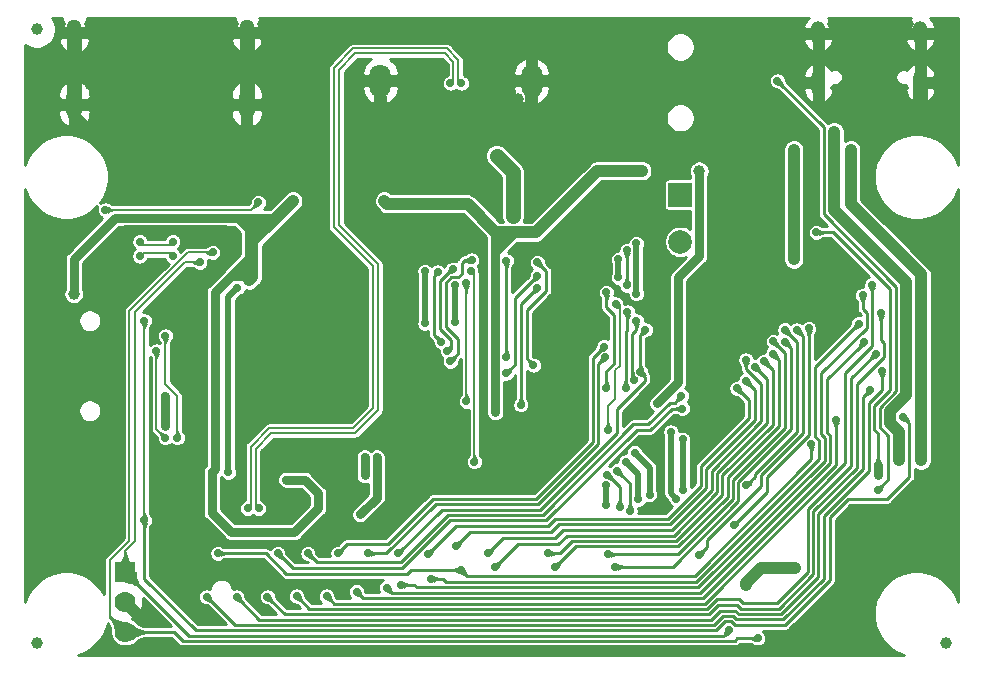
<source format=gbr>
G04 #@! TF.GenerationSoftware,KiCad,Pcbnew,5.1.4-e60b266~84~ubuntu18.04.1*
G04 #@! TF.CreationDate,2023-05-24T16:15:14+03:00*
G04 #@! TF.ProjectId,Neo6502_Rev_A,4e656f36-3530-4325-9f52-65765f412e6b,A*
G04 #@! TF.SameCoordinates,Original*
G04 #@! TF.FileFunction,Copper,L2,Bot*
G04 #@! TF.FilePolarity,Positive*
%FSLAX46Y46*%
G04 Gerber Fmt 4.6, Leading zero omitted, Abs format (unit mm)*
G04 Created by KiCad (PCBNEW 5.1.4-e60b266~84~ubuntu18.04.1) date 2023-05-24 16:15:14*
%MOMM*%
%LPD*%
G04 APERTURE LIST*
%ADD10O,1.300000X2.300000*%
%ADD11O,1.300000X2.700000*%
%ADD12O,1.800000X2.800000*%
%ADD13C,1.000000*%
%ADD14R,1.778000X1.778000*%
%ADD15C,1.778000*%
%ADD16C,1.800000*%
%ADD17R,2.000000X2.000000*%
%ADD18C,2.000000*%
%ADD19O,1.200000X2.200000*%
%ADD20O,1.300000X2.000000*%
%ADD21C,0.700000*%
%ADD22C,0.762000*%
%ADD23C,1.270000*%
%ADD24C,1.016000*%
%ADD25C,0.200000*%
%ADD26C,0.254000*%
%ADD27C,0.508000*%
%ADD28C,0.203200*%
%ADD29C,0.025400*%
G04 APERTURE END LIST*
D10*
X119300000Y-66800000D03*
X104700000Y-66800000D03*
D11*
X104700000Y-72850000D03*
X119300000Y-72850000D03*
D12*
X130600000Y-70850000D03*
X143400000Y-70850000D03*
D13*
X101500000Y-118500000D03*
X101500000Y-66500000D03*
X178500000Y-118500000D03*
D14*
X109000000Y-112460000D03*
D15*
X109000000Y-115000000D03*
X109000000Y-117540000D03*
D13*
X125660000Y-96826000D03*
X123260000Y-96826000D03*
D16*
X124460000Y-95626000D03*
D13*
X125660000Y-94356000D03*
X123260000Y-94426000D03*
D17*
X156000000Y-80500000D03*
D18*
X156000000Y-84500000D03*
D19*
X176320000Y-71030000D03*
D20*
X176320000Y-66850000D03*
X167680000Y-66850000D03*
D19*
X167680000Y-71030000D03*
D21*
X114935000Y-94742000D03*
X114935000Y-101219000D03*
X121920000Y-106299000D03*
X117729000Y-106426000D03*
X123190000Y-107569000D03*
D13*
X107442000Y-105664000D03*
X107442000Y-110109000D03*
X165227000Y-118999000D03*
X110744000Y-119126000D03*
X107442000Y-88900000D03*
D21*
X139319000Y-98933000D03*
X139319000Y-90297000D03*
X118237000Y-85344000D03*
X116455744Y-86363256D03*
X110236000Y-83439000D03*
X110236000Y-80899000D03*
X113030000Y-83439000D03*
X113030000Y-80899000D03*
X135128000Y-79502000D03*
D13*
X137541000Y-82550000D03*
X140462000Y-80264000D03*
D21*
X147193000Y-77724000D03*
X146431000Y-76962000D03*
X147955000Y-76962000D03*
X172021500Y-73914000D03*
X171069000Y-73152000D03*
D13*
X143383000Y-80264000D03*
X171086000Y-65930000D03*
X172864000Y-65930000D03*
X143383000Y-76962000D03*
D21*
X152273000Y-83566000D03*
D13*
X154034000Y-65930000D03*
D21*
X152908000Y-97663000D03*
X152908000Y-99060000D03*
X122301000Y-85471000D03*
X127127000Y-87757000D03*
X174752000Y-83693000D03*
D13*
X178943000Y-95504000D03*
X178943000Y-101600000D03*
X171831000Y-80772000D03*
X177673000Y-86614000D03*
D21*
X154263715Y-95418287D03*
D13*
X139954000Y-105156000D03*
D21*
X134236395Y-80221990D03*
X135128000Y-80221990D03*
X154259743Y-92628247D03*
D13*
X178943000Y-92710000D03*
X178943000Y-90170000D03*
X178943000Y-87630000D03*
X178943000Y-85090000D03*
X178943000Y-82550000D03*
X178943000Y-75565000D03*
X178943000Y-73025000D03*
X178943000Y-70485000D03*
X178943000Y-67945000D03*
X178943000Y-66040000D03*
X178943000Y-97790000D03*
X178943000Y-100330000D03*
X178943000Y-102870000D03*
X178943000Y-105410000D03*
X178943000Y-107950000D03*
X178943000Y-110490000D03*
X178943000Y-113030000D03*
X167640000Y-118999000D03*
X170180000Y-118999000D03*
X172720000Y-118999000D03*
X170180000Y-116205000D03*
X170180000Y-113665000D03*
X167640000Y-116205000D03*
X173355000Y-110490000D03*
X175895000Y-110490000D03*
X160337500Y-119138700D03*
X157797500Y-119138700D03*
X155257500Y-119138700D03*
X152717500Y-119138700D03*
X162877500Y-119126000D03*
X150177500Y-119138700D03*
X147637500Y-119138700D03*
X145097500Y-119138700D03*
X142557500Y-119138700D03*
X140017500Y-119138700D03*
X137477500Y-119138700D03*
X134937500Y-119138700D03*
X132397500Y-119138700D03*
X129857500Y-119138700D03*
X127317500Y-119138700D03*
X124777500Y-119138700D03*
X122237500Y-119138700D03*
X119697500Y-119138700D03*
X117157500Y-119138700D03*
X114300000Y-119138700D03*
X112395000Y-119138700D03*
X109220000Y-119138700D03*
X106680000Y-119138700D03*
X111760000Y-112395000D03*
X114300000Y-112395000D03*
X114300000Y-114935000D03*
X111760000Y-109855000D03*
X114300000Y-109855000D03*
X111760000Y-105410000D03*
X111760000Y-102870000D03*
X113665000Y-102870000D03*
X100965000Y-113030000D03*
X100965000Y-111125000D03*
X100965000Y-109220000D03*
X100965000Y-106680000D03*
X100965000Y-104140000D03*
X100965000Y-101600000D03*
X100965000Y-98806000D03*
X100965000Y-96266000D03*
X100965000Y-93726000D03*
X100965000Y-91186000D03*
X100965000Y-88011000D03*
X100965000Y-85725000D03*
X100965000Y-83820000D03*
X100965000Y-81915000D03*
X102870000Y-83820000D03*
X102870000Y-85725000D03*
X102870000Y-88011000D03*
X100965000Y-76200000D03*
X100965000Y-73660000D03*
X100965000Y-71120000D03*
X100965000Y-68580000D03*
X106045000Y-88011000D03*
X108585000Y-88011000D03*
X102870000Y-73660000D03*
X102870000Y-71120000D03*
X102870000Y-68580000D03*
X104775000Y-83820000D03*
X106045000Y-86360000D03*
X103505000Y-66040000D03*
X106045000Y-66040000D03*
X108585000Y-66040000D03*
X111125000Y-66040000D03*
X113665000Y-66040000D03*
X116205000Y-66040000D03*
X118110000Y-66040000D03*
X108585000Y-68580000D03*
X111125000Y-68580000D03*
X113665000Y-68580000D03*
X115570000Y-68580000D03*
X106045000Y-68580000D03*
X113665000Y-70485000D03*
X111125000Y-71120000D03*
X108585000Y-71120000D03*
X106045000Y-71120000D03*
X120650000Y-66040000D03*
X123190000Y-66040000D03*
X125730000Y-66040000D03*
X128270000Y-66040000D03*
X130810000Y-66040000D03*
X133350000Y-66040000D03*
X135890000Y-66040000D03*
X138430000Y-66040000D03*
X140970000Y-66040000D03*
X143510000Y-66040000D03*
X146050000Y-66040000D03*
X148590000Y-66040000D03*
X151130000Y-66040000D03*
X156210000Y-66040000D03*
X158750000Y-66040000D03*
X161290000Y-66040000D03*
X163830000Y-66040000D03*
X165735000Y-66040000D03*
X168910000Y-66040000D03*
X175260000Y-66040000D03*
X168910000Y-68580000D03*
X175260000Y-68580000D03*
X173355000Y-68580000D03*
X170815000Y-68580000D03*
X165735000Y-68580000D03*
X163830000Y-68580000D03*
X165735000Y-71120000D03*
X163830000Y-73025000D03*
X158750000Y-68580000D03*
X153670000Y-68326000D03*
X158750000Y-73025000D03*
X153670000Y-73025000D03*
X148590000Y-68326000D03*
X148590000Y-72390000D03*
X147320000Y-70485000D03*
X146050000Y-68580000D03*
X146050000Y-72390000D03*
X143510000Y-68580000D03*
X140970000Y-68580000D03*
X138430000Y-68580000D03*
X139700000Y-67310000D03*
X139700000Y-69850000D03*
X137160000Y-67310000D03*
X135890000Y-69850000D03*
X133350000Y-69850000D03*
X128270000Y-71120000D03*
X128270000Y-73660000D03*
X128270000Y-76200000D03*
X130810000Y-73660000D03*
X129540000Y-74930000D03*
X132080000Y-74930000D03*
X125730000Y-68580000D03*
X125730000Y-71120000D03*
X127000000Y-67056000D03*
X129540000Y-67056000D03*
X132080000Y-67056000D03*
X134620000Y-67056000D03*
X121920000Y-67310000D03*
X125730000Y-73660000D03*
X125730000Y-76200000D03*
X123190000Y-76200000D03*
X124460000Y-77470000D03*
X134620000Y-74930000D03*
X137160000Y-74930000D03*
X139065000Y-74930000D03*
X142240000Y-74930000D03*
X142240000Y-72390000D03*
X143510000Y-73660000D03*
X144780000Y-74930000D03*
X147320000Y-74930000D03*
X159385000Y-82550000D03*
X160655000Y-82550000D03*
X161925000Y-82550000D03*
X168402000Y-84836000D03*
X169545000Y-85979000D03*
X169545000Y-87122000D03*
D21*
X122555000Y-93345000D03*
X124460000Y-93345000D03*
X126365000Y-93345000D03*
X122555000Y-97790000D03*
X124460000Y-97790000D03*
X126365000Y-97790000D03*
X126365000Y-95631000D03*
X122555000Y-95631000D03*
X126492000Y-88392000D03*
X125857000Y-89027000D03*
X131572000Y-88265000D03*
X131572000Y-86995000D03*
X132715000Y-86995000D03*
X130810000Y-83185000D03*
X130175000Y-82550000D03*
X128905000Y-91376500D03*
X128270000Y-91948000D03*
X120777000Y-99187000D03*
X120142000Y-99822000D03*
X119507000Y-100457000D03*
X118872000Y-101092000D03*
X128016000Y-99187000D03*
X130429000Y-100965000D03*
X131699000Y-102235000D03*
X131699000Y-100965000D03*
X135255000Y-102235000D03*
X136525000Y-102235000D03*
X135255000Y-103505000D03*
X135255000Y-104775000D03*
X131699000Y-107950000D03*
X130175000Y-107950000D03*
X138811000Y-104775000D03*
X139954000Y-103505000D03*
X140970000Y-103505000D03*
X140970000Y-104775000D03*
X140970000Y-102235000D03*
X136525000Y-99060000D03*
X137795000Y-99060000D03*
X135763000Y-95631000D03*
X131953000Y-95631000D03*
X145161000Y-90805000D03*
X144145000Y-90805000D03*
X145161000Y-91821000D03*
X144907000Y-85471000D03*
X144907000Y-84455000D03*
X145542000Y-88392000D03*
X158750000Y-100965000D03*
X158750000Y-99822000D03*
X157607000Y-99822000D03*
X157607000Y-100965000D03*
X156464000Y-99822000D03*
X167767000Y-93472000D03*
X167767000Y-92583000D03*
X167767000Y-91567000D03*
X167767000Y-90678000D03*
X166878000Y-90678000D03*
X158623000Y-89598500D03*
X157607000Y-89598500D03*
X160909000Y-98425000D03*
X160020000Y-98425000D03*
X160020000Y-97536000D03*
X119360200Y-107061000D03*
X137464300Y-71064431D03*
X120288800Y-107061000D03*
X136535700Y-71064431D03*
X116586000Y-89789000D03*
X116586000Y-94234000D03*
X116586000Y-95758000D03*
X116586000Y-97266990D03*
X116586000Y-100584000D03*
X116332000Y-104013000D03*
X122618500Y-104648000D03*
X125349000Y-107061000D03*
D13*
X104648000Y-88900000D03*
D21*
X140335000Y-98933000D03*
X140335000Y-90297000D03*
X119507000Y-87757000D03*
D13*
X123190000Y-81026000D03*
X130937000Y-81026000D03*
X152781000Y-78486006D03*
X165608000Y-85979000D03*
X165608000Y-76708000D03*
D21*
X154051000Y-98171000D03*
D13*
X157607000Y-78486000D03*
X170434000Y-76708000D03*
X176403000Y-89154000D03*
X176403000Y-90805000D03*
X176403000Y-92456000D03*
X176403000Y-97028000D03*
X176403000Y-98552000D03*
X176403000Y-100076000D03*
X176403000Y-102997000D03*
X165735000Y-112141000D03*
X161544000Y-113537996D03*
D21*
X164211000Y-70866000D03*
X172720000Y-105494990D03*
X172720000Y-104267000D03*
X167513000Y-83693000D03*
X172720000Y-103378000D03*
D13*
X141859000Y-82296000D03*
X140462000Y-77216000D03*
X172593000Y-85344000D03*
X169037000Y-75184000D03*
X174498000Y-102997000D03*
D21*
X117729000Y-104013000D03*
X118491000Y-88391994D03*
X116401656Y-85389914D03*
X162560000Y-118063050D03*
X115316000Y-86233000D03*
X160095110Y-117399888D03*
X166878000Y-91821000D03*
X160516347Y-108499423D03*
X165862000Y-91948000D03*
X157602457Y-110993457D03*
X155194000Y-100584000D03*
X155675027Y-106257536D03*
X164847453Y-91946547D03*
X161600362Y-105126515D03*
X156232121Y-105550665D03*
X156209994Y-101219000D03*
X152126700Y-102342700D03*
X153398803Y-105908234D03*
X150495000Y-112014000D03*
X164854472Y-92955528D03*
X151384000Y-103124000D03*
X152449045Y-106306345D03*
X149860000Y-110951052D03*
X163867753Y-92926247D03*
X151731410Y-107272990D03*
X150656856Y-103870202D03*
X150749000Y-87503000D03*
X150749000Y-85979000D03*
X145415000Y-112014000D03*
X163830000Y-93980000D03*
X150856112Y-106934000D03*
X149828918Y-104223104D03*
X144780000Y-110871000D03*
X163086122Y-94603175D03*
X151468990Y-88186154D03*
X151468990Y-85222249D03*
X149733000Y-106807000D03*
X149733000Y-105117990D03*
X152278885Y-88900000D03*
X152273000Y-84624010D03*
X140335000Y-112014000D03*
X162332336Y-95094935D03*
X110617000Y-108077000D03*
X110617000Y-91186000D03*
X174879000Y-99314000D03*
X121920000Y-110871000D03*
X156160038Y-98615000D03*
X153035000Y-91948000D03*
X132080000Y-110871000D03*
X152610520Y-95506695D03*
X127000000Y-110871000D03*
X149527770Y-93363919D03*
X169164000Y-99568000D03*
X128587500Y-114109500D03*
X129540000Y-110871000D03*
X149608366Y-94260315D03*
X172974000Y-90551000D03*
X121031004Y-114554000D03*
X172545098Y-93955303D03*
X123507500Y-114490500D03*
X161544000Y-96266000D03*
X137033000Y-110236002D03*
X151362389Y-96837988D03*
X151526010Y-90423523D03*
X134874000Y-113030000D03*
X171094000Y-91415000D03*
X152273000Y-91186000D03*
X160782000Y-96901000D03*
X134661241Y-110912235D03*
X152061010Y-96219478D03*
X132334000Y-113538000D03*
X171438000Y-89015000D03*
X173069400Y-95443918D03*
X115887500Y-114554000D03*
X137414000Y-112268000D03*
X138557000Y-103124000D03*
X138252200Y-86944200D03*
X167098454Y-101608790D03*
X116840000Y-110871000D03*
X171526000Y-93015000D03*
X131127498Y-113792000D03*
X172098000Y-97015000D03*
X118427500Y-114554000D03*
X124460000Y-110875000D03*
X156083000Y-97536000D03*
X172212000Y-88138000D03*
X126047500Y-114490500D03*
X149733000Y-88773000D03*
X149733000Y-96901000D03*
X139700000Y-110871000D03*
X161544000Y-94488000D03*
X130302000Y-102743000D03*
X130302000Y-105092502D03*
X128905000Y-107569000D03*
X120269000Y-81153000D03*
X107315000Y-81788000D03*
X137879990Y-98009781D03*
X137858500Y-87947500D03*
X136906000Y-91313000D03*
X150520205Y-89755391D03*
X149859980Y-100457000D03*
X136908882Y-88168365D03*
X142494000Y-98298000D03*
X143891000Y-88392000D03*
X141266010Y-86106000D03*
X141253136Y-94262624D03*
X143891000Y-87376000D03*
X141271015Y-95617010D03*
X143566000Y-94940000D03*
X143891000Y-86233000D03*
X135763000Y-92964000D03*
X135445500Y-87058500D03*
X136271000Y-93726000D03*
X136723772Y-86814353D03*
X134366000Y-91400509D03*
X134366000Y-86995000D03*
X136525000Y-94615000D03*
X138320292Y-86046767D03*
X129286000Y-102743000D03*
X129286000Y-104267000D03*
X112395000Y-97536000D03*
X112410010Y-100075523D03*
X112395000Y-101092000D03*
X111633000Y-93726000D03*
X113411000Y-101092000D03*
X112395000Y-92456000D03*
X113030000Y-85694000D03*
X110236000Y-85694000D03*
X110236000Y-84486000D03*
X113030000Y-84486000D03*
D22*
X114935000Y-94742000D02*
X114935000Y-101219000D01*
X121920000Y-107442000D02*
X121920000Y-106299000D01*
X122047000Y-107569000D02*
X121920000Y-107442000D01*
X123190000Y-107569000D02*
X122047000Y-107569000D01*
X117729000Y-106426000D02*
X117729000Y-107315000D01*
X121285000Y-108077000D02*
X121920000Y-107442000D01*
X118491000Y-108077000D02*
X121285000Y-108077000D01*
X117729000Y-107315000D02*
X118491000Y-108077000D01*
X107442000Y-105664000D02*
X107442000Y-110109000D01*
X109000000Y-115000000D02*
X108716198Y-115000000D01*
X114935000Y-94742000D02*
X114935000Y-88646000D01*
X114935000Y-88646000D02*
X116459000Y-87122000D01*
X116459000Y-87122000D02*
X117284500Y-86296500D01*
D23*
X104700000Y-72850000D02*
X104700000Y-69290000D01*
X104700000Y-66800000D02*
X104700000Y-69290000D01*
X119300000Y-66800000D02*
X119300000Y-70311000D01*
X119300000Y-72850000D02*
X119300000Y-70311000D01*
D22*
X139319000Y-98933000D02*
X139319000Y-90297000D01*
X118237000Y-84201000D02*
X117475000Y-83439000D01*
X107442000Y-84963000D02*
X107442000Y-88900000D01*
X118237000Y-85344000D02*
X118237000Y-84201000D01*
X117284500Y-86296500D02*
X118237000Y-85344000D01*
X117475000Y-83439000D02*
X113030000Y-83439000D01*
X108966000Y-83439000D02*
X107442000Y-84963000D01*
X117217744Y-86363256D02*
X116455744Y-86363256D01*
X117284500Y-86296500D02*
X117217744Y-86363256D01*
X116459000Y-86366512D02*
X116455744Y-86363256D01*
X116459000Y-87122000D02*
X116459000Y-86366512D01*
X110236000Y-83439000D02*
X108966000Y-83439000D01*
X104700000Y-72850000D02*
X104700000Y-73712000D01*
X104700000Y-73712000D02*
X110236000Y-79248000D01*
X113030000Y-83439000D02*
X110236000Y-83439000D01*
X111887000Y-80899000D02*
X110236000Y-79248000D01*
X113030000Y-80899000D02*
X111887000Y-80899000D01*
X111125000Y-80899000D02*
X110236000Y-80010000D01*
X111633000Y-80899000D02*
X111125000Y-80899000D01*
X110236000Y-79248000D02*
X110236000Y-80010000D01*
X110236000Y-80010000D02*
X110236000Y-80899000D01*
X113030000Y-80899000D02*
X111633000Y-80899000D01*
X111633000Y-80899000D02*
X110236000Y-80899000D01*
D24*
X143383000Y-70867000D02*
X143383000Y-71628000D01*
X143400000Y-70850000D02*
X143383000Y-70867000D01*
X171069000Y-65947000D02*
X171086000Y-65930000D01*
X171069000Y-73152000D02*
X171069000Y-65947000D01*
X171831000Y-73914000D02*
X171069000Y-73152000D01*
X172021500Y-73914000D02*
X171831000Y-73914000D01*
X172847000Y-65947000D02*
X172864000Y-65930000D01*
X172021500Y-73914000D02*
X172847000Y-73088500D01*
X172847000Y-73088500D02*
X172847000Y-65947000D01*
D22*
X139319000Y-84328000D02*
X137541000Y-82550000D01*
X139319000Y-90297000D02*
X139319000Y-84328000D01*
D24*
X130175000Y-82550000D02*
X137541000Y-82550000D01*
X129159000Y-81534000D02*
X130175000Y-82550000D01*
X129159000Y-76073000D02*
X129159000Y-81534000D01*
X130600000Y-70850000D02*
X130600000Y-74632000D01*
X130600000Y-74632000D02*
X129159000Y-76073000D01*
X143383000Y-80264000D02*
X143383000Y-76962000D01*
X143383000Y-76962000D02*
X143383000Y-71628000D01*
X154051000Y-65947000D02*
X154034000Y-65930000D01*
X152273000Y-83566000D02*
X154051000Y-83566000D01*
X154051000Y-83566000D02*
X154051000Y-65947000D01*
X152908000Y-99060000D02*
X152908000Y-97663000D01*
D23*
X176320000Y-71030000D02*
X176320000Y-72600000D01*
X176320000Y-72600000D02*
X171831000Y-77089000D01*
X171831000Y-77089000D02*
X171831000Y-79756000D01*
X171831000Y-79756000D02*
X171831000Y-80772000D01*
X171831000Y-80772000D02*
X174752000Y-83693000D01*
X178943000Y-87884000D02*
X178943000Y-95504000D01*
X178943000Y-95504000D02*
X178943000Y-101600000D01*
X178943000Y-101600000D02*
X178943000Y-107188000D01*
X167132000Y-118999000D02*
X165227000Y-118999000D01*
X178943000Y-107188000D02*
X167132000Y-118999000D01*
X174752000Y-83693000D02*
X177673000Y-86614000D01*
X177673000Y-86614000D02*
X178943000Y-87884000D01*
D24*
X154263715Y-96307285D02*
X154263715Y-95418287D01*
X152908000Y-97663000D02*
X154263715Y-96307285D01*
X154259743Y-92133273D02*
X154259743Y-92628247D01*
X154259743Y-83774743D02*
X154259743Y-92133273D01*
X154263715Y-92632219D02*
X154259743Y-92628247D01*
X154051000Y-83566000D02*
X154259743Y-83774743D01*
X154263715Y-95418287D02*
X154263715Y-92632219D01*
D22*
X139954000Y-104448894D02*
X139954000Y-105156000D01*
X139954000Y-102616000D02*
X139954000Y-104448894D01*
X139319000Y-98933000D02*
X139319000Y-101981000D01*
X139319000Y-101981000D02*
X139954000Y-102616000D01*
D24*
X109232700Y-119126000D02*
X109220000Y-119138700D01*
X110744000Y-119126000D02*
X109232700Y-119126000D01*
X109220000Y-119138700D02*
X106680000Y-119138700D01*
X112382300Y-119126000D02*
X110744000Y-119126000D01*
X112395000Y-119138700D02*
X112382300Y-119126000D01*
X112397590Y-119136110D02*
X112395000Y-119138700D01*
X165227000Y-118999000D02*
X165089890Y-119136110D01*
X165089890Y-119136110D02*
X112397590Y-119136110D01*
D25*
X119610200Y-106811000D02*
X119360200Y-107061000D01*
X119610200Y-101828734D02*
X119610200Y-106811000D01*
X128308234Y-100242700D02*
X121196234Y-100242700D01*
X126658700Y-69761234D02*
X126658700Y-83273766D01*
X129960700Y-98590234D02*
X128308234Y-100242700D01*
X136232766Y-68111700D02*
X128308234Y-68111700D01*
X137464300Y-71064431D02*
X137214300Y-70814431D01*
X129960700Y-86575766D02*
X129960700Y-98590234D01*
X126658700Y-83273766D02*
X129960700Y-86575766D01*
X137214300Y-69093234D02*
X136232766Y-68111700D01*
X128308234Y-68111700D02*
X126658700Y-69761234D01*
X121196234Y-100242700D02*
X119610200Y-101828734D01*
X137214300Y-70814431D02*
X137214300Y-69093234D01*
X128485766Y-68540300D02*
X127087300Y-69938766D01*
X136785700Y-70814431D02*
X136785700Y-69270766D01*
X136055234Y-68540300D02*
X128485766Y-68540300D01*
X136785700Y-69270766D02*
X136055234Y-68540300D01*
X120038800Y-102006266D02*
X120038800Y-106811000D01*
X136535700Y-71064431D02*
X136785700Y-70814431D01*
X127087300Y-69938766D02*
X127087300Y-83096234D01*
X121373766Y-100671300D02*
X120038800Y-102006266D01*
X130389300Y-86398234D02*
X130389300Y-98767766D01*
X130389300Y-98767766D02*
X128485766Y-100671300D01*
X127087300Y-83096234D02*
X130389300Y-86398234D01*
X128485766Y-100671300D02*
X121373766Y-100671300D01*
X120038800Y-106811000D02*
X120288800Y-107061000D01*
D22*
X116586000Y-97266990D02*
X116586000Y-95758000D01*
X116586000Y-95758000D02*
X116586000Y-94234000D01*
X116586000Y-97266990D02*
X116586000Y-100584000D01*
X124206000Y-104648000D02*
X122618500Y-104648000D01*
X125349000Y-107061000D02*
X125349000Y-105791000D01*
X125349000Y-105791000D02*
X124206000Y-104648000D01*
X116586000Y-94234000D02*
X116586000Y-88773000D01*
X119507000Y-85852000D02*
X119507000Y-87757000D01*
X119507000Y-87757000D02*
X118554500Y-86804500D01*
X119507000Y-87757000D02*
X119507000Y-87249000D01*
X119507000Y-87249000D02*
X118808500Y-86550500D01*
X118554500Y-86804500D02*
X118808500Y-86550500D01*
X118808500Y-86550500D02*
X119507000Y-85852000D01*
X119126000Y-87376000D02*
X117983000Y-87376000D01*
X116586000Y-88773000D02*
X117983000Y-87376000D01*
X119507000Y-87757000D02*
X119126000Y-87376000D01*
X117983000Y-87376000D02*
X118554500Y-86804500D01*
X116586000Y-103759000D02*
X116332000Y-104013000D01*
X116586000Y-100584000D02*
X116586000Y-103759000D01*
X104648000Y-85979000D02*
X104648000Y-88900000D01*
X108157989Y-82469011D02*
X104648000Y-85979000D01*
X154051000Y-98171000D02*
X155829000Y-96393000D01*
X155829000Y-96393000D02*
X155829000Y-87503000D01*
X157607000Y-85725000D02*
X157607000Y-78486000D01*
X155829000Y-87503000D02*
X157607000Y-85725000D01*
D24*
X170434000Y-76708000D02*
X170434000Y-77415106D01*
X170434000Y-77415106D02*
X170434000Y-81280000D01*
X170434000Y-81280000D02*
X176403000Y-87249000D01*
X176403000Y-87249000D02*
X176403000Y-89154000D01*
X176403000Y-89154000D02*
X176403000Y-90805000D01*
X176403000Y-90805000D02*
X176403000Y-92456000D01*
X176403000Y-92456000D02*
X176403000Y-97028000D01*
X176403000Y-97028000D02*
X176403000Y-98552000D01*
X176403000Y-98552000D02*
X176403000Y-100076000D01*
D22*
X123317000Y-109093000D02*
X125349000Y-107061000D01*
X117983000Y-109093000D02*
X123317000Y-109093000D01*
X116332000Y-104013000D02*
X116332000Y-107442000D01*
X116332000Y-107442000D02*
X117983000Y-109093000D01*
D24*
X162814000Y-112141000D02*
X165735000Y-112141000D01*
X161544000Y-113537996D02*
X161544000Y-113411000D01*
X161544000Y-113411000D02*
X162814000Y-112141000D01*
X165608000Y-76708000D02*
X165608000Y-85979000D01*
X148970994Y-78486006D02*
X143764000Y-83693000D01*
X152781000Y-78486006D02*
X148970994Y-78486006D01*
X140335000Y-83624303D02*
X140335000Y-83693000D01*
X138044687Y-81333990D02*
X140335000Y-83624303D01*
X137975990Y-81333990D02*
X138044687Y-81333990D01*
X130937000Y-81026000D02*
X131191000Y-81280000D01*
X137922000Y-81280000D02*
X137975990Y-81333990D01*
X131191000Y-81280000D02*
X137922000Y-81280000D01*
D22*
X140335000Y-84455000D02*
X140462000Y-84455000D01*
D24*
X141224000Y-83693000D02*
X140335000Y-83693000D01*
D22*
X140462000Y-84455000D02*
X141224000Y-83693000D01*
X140335000Y-84455000D02*
X140335000Y-83693000D01*
X140335000Y-85217000D02*
X140462000Y-85217000D01*
D24*
X141986000Y-83693000D02*
X141224000Y-83693000D01*
D22*
X140462000Y-85217000D02*
X141986000Y-83693000D01*
D24*
X143764000Y-83693000D02*
X141986000Y-83693000D01*
D22*
X140335000Y-90297000D02*
X140335000Y-85217000D01*
X140335000Y-85217000D02*
X140335000Y-84455000D01*
X140335000Y-90297000D02*
X140335000Y-90791974D01*
X140335000Y-98438026D02*
X140335000Y-98933000D01*
X140322135Y-90804839D02*
X140322135Y-98425161D01*
X140335000Y-90791974D02*
X140322135Y-90804839D01*
X140322135Y-98425161D02*
X140335000Y-98438026D01*
D24*
X176403000Y-100076000D02*
X176403000Y-102997000D01*
D22*
X118444989Y-82469011D02*
X118537011Y-82469011D01*
X119507000Y-83439000D02*
X119507000Y-82469011D01*
X119507000Y-82469011D02*
X118444989Y-82469011D01*
X118537011Y-82469011D02*
X119507000Y-83439000D01*
X118444989Y-82469011D02*
X108157989Y-82469011D01*
X119507000Y-82469011D02*
X120315011Y-82469011D01*
X120315011Y-82630989D02*
X120315011Y-82469011D01*
X119507000Y-83439000D02*
X120315011Y-82630989D01*
X119507000Y-84709000D02*
X119507000Y-84963000D01*
X119507000Y-85852000D02*
X119507000Y-84963000D01*
X120315011Y-82469011D02*
X121111989Y-82469011D01*
X119507000Y-84074000D02*
X121111989Y-82469011D01*
X119507000Y-84201000D02*
X119507000Y-84074000D01*
X119507000Y-84963000D02*
X119507000Y-84201000D01*
X121111989Y-82469011D02*
X121746989Y-82469011D01*
X119507000Y-84201000D02*
X119507000Y-83439000D01*
D24*
X123190000Y-81026000D02*
X121746989Y-82469011D01*
X121746989Y-82469011D02*
X119761000Y-84455000D01*
D22*
X119761000Y-84455000D02*
X119507000Y-84709000D01*
D24*
X119761000Y-86995000D02*
X119507000Y-87249000D01*
X119761000Y-84455000D02*
X119761000Y-86995000D01*
X119761000Y-87503000D02*
X119761000Y-86868000D01*
X119507000Y-87757000D02*
X119761000Y-87503000D01*
D26*
X168148000Y-82161932D02*
X174297990Y-88311922D01*
X173609000Y-100957932D02*
X173609000Y-104605990D01*
X173609000Y-104605990D02*
X173069999Y-105144991D01*
X174297990Y-88311922D02*
X174297990Y-97115146D01*
X173069999Y-105144991D02*
X172720000Y-105494990D01*
X172866022Y-100214954D02*
X173609000Y-100957932D01*
X172866022Y-98547114D02*
X172866022Y-100214954D01*
X174297990Y-97115146D02*
X172866022Y-98547114D01*
X168148000Y-74803000D02*
X168148000Y-82161932D01*
X164211000Y-70866000D02*
X168148000Y-74803000D01*
X172720000Y-100711000D02*
X172412011Y-100403011D01*
X173746402Y-88529402D02*
X168910000Y-83693000D01*
X172412011Y-98359057D02*
X173746402Y-97024666D01*
X168910000Y-83693000D02*
X167513000Y-83693000D01*
X172412011Y-100403011D02*
X172412011Y-98359057D01*
X173746402Y-97024666D02*
X173746402Y-88529402D01*
X172720000Y-103378000D02*
X172720000Y-100711000D01*
D22*
X172720000Y-103378000D02*
X172720000Y-104267000D01*
D23*
X141859000Y-82296000D02*
X141859000Y-78613000D01*
X141859000Y-78613000D02*
X140462000Y-77216000D01*
D24*
X172593000Y-85344000D02*
X169037000Y-81788000D01*
X169037000Y-81788000D02*
X169037000Y-75184000D01*
X173736000Y-98858018D02*
X173736000Y-99822000D01*
X175133000Y-97461018D02*
X173736000Y-98858018D01*
X173736000Y-99822000D02*
X174498000Y-100584000D01*
X172593000Y-85344000D02*
X175133000Y-87884000D01*
X174498000Y-100584000D02*
X174498000Y-102997000D01*
X175133000Y-87884000D02*
X175133000Y-97461018D01*
D27*
X117729000Y-89153994D02*
X118491000Y-88391994D01*
X117729000Y-104013000D02*
X117729000Y-89153994D01*
D25*
X107696000Y-116236000D02*
X107696000Y-111445998D01*
X114323386Y-85389914D02*
X116401656Y-85389914D01*
X109347000Y-109794998D02*
X109347000Y-90366300D01*
X109000000Y-117540000D02*
X107696000Y-116236000D01*
X109347000Y-90366300D02*
X114323386Y-85389914D01*
X107696000Y-111445998D02*
X109347000Y-109794998D01*
D26*
X113856099Y-118301099D02*
X160590901Y-118301099D01*
X160828950Y-118063050D02*
X162560000Y-118063050D01*
X160590901Y-118301099D02*
X160828950Y-118063050D01*
X109000000Y-117540000D02*
X113095000Y-117540000D01*
X113095000Y-117540000D02*
X113856099Y-118301099D01*
D25*
X109855000Y-90424000D02*
X114046000Y-86233000D01*
X109855000Y-109855000D02*
X109855000Y-90424000D01*
X109000000Y-112460000D02*
X109000000Y-110710000D01*
X114046000Y-86233000D02*
X115316000Y-86233000D01*
X109000000Y-110710000D02*
X109855000Y-109855000D01*
D26*
X109000000Y-112460000D02*
X114387088Y-117847088D01*
X159647910Y-117847088D02*
X159745111Y-117749887D01*
X159745111Y-117749887D02*
X160095110Y-117399888D01*
X114387088Y-117847088D02*
X159647910Y-117847088D01*
X160866346Y-108149424D02*
X160516347Y-108499423D01*
X163322000Y-105693770D02*
X160866346Y-108149424D01*
X163322000Y-104383280D02*
X163322000Y-105693770D01*
X166878000Y-91821000D02*
X166878000Y-100827280D01*
X166878000Y-100827280D02*
X163322000Y-104383280D01*
X166370000Y-100693212D02*
X166370000Y-92456000D01*
X162814000Y-104249212D02*
X166370000Y-100693212D01*
X162814000Y-105212544D02*
X162814000Y-104249212D01*
X158242000Y-109784544D02*
X162814000Y-105212544D01*
X157602457Y-110993457D02*
X158242000Y-110353914D01*
X158242000Y-110353914D02*
X158242000Y-109784544D01*
X166370000Y-92456000D02*
X165862000Y-91948000D01*
D27*
X155675027Y-106257536D02*
X155194000Y-105776509D01*
X155194000Y-105776509D02*
X155194000Y-100584000D01*
D26*
X165862000Y-92961094D02*
X165862000Y-100559144D01*
X162306000Y-104420877D02*
X161600362Y-105126515D01*
X164847453Y-91946547D02*
X165862000Y-92961094D01*
X162306000Y-104115144D02*
X162306000Y-104420877D01*
X165862000Y-100559144D02*
X162306000Y-104115144D01*
D27*
X156232121Y-101241127D02*
X156209994Y-101219000D01*
X156232121Y-105550665D02*
X156232121Y-101241127D01*
X153398803Y-103614803D02*
X152126700Y-102342700D01*
X153398803Y-105908234D02*
X153398803Y-103614803D01*
D26*
X155370476Y-112014000D02*
X160912077Y-106472399D01*
X150495000Y-112014000D02*
X155370476Y-112014000D01*
X160912077Y-106472399D02*
X160912077Y-104821399D01*
X165354000Y-93455056D02*
X164854472Y-92955528D01*
X160912077Y-104821399D02*
X165354000Y-100379476D01*
X165354000Y-100379476D02*
X165354000Y-93455056D01*
D27*
X152449045Y-104189045D02*
X151384000Y-103124000D01*
X152449045Y-106306345D02*
X152449045Y-104189045D01*
D26*
X164846000Y-93904494D02*
X164846000Y-100245408D01*
X163867753Y-92926247D02*
X164846000Y-93904494D01*
X164846000Y-100245408D02*
X160458066Y-104633342D01*
X155791356Y-110951052D02*
X149860000Y-110951052D01*
X160458066Y-104633342D02*
X160458066Y-106284342D01*
X160458066Y-106284342D02*
X155791356Y-110951052D01*
X151731410Y-107272990D02*
X151731410Y-104944756D01*
X151731410Y-104944756D02*
X151006855Y-104220201D01*
X151006855Y-104220201D02*
X150656856Y-103870202D01*
X164338000Y-100111340D02*
X164338000Y-94488000D01*
X160004055Y-104445285D02*
X164338000Y-100111340D01*
X160004055Y-106096285D02*
X160004055Y-104445285D01*
X164338000Y-94488000D02*
X163830000Y-93980000D01*
X145415000Y-112014000D02*
X147154956Y-110274044D01*
X147154956Y-110274044D02*
X155826296Y-110274044D01*
X155826296Y-110274044D02*
X160004055Y-106096285D01*
D27*
X150749000Y-85979000D02*
X150749000Y-87503000D01*
D26*
X150856112Y-106934000D02*
X150856112Y-105250298D01*
X150856112Y-105250298D02*
X150178917Y-104573103D01*
X150178917Y-104573103D02*
X149828918Y-104223104D01*
X159550044Y-104257228D02*
X163830000Y-99977272D01*
X159550044Y-105908228D02*
X159550044Y-104257228D01*
X155638240Y-109820032D02*
X159550044Y-105908228D01*
X146846968Y-109820032D02*
X155638240Y-109820032D01*
X144780000Y-110871000D02*
X145796000Y-110871000D01*
X145796000Y-110871000D02*
X146846968Y-109820032D01*
X163830000Y-99977272D02*
X163830000Y-95347053D01*
X163830000Y-95347053D02*
X163086122Y-94603175D01*
X151468990Y-85222249D02*
X151468990Y-88186154D01*
D27*
X149733000Y-105117990D02*
X149733000Y-106807000D01*
X152273000Y-84624010D02*
X152273000Y-88894115D01*
X152273000Y-88894115D02*
X152278885Y-88900000D01*
D26*
X159096033Y-105720171D02*
X159096033Y-104069171D01*
X155450182Y-109366022D02*
X159096033Y-105720171D01*
X145669000Y-110109000D02*
X146411978Y-109366022D01*
X163322000Y-96084599D02*
X162332336Y-95094935D01*
X146411978Y-109366022D02*
X155450182Y-109366022D01*
X159096033Y-104069171D02*
X163322000Y-99843204D01*
X163322000Y-99843204D02*
X163322000Y-96084599D01*
X140335000Y-112014000D02*
X142240000Y-110109000D01*
X142240000Y-110109000D02*
X145669000Y-110109000D01*
D25*
X110617000Y-108077000D02*
X110617000Y-91186000D01*
D26*
X175387000Y-104394000D02*
X173482000Y-106299000D01*
X175387000Y-99822000D02*
X175387000Y-104394000D01*
X114980077Y-117393077D02*
X110617000Y-113030000D01*
X168656000Y-113157000D02*
X164846000Y-116967000D01*
X164846000Y-116967000D02*
X160619660Y-116967000D01*
X174879000Y-99314000D02*
X175387000Y-99822000D01*
X173482000Y-106299000D02*
X170180000Y-106299000D01*
X170180000Y-106299000D02*
X168656000Y-107823000D01*
X159766751Y-116632802D02*
X159006476Y-117393077D01*
X168656000Y-107823000D02*
X168656000Y-113157000D01*
X160619660Y-116967000D02*
X160285462Y-116632802D01*
X160285462Y-116632802D02*
X159766751Y-116632802D01*
X159006476Y-117393077D02*
X114980077Y-117393077D01*
X110617000Y-113030000D02*
X110617000Y-108077000D01*
X152298718Y-100403010D02*
X153469990Y-100403010D01*
X136539038Y-108077000D02*
X144624728Y-108077000D01*
X144624728Y-108077000D02*
X152298718Y-100403010D01*
X121920000Y-110871000D02*
X123190000Y-112141000D01*
X156159538Y-98615500D02*
X156160038Y-98615000D01*
X132475038Y-112141000D02*
X136539038Y-108077000D01*
X123190000Y-112141000D02*
X132475038Y-112141000D01*
X153469990Y-100403010D02*
X155257500Y-98615500D01*
X155257500Y-98615500D02*
X156159538Y-98615500D01*
X152610520Y-92372480D02*
X153035000Y-91948000D01*
X152610520Y-95506695D02*
X152610520Y-92372480D01*
X135782021Y-107168979D02*
X144156953Y-107168979D01*
X153035000Y-96266000D02*
X153035000Y-95931175D01*
X132080000Y-110871000D02*
X135782021Y-107168979D01*
X153035000Y-95931175D02*
X152610520Y-95506695D01*
X150622000Y-100703932D02*
X150622000Y-98679000D01*
X144156953Y-107168979D02*
X150622000Y-100703932D01*
X150622000Y-98679000D02*
X153035000Y-96266000D01*
X149177771Y-93713918D02*
X149527770Y-93363919D01*
X148590000Y-94301689D02*
X149177771Y-93713918D01*
X148590000Y-101451796D02*
X148590000Y-94301689D01*
X143780838Y-106260958D02*
X148590000Y-101451796D01*
X131241916Y-110109000D02*
X135089958Y-106260958D01*
X135089958Y-106260958D02*
X143780838Y-106260958D01*
X127000000Y-110871000D02*
X127762000Y-110109000D01*
X127762000Y-110109000D02*
X131241916Y-110109000D01*
X169164000Y-103383145D02*
X157878134Y-114669011D01*
X128937499Y-114459499D02*
X128587500Y-114109500D01*
X129147011Y-114669011D02*
X128937499Y-114459499D01*
X157878134Y-114669011D02*
X129147011Y-114669011D01*
X169164000Y-99568000D02*
X169164000Y-103383145D01*
X143968896Y-106714968D02*
X149044011Y-101639853D01*
X129540000Y-110871000D02*
X131121984Y-110871000D01*
X149044011Y-94824670D02*
X149258367Y-94610314D01*
X149258367Y-94610314D02*
X149608366Y-94260315D01*
X149044011Y-101639853D02*
X149044011Y-94824670D01*
X135278016Y-106714968D02*
X143968896Y-106714968D01*
X131121984Y-110871000D02*
X135278016Y-106714968D01*
X173222100Y-93085100D02*
X173222100Y-94280265D01*
X173222100Y-94280265D02*
X170942000Y-96560365D01*
X122508045Y-116031041D02*
X121381003Y-114903999D01*
X167239977Y-107312819D02*
X167239977Y-112646819D01*
X161129842Y-115550978D02*
X160840875Y-115262011D01*
X159211339Y-115262010D02*
X158442308Y-116031041D01*
X170942000Y-103610796D02*
X167239977Y-107312819D01*
X164335818Y-115550978D02*
X161129842Y-115550978D01*
X167239977Y-112646819D02*
X164335818Y-115550978D01*
X121381003Y-114903999D02*
X121031004Y-114554000D01*
X172974000Y-92837000D02*
X173222100Y-93085100D01*
X172974000Y-90551000D02*
X172974000Y-92837000D01*
X170942000Y-96560365D02*
X170942000Y-103610796D01*
X158442308Y-116031041D02*
X122508045Y-116031041D01*
X160840875Y-115262011D02*
X159211339Y-115262010D01*
X123857499Y-114840499D02*
X123507500Y-114490500D01*
X166785966Y-107124762D02*
X166785966Y-112458762D01*
X170434000Y-96066401D02*
X170434000Y-103476728D01*
X160974943Y-114754011D02*
X159077270Y-114754011D01*
X166785966Y-112458762D02*
X164182728Y-115062000D01*
X158254251Y-115577030D02*
X124594030Y-115577030D01*
X164182728Y-115062000D02*
X161282932Y-115062000D01*
X159077270Y-114754011D02*
X158254251Y-115577030D01*
X170434000Y-103476728D02*
X166785966Y-107124762D01*
X172545098Y-93955303D02*
X170434000Y-96066401D01*
X161282932Y-115062000D02*
X160974943Y-114754011D01*
X124594030Y-115577030D02*
X123857499Y-114840499D01*
X158188010Y-105344058D02*
X155128057Y-108404011D01*
X162306000Y-99575068D02*
X158188011Y-103693057D01*
X155128057Y-108404011D02*
X145722989Y-108404011D01*
X158188011Y-103693057D02*
X158188010Y-105344058D01*
X161544000Y-96266000D02*
X162306000Y-97028000D01*
X162306000Y-97028000D02*
X162306000Y-99575068D01*
X145722989Y-108404011D02*
X145034000Y-109093000D01*
X138176002Y-109093000D02*
X137382999Y-109886003D01*
X145034000Y-109093000D02*
X138176002Y-109093000D01*
X137382999Y-109886003D02*
X137033000Y-110236002D01*
X151362389Y-92096611D02*
X151362389Y-96837988D01*
X151526010Y-90423523D02*
X151526010Y-91932990D01*
X151526010Y-91932990D02*
X151362389Y-92096611D01*
X134874000Y-113030000D02*
X135890000Y-113030000D01*
X157313960Y-113306981D02*
X167775455Y-102845486D01*
X167775455Y-101321243D02*
X167386000Y-100931788D01*
X167386000Y-95123000D02*
X170744001Y-91764999D01*
X170744001Y-91764999D02*
X171094000Y-91415000D01*
X135890000Y-113030000D02*
X136166981Y-113306981D01*
X136166981Y-113306981D02*
X157313960Y-113306981D01*
X167775455Y-102845486D02*
X167775455Y-101321243D01*
X167386000Y-100931788D02*
X167386000Y-95123000D01*
X154940000Y-107950000D02*
X145415000Y-107950000D01*
X157734000Y-103505000D02*
X157734000Y-105156000D01*
X161798000Y-99441000D02*
X157734000Y-103505000D01*
X160782000Y-96901000D02*
X161798000Y-97917000D01*
X157734000Y-105156000D02*
X154940000Y-107950000D01*
X161798000Y-97917000D02*
X161798000Y-99441000D01*
X145415000Y-107950000D02*
X144780000Y-108585000D01*
X144780000Y-108585000D02*
X136988476Y-108585000D01*
X135011240Y-110562236D02*
X134661241Y-110912235D01*
X136988476Y-108585000D02*
X135011240Y-110562236D01*
X151923001Y-96081469D02*
X152061010Y-96219478D01*
X151923001Y-92297999D02*
X151923001Y-96081469D01*
X152273000Y-91186000D02*
X152273000Y-91948000D01*
X152273000Y-91948000D02*
X151923001Y-92297999D01*
X171438000Y-90158000D02*
X171438000Y-89015000D01*
X167894000Y-100760304D02*
X167894000Y-95638068D01*
X133477000Y-113538000D02*
X133699991Y-113760991D01*
X171771002Y-90491002D02*
X171438000Y-90158000D01*
X171771002Y-91761066D02*
X171771002Y-90491002D01*
X157502018Y-113760991D02*
X168229466Y-103033543D01*
X132334000Y-113538000D02*
X133477000Y-113538000D01*
X167894000Y-95638068D02*
X171771002Y-91761066D01*
X168229466Y-103033543D02*
X168229466Y-101095770D01*
X133699991Y-113760991D02*
X157502018Y-113760991D01*
X168229466Y-101095770D02*
X167894000Y-100760304D01*
X173069400Y-97045564D02*
X171958000Y-98156964D01*
X158818419Y-116939066D02*
X118272566Y-116939066D01*
X160753728Y-116459000D02*
X160473519Y-116178791D01*
X168147999Y-113022933D02*
X164711932Y-116459000D01*
X173069400Y-95443918D02*
X173069400Y-97045564D01*
X116237499Y-114903999D02*
X115887500Y-114554000D01*
X164711932Y-116459000D02*
X160753728Y-116459000D01*
X159578693Y-116178792D02*
X158818419Y-116939066D01*
X160473519Y-116178791D02*
X159578693Y-116178792D01*
X168147999Y-107688933D02*
X168147999Y-113022933D01*
X171958000Y-103878932D02*
X168147999Y-107688933D01*
X171958000Y-98156964D02*
X171958000Y-103878932D01*
X118272566Y-116939066D02*
X116237499Y-114903999D01*
D25*
X138557000Y-103124000D02*
X138557000Y-87249000D01*
X138557000Y-87249000D02*
X138252200Y-86944200D01*
D26*
X122650999Y-112617999D02*
X120904000Y-110871000D01*
X120904000Y-110871000D02*
X116840000Y-110871000D01*
X137414000Y-112268000D02*
X133230068Y-112268000D01*
X132880069Y-112617999D02*
X122650999Y-112617999D01*
X133230068Y-112268000D02*
X132880069Y-112617999D01*
X157202873Y-112776000D02*
X167098454Y-102880419D01*
X137922000Y-112776000D02*
X157202873Y-112776000D01*
X137414000Y-112268000D02*
X137922000Y-112776000D01*
X167098454Y-102103764D02*
X167098454Y-101608790D01*
X167098454Y-102880419D02*
X167098454Y-102103764D01*
X171176001Y-93364999D02*
X171526000Y-93015000D01*
X131127498Y-113792000D02*
X131550499Y-114215001D01*
X168683476Y-103221601D02*
X168683476Y-100907712D01*
X168683476Y-100907712D02*
X168402000Y-100626236D01*
X168402000Y-96139000D02*
X171176001Y-93364999D01*
X168402000Y-100626236D02*
X168402000Y-96139000D01*
X157690076Y-114215001D02*
X168683476Y-103221601D01*
X131550499Y-114215001D02*
X157690076Y-114215001D01*
X160941785Y-116004989D02*
X160652817Y-115716021D01*
X120358555Y-116485055D02*
X118777499Y-114903999D01*
X171450000Y-103744864D02*
X167693988Y-107500876D01*
X172098000Y-97015000D02*
X171450000Y-97663000D01*
X167693988Y-112834876D02*
X164523875Y-116004989D01*
X171450000Y-97663000D02*
X171450000Y-103744864D01*
X160652817Y-115716021D02*
X159399395Y-115716022D01*
X164523875Y-116004989D02*
X160941785Y-116004989D01*
X118777499Y-114903999D02*
X118427500Y-114554000D01*
X158630362Y-116485055D02*
X120358555Y-116485055D01*
X159399395Y-115716022D02*
X158630362Y-116485055D01*
X167693988Y-107500876D02*
X167693988Y-112834876D01*
X144345011Y-107622989D02*
X152019000Y-99949000D01*
X153281932Y-99949000D02*
X155123432Y-98107500D01*
X136350981Y-107622989D02*
X144345011Y-107622989D01*
X132340970Y-111633000D02*
X136350981Y-107622989D01*
X124460000Y-110875000D02*
X125218000Y-111633000D01*
X152019000Y-99949000D02*
X153281932Y-99949000D01*
X125218000Y-111633000D02*
X132340970Y-111633000D01*
X155123432Y-98107500D02*
X155511500Y-98107500D01*
X155511500Y-98107500D02*
X156083000Y-97536000D01*
X158066191Y-115123022D02*
X126680022Y-115123022D01*
X169926000Y-103263213D02*
X158066191Y-115123022D01*
X172212000Y-88138000D02*
X172225012Y-88151012D01*
X126680022Y-115123022D02*
X126397499Y-114840499D01*
X169926000Y-95616964D02*
X169926000Y-103263213D01*
X172225012Y-93317952D02*
X169926000Y-95616964D01*
X172225012Y-88151012D02*
X172225012Y-93317952D01*
X126397499Y-114840499D02*
X126047500Y-114490500D01*
X158642022Y-105532114D02*
X158642023Y-103881113D01*
X155316114Y-108858022D02*
X158642022Y-105532114D01*
X146090944Y-108858022D02*
X155316114Y-108858022D01*
X139700000Y-110871000D02*
X140970000Y-109601000D01*
X145347966Y-109601000D02*
X146090944Y-108858022D01*
X162814000Y-96534036D02*
X161544000Y-95264036D01*
X140970000Y-109601000D02*
X145347966Y-109601000D01*
X158642023Y-103881113D02*
X162814000Y-99709136D01*
X161544000Y-95264036D02*
X161544000Y-94982974D01*
X162814000Y-99709136D02*
X162814000Y-96534036D01*
X161544000Y-94982974D02*
X161544000Y-94488000D01*
X149733000Y-95440500D02*
X149733000Y-96901000D01*
X150368000Y-94805500D02*
X149733000Y-95440500D01*
X150368000Y-90678000D02*
X150368000Y-94805500D01*
X149733000Y-88773000D02*
X149733000Y-90043000D01*
X149733000Y-90043000D02*
X150368000Y-90678000D01*
D22*
X130302000Y-102743000D02*
X130302000Y-105092502D01*
X130302000Y-106172000D02*
X128905000Y-107569000D01*
X130302000Y-105092502D02*
X130302000Y-106172000D01*
D25*
X119634000Y-81788000D02*
X107315000Y-81788000D01*
X120269000Y-81153000D02*
X119634000Y-81788000D01*
X137879990Y-98009781D02*
X137879990Y-88251948D01*
X137879990Y-87968990D02*
X137858500Y-87947500D01*
X137879990Y-88251948D02*
X137879990Y-87968990D01*
D27*
X136908882Y-91310118D02*
X136906000Y-91313000D01*
X136908882Y-88168365D02*
X136908882Y-91310118D01*
D25*
X150495000Y-97790000D02*
X149859980Y-98425020D01*
X150495000Y-95377000D02*
X150495000Y-97790000D01*
X150876000Y-94996000D02*
X150495000Y-95377000D01*
X150520205Y-89755391D02*
X150876000Y-90111186D01*
X149859980Y-98425020D02*
X149859980Y-100457000D01*
X150876000Y-90111186D02*
X150876000Y-94996000D01*
D26*
X142494000Y-89789000D02*
X143891000Y-88392000D01*
X142494000Y-98298000D02*
X142494000Y-89789000D01*
X141266010Y-86106000D02*
X141266010Y-94249750D01*
X141266010Y-94249750D02*
X141253136Y-94262624D01*
X141621014Y-95267011D02*
X141271015Y-95617010D01*
X141986000Y-94902025D02*
X141621014Y-95267011D01*
X143891000Y-87376000D02*
X141986000Y-89281000D01*
X141986000Y-89281000D02*
X141986000Y-94902025D01*
X144653000Y-86995000D02*
X143891000Y-86233000D01*
X144653000Y-88646000D02*
X144653000Y-86995000D01*
X143566000Y-94940000D02*
X143002000Y-94376000D01*
X143002000Y-90297000D02*
X144653000Y-88646000D01*
X143002000Y-94376000D02*
X143002000Y-90297000D01*
X135144934Y-87359066D02*
X135445500Y-87058500D01*
X135763000Y-92964000D02*
X135144934Y-92345934D01*
X135144934Y-92345934D02*
X135144934Y-87359066D01*
X135689989Y-87779211D02*
X136654847Y-86814353D01*
X136620999Y-93376001D02*
X136620999Y-92813067D01*
X136271000Y-93726000D02*
X136620999Y-93376001D01*
X135689989Y-91882057D02*
X135689989Y-87779211D01*
X136654847Y-86814353D02*
X136723772Y-86814353D01*
X136620999Y-92813067D02*
X135689989Y-91882057D01*
D27*
X134366000Y-86995000D02*
X134366000Y-91400509D01*
D26*
X137727233Y-86046767D02*
X138320292Y-86046767D01*
X137477500Y-86296500D02*
X137727233Y-86046767D01*
X137477500Y-87185500D02*
X137477500Y-86296500D01*
X137160000Y-93980000D02*
X137160000Y-92710000D01*
X137171637Y-87491363D02*
X137477500Y-87185500D01*
X136144000Y-87967268D02*
X136619905Y-87491363D01*
X136525000Y-94615000D02*
X137160000Y-93980000D01*
X137160000Y-92710000D02*
X136144000Y-91694000D01*
X136144000Y-91694000D02*
X136144000Y-87967268D01*
X136619905Y-87491363D02*
X137171637Y-87491363D01*
D22*
X129286000Y-102743000D02*
X129286000Y-104267000D01*
X112395000Y-100060513D02*
X112410010Y-100075523D01*
X112395000Y-97536000D02*
X112395000Y-100060513D01*
D25*
X112395000Y-101092000D02*
X111633000Y-100330000D01*
X111633000Y-100330000D02*
X111633000Y-93726000D01*
X112395000Y-96520000D02*
X112395000Y-92456000D01*
X113411000Y-101092000D02*
X113411000Y-97536000D01*
X113411000Y-97536000D02*
X112395000Y-96520000D01*
X110486000Y-85444000D02*
X112780000Y-85444000D01*
X110236000Y-85694000D02*
X110486000Y-85444000D01*
X112780000Y-85444000D02*
X113030000Y-85694000D01*
X112780000Y-84736000D02*
X113030000Y-84486000D01*
X110236000Y-84486000D02*
X110486000Y-84736000D01*
X110486000Y-84736000D02*
X112780000Y-84736000D01*
D26*
G36*
X103527245Y-65720901D02*
G01*
X103436802Y-65960821D01*
X103394903Y-66213776D01*
X103556233Y-66419000D01*
X104319000Y-66419000D01*
X104319000Y-66399000D01*
X105081000Y-66399000D01*
X105081000Y-66419000D01*
X105843767Y-66419000D01*
X106005097Y-66213776D01*
X105963198Y-65960821D01*
X105872755Y-65720901D01*
X105740211Y-65508000D01*
X118259789Y-65508000D01*
X118127245Y-65720901D01*
X118036802Y-65960821D01*
X117994903Y-66213776D01*
X118156233Y-66419000D01*
X118919000Y-66419000D01*
X118919000Y-66399000D01*
X119681000Y-66399000D01*
X119681000Y-66419000D01*
X120443767Y-66419000D01*
X120605097Y-66213776D01*
X120563198Y-65960821D01*
X120472755Y-65720901D01*
X120340211Y-65508000D01*
X166879112Y-65508000D01*
X166760818Y-65608101D01*
X166604479Y-65804562D01*
X166489472Y-66027748D01*
X166420216Y-66269083D01*
X166558353Y-66469000D01*
X167299000Y-66469000D01*
X167299000Y-66449000D01*
X168061000Y-66449000D01*
X168061000Y-66469000D01*
X168801647Y-66469000D01*
X168939784Y-66269083D01*
X168870528Y-66027748D01*
X168755521Y-65804562D01*
X168599182Y-65608101D01*
X168480888Y-65508000D01*
X175519112Y-65508000D01*
X175400818Y-65608101D01*
X175244479Y-65804562D01*
X175129472Y-66027748D01*
X175060216Y-66269083D01*
X175198353Y-66469000D01*
X175939000Y-66469000D01*
X175939000Y-66449000D01*
X176701000Y-66449000D01*
X176701000Y-66469000D01*
X177441647Y-66469000D01*
X177579784Y-66269083D01*
X177510528Y-66027748D01*
X177395521Y-65804562D01*
X177239182Y-65608101D01*
X177120888Y-65508000D01*
X179492000Y-65508000D01*
X179492000Y-77964078D01*
X179487617Y-77942043D01*
X179214206Y-77281971D01*
X178817275Y-76687922D01*
X178312078Y-76182725D01*
X177718029Y-75785794D01*
X177057957Y-75512383D01*
X176357228Y-75373000D01*
X175642772Y-75373000D01*
X174942043Y-75512383D01*
X174281971Y-75785794D01*
X173687922Y-76182725D01*
X173182725Y-76687922D01*
X172785794Y-77281971D01*
X172512383Y-77942043D01*
X172373000Y-78642772D01*
X172373000Y-79357228D01*
X172512383Y-80057957D01*
X172785794Y-80718029D01*
X173182725Y-81312078D01*
X173687922Y-81817275D01*
X174281971Y-82214206D01*
X174942043Y-82487617D01*
X175642772Y-82627000D01*
X176357228Y-82627000D01*
X177057957Y-82487617D01*
X177718029Y-82214206D01*
X178312078Y-81817275D01*
X178817275Y-81312078D01*
X179214206Y-80718029D01*
X179487617Y-80057957D01*
X179492000Y-80035922D01*
X179492001Y-114964082D01*
X179487617Y-114942043D01*
X179214206Y-114281971D01*
X178817275Y-113687922D01*
X178312078Y-113182725D01*
X177718029Y-112785794D01*
X177057957Y-112512383D01*
X176357228Y-112373000D01*
X175642772Y-112373000D01*
X174942043Y-112512383D01*
X174281971Y-112785794D01*
X173687922Y-113182725D01*
X173182725Y-113687922D01*
X172785794Y-114281971D01*
X172512383Y-114942043D01*
X172373000Y-115642772D01*
X172373000Y-116357228D01*
X172512383Y-117057957D01*
X172785794Y-117718029D01*
X173182725Y-118312078D01*
X173687922Y-118817275D01*
X174281971Y-119214206D01*
X174942043Y-119487617D01*
X174964078Y-119492000D01*
X105035922Y-119492000D01*
X105057957Y-119487617D01*
X105718029Y-119214206D01*
X106312078Y-118817275D01*
X106817275Y-118312078D01*
X107214206Y-117718029D01*
X107487617Y-117057957D01*
X107538152Y-116803898D01*
X107550154Y-116821923D01*
X107598304Y-116909225D01*
X107638818Y-117000005D01*
X107671942Y-117094899D01*
X107697753Y-117194556D01*
X107716162Y-117299546D01*
X107726958Y-117410403D01*
X107730000Y-117533986D01*
X107730000Y-117665084D01*
X107778805Y-117910445D01*
X107874541Y-118141571D01*
X108013527Y-118349578D01*
X108190422Y-118526473D01*
X108398429Y-118665459D01*
X108629555Y-118761195D01*
X108874916Y-118810000D01*
X109125084Y-118810000D01*
X109370445Y-118761195D01*
X109601571Y-118665459D01*
X109809578Y-118526473D01*
X109901765Y-118434286D01*
X109985424Y-118355110D01*
X110066024Y-118289924D01*
X110149011Y-118233248D01*
X110234774Y-118184578D01*
X110323840Y-118143502D01*
X110416803Y-118109759D01*
X110514322Y-118083239D01*
X110617003Y-118063998D01*
X110725363Y-118052231D01*
X110846285Y-118048000D01*
X112884580Y-118048000D01*
X113479244Y-118642664D01*
X113495151Y-118662047D01*
X113572504Y-118725528D01*
X113660756Y-118772700D01*
X113756514Y-118801748D01*
X113831152Y-118809099D01*
X113831155Y-118809099D01*
X113856099Y-118811556D01*
X113881043Y-118809099D01*
X160565957Y-118809099D01*
X160590901Y-118811556D01*
X160615845Y-118809099D01*
X160615848Y-118809099D01*
X160690486Y-118801748D01*
X160786244Y-118772700D01*
X160874496Y-118725528D01*
X160951849Y-118662047D01*
X160967756Y-118642664D01*
X161039370Y-118571050D01*
X162015019Y-118571050D01*
X162028559Y-118571520D01*
X162033087Y-118572008D01*
X162034980Y-118572360D01*
X162035394Y-118572694D01*
X162043887Y-118580727D01*
X162094015Y-118630855D01*
X162213742Y-118710854D01*
X162346775Y-118765958D01*
X162488003Y-118794050D01*
X162631997Y-118794050D01*
X162773225Y-118765958D01*
X162906258Y-118710854D01*
X163025985Y-118630855D01*
X163127805Y-118529035D01*
X163207804Y-118409308D01*
X163262908Y-118276275D01*
X163291000Y-118135047D01*
X163291000Y-117991053D01*
X163262908Y-117849825D01*
X163207804Y-117716792D01*
X163127805Y-117597065D01*
X163025985Y-117495245D01*
X162995686Y-117475000D01*
X164821056Y-117475000D01*
X164846000Y-117477457D01*
X164870944Y-117475000D01*
X164870947Y-117475000D01*
X164945585Y-117467649D01*
X165041343Y-117438601D01*
X165129595Y-117391429D01*
X165206948Y-117327948D01*
X165222855Y-117308565D01*
X168997565Y-113533855D01*
X169016948Y-113517948D01*
X169080429Y-113440595D01*
X169127601Y-113352343D01*
X169156649Y-113256585D01*
X169164000Y-113181947D01*
X169164000Y-113181944D01*
X169166457Y-113157000D01*
X169164000Y-113132056D01*
X169164000Y-108033420D01*
X170390421Y-106807000D01*
X173457056Y-106807000D01*
X173482000Y-106809457D01*
X173506944Y-106807000D01*
X173506947Y-106807000D01*
X173581585Y-106799649D01*
X173677343Y-106770601D01*
X173765595Y-106723429D01*
X173842948Y-106659948D01*
X173858855Y-106640565D01*
X175728565Y-104770855D01*
X175747948Y-104754948D01*
X175811429Y-104677595D01*
X175858601Y-104589343D01*
X175887649Y-104493585D01*
X175895000Y-104418947D01*
X175895000Y-104418944D01*
X175897457Y-104394000D01*
X175895000Y-104369056D01*
X175895000Y-103730143D01*
X175906710Y-103739753D01*
X176061150Y-103822303D01*
X176228727Y-103873136D01*
X176403000Y-103890301D01*
X176577274Y-103873136D01*
X176744851Y-103822303D01*
X176899291Y-103739753D01*
X177034659Y-103628659D01*
X177145753Y-103493291D01*
X177228303Y-103338851D01*
X177279136Y-103171274D01*
X177292000Y-103040667D01*
X177292000Y-87292660D01*
X177296300Y-87249000D01*
X177292000Y-87205340D01*
X177292000Y-87205333D01*
X177280004Y-87083537D01*
X177279136Y-87074725D01*
X177251033Y-86982082D01*
X177228303Y-86907149D01*
X177145753Y-86752709D01*
X177077495Y-86669537D01*
X177062495Y-86651259D01*
X177062494Y-86651258D01*
X177034659Y-86617341D01*
X177000743Y-86589507D01*
X171323000Y-80911765D01*
X171323000Y-76664333D01*
X171310136Y-76533726D01*
X171259303Y-76366149D01*
X171176753Y-76211709D01*
X171065659Y-76076341D01*
X170930290Y-75965247D01*
X170775850Y-75882697D01*
X170608273Y-75831864D01*
X170434000Y-75814699D01*
X170259726Y-75831864D01*
X170092149Y-75882697D01*
X169937709Y-75965247D01*
X169926000Y-75974856D01*
X169926000Y-75140333D01*
X169913136Y-75009726D01*
X169862303Y-74842149D01*
X169779753Y-74687709D01*
X169668659Y-74552341D01*
X169533291Y-74441247D01*
X169378851Y-74358697D01*
X169211274Y-74307864D01*
X169037000Y-74290699D01*
X168862727Y-74307864D01*
X168695150Y-74358697D01*
X168540710Y-74441247D01*
X168521336Y-74457147D01*
X168508948Y-74442052D01*
X168489565Y-74426145D01*
X165671931Y-71608511D01*
X166423597Y-71608511D01*
X166463055Y-71852114D01*
X166549280Y-72083339D01*
X166678958Y-72293299D01*
X166847105Y-72473926D01*
X167047260Y-72618278D01*
X167119918Y-72630696D01*
X167299000Y-72536555D01*
X167299000Y-71411000D01*
X166585534Y-71411000D01*
X166423597Y-71608511D01*
X165671931Y-71608511D01*
X164955579Y-70892159D01*
X164946336Y-70882251D01*
X164943472Y-70878695D01*
X164942381Y-70877104D01*
X164942327Y-70876600D01*
X164942000Y-70864841D01*
X164942000Y-70794003D01*
X164913908Y-70652775D01*
X164858804Y-70519742D01*
X164813199Y-70451489D01*
X166423597Y-70451489D01*
X166585534Y-70649000D01*
X167299000Y-70649000D01*
X167299000Y-69523445D01*
X168061000Y-69523445D01*
X168061000Y-70649000D01*
X168081000Y-70649000D01*
X168081000Y-71411000D01*
X168061000Y-71411000D01*
X168061000Y-72536555D01*
X168240082Y-72630696D01*
X168312740Y-72618278D01*
X168512895Y-72473926D01*
X168681042Y-72293299D01*
X168810720Y-72083339D01*
X168896945Y-71852114D01*
X168936403Y-71608511D01*
X168774468Y-71411002D01*
X168915000Y-71411002D01*
X168915000Y-71185553D01*
X169042927Y-71211000D01*
X169177073Y-71211000D01*
X169308640Y-71184829D01*
X169432574Y-71133494D01*
X169544112Y-71058967D01*
X169638967Y-70964112D01*
X169713494Y-70852574D01*
X169764829Y-70728640D01*
X169791000Y-70597073D01*
X169791000Y-70462927D01*
X174209000Y-70462927D01*
X174209000Y-70597073D01*
X174235171Y-70728640D01*
X174286506Y-70852574D01*
X174361033Y-70964112D01*
X174455888Y-71058967D01*
X174567426Y-71133494D01*
X174691360Y-71184829D01*
X174822927Y-71211000D01*
X174957073Y-71211000D01*
X175085000Y-71185553D01*
X175085000Y-71411002D01*
X175225532Y-71411002D01*
X175063597Y-71608511D01*
X175103055Y-71852114D01*
X175189280Y-72083339D01*
X175318958Y-72293299D01*
X175487105Y-72473926D01*
X175687260Y-72618278D01*
X175759918Y-72630696D01*
X175939000Y-72536555D01*
X175939000Y-71411000D01*
X176701000Y-71411000D01*
X176701000Y-72536555D01*
X176880082Y-72630696D01*
X176952740Y-72618278D01*
X177152895Y-72473926D01*
X177321042Y-72293299D01*
X177450720Y-72083339D01*
X177536945Y-71852114D01*
X177576403Y-71608511D01*
X177414466Y-71411000D01*
X176701000Y-71411000D01*
X175939000Y-71411000D01*
X175919000Y-71411000D01*
X175919000Y-70649000D01*
X175939000Y-70649000D01*
X175939000Y-69523445D01*
X176701000Y-69523445D01*
X176701000Y-70649000D01*
X177414466Y-70649000D01*
X177576403Y-70451489D01*
X177536945Y-70207886D01*
X177450720Y-69976661D01*
X177321042Y-69766701D01*
X177152895Y-69586074D01*
X176952740Y-69441722D01*
X176880082Y-69429304D01*
X176701000Y-69523445D01*
X175939000Y-69523445D01*
X175759918Y-69429304D01*
X175687260Y-69441722D01*
X175487105Y-69586074D01*
X175318958Y-69766701D01*
X175218013Y-69930140D01*
X175212574Y-69926506D01*
X175088640Y-69875171D01*
X174957073Y-69849000D01*
X174822927Y-69849000D01*
X174691360Y-69875171D01*
X174567426Y-69926506D01*
X174455888Y-70001033D01*
X174361033Y-70095888D01*
X174286506Y-70207426D01*
X174235171Y-70331360D01*
X174209000Y-70462927D01*
X169791000Y-70462927D01*
X169764829Y-70331360D01*
X169713494Y-70207426D01*
X169638967Y-70095888D01*
X169544112Y-70001033D01*
X169432574Y-69926506D01*
X169308640Y-69875171D01*
X169177073Y-69849000D01*
X169042927Y-69849000D01*
X168911360Y-69875171D01*
X168787426Y-69926506D01*
X168781987Y-69930140D01*
X168681042Y-69766701D01*
X168512895Y-69586074D01*
X168312740Y-69441722D01*
X168240082Y-69429304D01*
X168061000Y-69523445D01*
X167299000Y-69523445D01*
X167119918Y-69429304D01*
X167047260Y-69441722D01*
X166847105Y-69586074D01*
X166678958Y-69766701D01*
X166549280Y-69976661D01*
X166463055Y-70207886D01*
X166423597Y-70451489D01*
X164813199Y-70451489D01*
X164778805Y-70400015D01*
X164676985Y-70298195D01*
X164557258Y-70218196D01*
X164424225Y-70163092D01*
X164282997Y-70135000D01*
X164139003Y-70135000D01*
X163997775Y-70163092D01*
X163864742Y-70218196D01*
X163745015Y-70298195D01*
X163643195Y-70400015D01*
X163563196Y-70519742D01*
X163508092Y-70652775D01*
X163480000Y-70794003D01*
X163480000Y-70937997D01*
X163508092Y-71079225D01*
X163563196Y-71212258D01*
X163643195Y-71331985D01*
X163745015Y-71433805D01*
X163864742Y-71513804D01*
X163997775Y-71568908D01*
X164139003Y-71597000D01*
X164209841Y-71597000D01*
X164221600Y-71597327D01*
X164222104Y-71597381D01*
X164223695Y-71598472D01*
X164227251Y-71601336D01*
X164237159Y-71610579D01*
X167640000Y-75013420D01*
X167640001Y-82136978D01*
X167637543Y-82161932D01*
X167646474Y-82252606D01*
X167647352Y-82261517D01*
X167664981Y-82319633D01*
X167676400Y-82357275D01*
X167723571Y-82445527D01*
X167764312Y-82495170D01*
X167787053Y-82522880D01*
X167806430Y-82538782D01*
X168452648Y-83185000D01*
X168057964Y-83185000D01*
X168044454Y-83184531D01*
X168039912Y-83184041D01*
X168038019Y-83183689D01*
X168037612Y-83183360D01*
X168029090Y-83175300D01*
X167978985Y-83125195D01*
X167859258Y-83045196D01*
X167726225Y-82990092D01*
X167584997Y-82962000D01*
X167441003Y-82962000D01*
X167299775Y-82990092D01*
X167166742Y-83045196D01*
X167047015Y-83125195D01*
X166945195Y-83227015D01*
X166865196Y-83346742D01*
X166810092Y-83479775D01*
X166782000Y-83621003D01*
X166782000Y-83764997D01*
X166810092Y-83906225D01*
X166865196Y-84039258D01*
X166945195Y-84158985D01*
X167047015Y-84260805D01*
X167166742Y-84340804D01*
X167299775Y-84395908D01*
X167441003Y-84424000D01*
X167584997Y-84424000D01*
X167726225Y-84395908D01*
X167859258Y-84340804D01*
X167978985Y-84260805D01*
X168029100Y-84210690D01*
X168037613Y-84202638D01*
X168038019Y-84202310D01*
X168039912Y-84201958D01*
X168044440Y-84201470D01*
X168057981Y-84201000D01*
X168699580Y-84201000D01*
X171952740Y-87454160D01*
X171865742Y-87490196D01*
X171746015Y-87570195D01*
X171644195Y-87672015D01*
X171564196Y-87791742D01*
X171509092Y-87924775D01*
X171481000Y-88066003D01*
X171481000Y-88209997D01*
X171495720Y-88284000D01*
X171366003Y-88284000D01*
X171224775Y-88312092D01*
X171091742Y-88367196D01*
X170972015Y-88447195D01*
X170870195Y-88549015D01*
X170790196Y-88668742D01*
X170735092Y-88801775D01*
X170707000Y-88943003D01*
X170707000Y-89086997D01*
X170735092Y-89228225D01*
X170790196Y-89361258D01*
X170870195Y-89480985D01*
X170920300Y-89531090D01*
X170928360Y-89539612D01*
X170928689Y-89540019D01*
X170929041Y-89541912D01*
X170929531Y-89546454D01*
X170930001Y-89559979D01*
X170930000Y-90133055D01*
X170927543Y-90158000D01*
X170930000Y-90182944D01*
X170930000Y-90182946D01*
X170937351Y-90257584D01*
X170966399Y-90353342D01*
X171013571Y-90441595D01*
X171077052Y-90518948D01*
X171096435Y-90534855D01*
X171263003Y-90701423D01*
X171263003Y-90703296D01*
X171165997Y-90684000D01*
X171022003Y-90684000D01*
X170880775Y-90712092D01*
X170747742Y-90767196D01*
X170628015Y-90847195D01*
X170526195Y-90949015D01*
X170446196Y-91068742D01*
X170391092Y-91201775D01*
X170363000Y-91343003D01*
X170363000Y-91415931D01*
X170362779Y-91427801D01*
X167386000Y-94404580D01*
X167386000Y-92365981D01*
X167386470Y-92352440D01*
X167386958Y-92347912D01*
X167387310Y-92346019D01*
X167387638Y-92345613D01*
X167395690Y-92337100D01*
X167445805Y-92286985D01*
X167525804Y-92167258D01*
X167580908Y-92034225D01*
X167609000Y-91892997D01*
X167609000Y-91749003D01*
X167580908Y-91607775D01*
X167525804Y-91474742D01*
X167445805Y-91355015D01*
X167343985Y-91253195D01*
X167224258Y-91173196D01*
X167091225Y-91118092D01*
X166949997Y-91090000D01*
X166806003Y-91090000D01*
X166664775Y-91118092D01*
X166531742Y-91173196D01*
X166412015Y-91253195D01*
X166310195Y-91355015D01*
X166304054Y-91364205D01*
X166208258Y-91300196D01*
X166075225Y-91245092D01*
X165933997Y-91217000D01*
X165790003Y-91217000D01*
X165648775Y-91245092D01*
X165515742Y-91300196D01*
X165396015Y-91380195D01*
X165355453Y-91420757D01*
X165313438Y-91378742D01*
X165193711Y-91298743D01*
X165060678Y-91243639D01*
X164919450Y-91215547D01*
X164775456Y-91215547D01*
X164634228Y-91243639D01*
X164501195Y-91298743D01*
X164381468Y-91378742D01*
X164279648Y-91480562D01*
X164199649Y-91600289D01*
X164144545Y-91733322D01*
X164116453Y-91874550D01*
X164116453Y-92018544D01*
X164144545Y-92159772D01*
X164189494Y-92268288D01*
X164080978Y-92223339D01*
X163939750Y-92195247D01*
X163795756Y-92195247D01*
X163654528Y-92223339D01*
X163521495Y-92278443D01*
X163401768Y-92358442D01*
X163299948Y-92460262D01*
X163219949Y-92579989D01*
X163164845Y-92713022D01*
X163136753Y-92854250D01*
X163136753Y-92998244D01*
X163164845Y-93139472D01*
X163219949Y-93272505D01*
X163299948Y-93392232D01*
X163341963Y-93434247D01*
X163262195Y-93514015D01*
X163182196Y-93633742D01*
X163127092Y-93766775D01*
X163106127Y-93872175D01*
X163014125Y-93872175D01*
X162872897Y-93900267D01*
X162739864Y-93955371D01*
X162620137Y-94035370D01*
X162518317Y-94137190D01*
X162438318Y-94256917D01*
X162393990Y-94363935D01*
X162264643Y-94363935D01*
X162246908Y-94274775D01*
X162191804Y-94141742D01*
X162111805Y-94022015D01*
X162009985Y-93920195D01*
X161890258Y-93840196D01*
X161757225Y-93785092D01*
X161615997Y-93757000D01*
X161472003Y-93757000D01*
X161330775Y-93785092D01*
X161197742Y-93840196D01*
X161078015Y-93920195D01*
X160976195Y-94022015D01*
X160896196Y-94141742D01*
X160841092Y-94274775D01*
X160813000Y-94416003D01*
X160813000Y-94559997D01*
X160841092Y-94701225D01*
X160896196Y-94834258D01*
X160976195Y-94953985D01*
X161027798Y-95005588D01*
X161036000Y-95014101D01*
X161036000Y-95239092D01*
X161033543Y-95264036D01*
X161036000Y-95288980D01*
X161036000Y-95288982D01*
X161043351Y-95363620D01*
X161072399Y-95459378D01*
X161119571Y-95547631D01*
X161183052Y-95624984D01*
X161185085Y-95626653D01*
X161078015Y-95698195D01*
X160976195Y-95800015D01*
X160896196Y-95919742D01*
X160841092Y-96052775D01*
X160817774Y-96170000D01*
X160710003Y-96170000D01*
X160568775Y-96198092D01*
X160435742Y-96253196D01*
X160316015Y-96333195D01*
X160214195Y-96435015D01*
X160134196Y-96554742D01*
X160079092Y-96687775D01*
X160051000Y-96829003D01*
X160051000Y-96972997D01*
X160079092Y-97114225D01*
X160134196Y-97247258D01*
X160214195Y-97366985D01*
X160316015Y-97468805D01*
X160435742Y-97548804D01*
X160568775Y-97603908D01*
X160710003Y-97632000D01*
X160780841Y-97632000D01*
X160792600Y-97632327D01*
X160793104Y-97632381D01*
X160794695Y-97633472D01*
X160798251Y-97636336D01*
X160808153Y-97645573D01*
X161290000Y-98127421D01*
X161290001Y-99230579D01*
X157392435Y-103128145D01*
X157373052Y-103144052D01*
X157309571Y-103221405D01*
X157262399Y-103309658D01*
X157233351Y-103405416D01*
X157226243Y-103477584D01*
X157223543Y-103505000D01*
X157226000Y-103529945D01*
X157226001Y-104945579D01*
X156905479Y-105266101D01*
X156879925Y-105204407D01*
X156867121Y-105185244D01*
X156867121Y-101542750D01*
X156912902Y-101432225D01*
X156940994Y-101290997D01*
X156940994Y-101147003D01*
X156912902Y-101005775D01*
X156857798Y-100872742D01*
X156777799Y-100753015D01*
X156675979Y-100651195D01*
X156556252Y-100571196D01*
X156423219Y-100516092D01*
X156281991Y-100488000D01*
X156137997Y-100488000D01*
X155996769Y-100516092D01*
X155925000Y-100545820D01*
X155925000Y-100512003D01*
X155896908Y-100370775D01*
X155841804Y-100237742D01*
X155761805Y-100118015D01*
X155659985Y-100016195D01*
X155540258Y-99936196D01*
X155407225Y-99881092D01*
X155265997Y-99853000D01*
X155122003Y-99853000D01*
X154980775Y-99881092D01*
X154847742Y-99936196D01*
X154728015Y-100016195D01*
X154626195Y-100118015D01*
X154546196Y-100237742D01*
X154491092Y-100370775D01*
X154463000Y-100512003D01*
X154463000Y-100655997D01*
X154491092Y-100797225D01*
X154546196Y-100930258D01*
X154559001Y-100949422D01*
X154559000Y-105745328D01*
X154555929Y-105776509D01*
X154559000Y-105807690D01*
X154559000Y-105807700D01*
X154568188Y-105900990D01*
X154604498Y-106020688D01*
X154663463Y-106131002D01*
X154742815Y-106227694D01*
X154767050Y-106247583D01*
X154967623Y-106448156D01*
X154972119Y-106470761D01*
X155027223Y-106603794D01*
X155107222Y-106723521D01*
X155209042Y-106825341D01*
X155291286Y-106880294D01*
X154729580Y-107442000D01*
X152443113Y-107442000D01*
X152462410Y-107344987D01*
X152462410Y-107200993D01*
X152434318Y-107059765D01*
X152425031Y-107037345D01*
X152521042Y-107037345D01*
X152662270Y-107009253D01*
X152795303Y-106954149D01*
X152915030Y-106874150D01*
X153016850Y-106772330D01*
X153096849Y-106652603D01*
X153124502Y-106585843D01*
X153185578Y-106611142D01*
X153326806Y-106639234D01*
X153470800Y-106639234D01*
X153612028Y-106611142D01*
X153745061Y-106556038D01*
X153864788Y-106476039D01*
X153966608Y-106374219D01*
X154046607Y-106254492D01*
X154101711Y-106121459D01*
X154129803Y-105980231D01*
X154129803Y-105836237D01*
X154101711Y-105695009D01*
X154046607Y-105561976D01*
X154033803Y-105542813D01*
X154033803Y-103645983D01*
X154036874Y-103614802D01*
X154033803Y-103583621D01*
X154033803Y-103583611D01*
X154024615Y-103490321D01*
X153988305Y-103370623D01*
X153934475Y-103269915D01*
X153929340Y-103260308D01*
X153885126Y-103206434D01*
X153849988Y-103163618D01*
X153825758Y-103143733D01*
X152834104Y-102152080D01*
X152829608Y-102129475D01*
X152774504Y-101996442D01*
X152694505Y-101876715D01*
X152592685Y-101774895D01*
X152472958Y-101694896D01*
X152339925Y-101639792D01*
X152198697Y-101611700D01*
X152054703Y-101611700D01*
X151913475Y-101639792D01*
X151780442Y-101694896D01*
X151660715Y-101774895D01*
X151558895Y-101876715D01*
X151478896Y-101996442D01*
X151423792Y-102129475D01*
X151395700Y-102270703D01*
X151395700Y-102393000D01*
X151312003Y-102393000D01*
X151170775Y-102421092D01*
X151037742Y-102476196D01*
X150918015Y-102556195D01*
X150816195Y-102658015D01*
X150736196Y-102777742D01*
X150681092Y-102910775D01*
X150653000Y-103052003D01*
X150653000Y-103139202D01*
X150584859Y-103139202D01*
X150443631Y-103167294D01*
X150310598Y-103222398D01*
X150190871Y-103302397D01*
X150089051Y-103404217D01*
X150015145Y-103514826D01*
X149923543Y-103496605D01*
X152509138Y-100911010D01*
X153445046Y-100911010D01*
X153469990Y-100913467D01*
X153494934Y-100911010D01*
X153494937Y-100911010D01*
X153569575Y-100903659D01*
X153665333Y-100874611D01*
X153753585Y-100827439D01*
X153830938Y-100763958D01*
X153846845Y-100744575D01*
X155467920Y-99123500D01*
X155615124Y-99123500D01*
X155629271Y-99123950D01*
X155633853Y-99124431D01*
X155635520Y-99124736D01*
X155635541Y-99124754D01*
X155643983Y-99132735D01*
X155694053Y-99182805D01*
X155813780Y-99262804D01*
X155946813Y-99317908D01*
X156088041Y-99346000D01*
X156232035Y-99346000D01*
X156373263Y-99317908D01*
X156506296Y-99262804D01*
X156626023Y-99182805D01*
X156727843Y-99080985D01*
X156807842Y-98961258D01*
X156862946Y-98828225D01*
X156891038Y-98686997D01*
X156891038Y-98543003D01*
X156862946Y-98401775D01*
X156807842Y-98268742D01*
X156727843Y-98149015D01*
X156626023Y-98047195D01*
X156613777Y-98039013D01*
X156650805Y-98001985D01*
X156730804Y-97882258D01*
X156785908Y-97749225D01*
X156814000Y-97607997D01*
X156814000Y-97464003D01*
X156785908Y-97322775D01*
X156730804Y-97189742D01*
X156650805Y-97070015D01*
X156548985Y-96968195D01*
X156429258Y-96888196D01*
X156413661Y-96881735D01*
X156435603Y-96854999D01*
X156465645Y-96818393D01*
X156508829Y-96737601D01*
X156536402Y-96686015D01*
X156579974Y-96542378D01*
X156591000Y-96430426D01*
X156591000Y-96430423D01*
X156594686Y-96393000D01*
X156591000Y-96355577D01*
X156591000Y-87818630D01*
X158119347Y-86290283D01*
X158148422Y-86266422D01*
X158213603Y-86186999D01*
X158243645Y-86150393D01*
X158298354Y-86048039D01*
X158314402Y-86018015D01*
X158357974Y-85874378D01*
X158369000Y-85762426D01*
X158369000Y-85762423D01*
X158372686Y-85725000D01*
X158369000Y-85687577D01*
X158369000Y-78931345D01*
X158387732Y-78903310D01*
X158454144Y-78742978D01*
X158488000Y-78572771D01*
X158488000Y-78399229D01*
X158454144Y-78229022D01*
X158387732Y-78068690D01*
X158291318Y-77924395D01*
X158168605Y-77801682D01*
X158024310Y-77705268D01*
X157863978Y-77638856D01*
X157693771Y-77605000D01*
X157520229Y-77605000D01*
X157350022Y-77638856D01*
X157189690Y-77705268D01*
X157045395Y-77801682D01*
X156922682Y-77924395D01*
X156826268Y-78068690D01*
X156759856Y-78229022D01*
X156726000Y-78399229D01*
X156726000Y-78572771D01*
X156759856Y-78742978D01*
X156826268Y-78903310D01*
X156845001Y-78931346D01*
X156845001Y-79117157D01*
X155000000Y-79117157D01*
X154925311Y-79124513D01*
X154853492Y-79146299D01*
X154787304Y-79181678D01*
X154729289Y-79229289D01*
X154681678Y-79287304D01*
X154646299Y-79353492D01*
X154624513Y-79425311D01*
X154617157Y-79500000D01*
X154617157Y-81500000D01*
X154624513Y-81574689D01*
X154646299Y-81646508D01*
X154681678Y-81712696D01*
X154729289Y-81770711D01*
X154787304Y-81818322D01*
X154853492Y-81853701D01*
X154925311Y-81875487D01*
X155000000Y-81882843D01*
X156845001Y-81882843D01*
X156845000Y-83403697D01*
X156654149Y-83276174D01*
X156402823Y-83172071D01*
X156136017Y-83119000D01*
X155863983Y-83119000D01*
X155597177Y-83172071D01*
X155345851Y-83276174D01*
X155119664Y-83427307D01*
X154927307Y-83619664D01*
X154776174Y-83845851D01*
X154672071Y-84097177D01*
X154619000Y-84363983D01*
X154619000Y-84636017D01*
X154672071Y-84902823D01*
X154776174Y-85154149D01*
X154927307Y-85380336D01*
X155119664Y-85572693D01*
X155345851Y-85723826D01*
X155597177Y-85827929D01*
X155863983Y-85881000D01*
X156136017Y-85881000D01*
X156402823Y-85827929D01*
X156443142Y-85811228D01*
X155316649Y-86937721D01*
X155287579Y-86961578D01*
X155263722Y-86990648D01*
X155263721Y-86990649D01*
X155192355Y-87077608D01*
X155121599Y-87209985D01*
X155078027Y-87353622D01*
X155063314Y-87503000D01*
X155067001Y-87540433D01*
X155067000Y-96077370D01*
X153485721Y-97658649D01*
X153414355Y-97745608D01*
X153343599Y-97877985D01*
X153300027Y-98021622D01*
X153285314Y-98171000D01*
X153300027Y-98320378D01*
X153343599Y-98464015D01*
X153414355Y-98596392D01*
X153509579Y-98712421D01*
X153625608Y-98807645D01*
X153677259Y-98835253D01*
X153071512Y-99441000D01*
X152043943Y-99441000D01*
X152018999Y-99438543D01*
X151994055Y-99441000D01*
X151994053Y-99441000D01*
X151919415Y-99448351D01*
X151823657Y-99477399D01*
X151823655Y-99477400D01*
X151735404Y-99524571D01*
X151712259Y-99543566D01*
X151658052Y-99588052D01*
X151642150Y-99607429D01*
X151130000Y-100119579D01*
X151130000Y-98889420D01*
X153376571Y-96642850D01*
X153395948Y-96626948D01*
X153422121Y-96595056D01*
X153459429Y-96549596D01*
X153506600Y-96461345D01*
X153506771Y-96460781D01*
X153535649Y-96365585D01*
X153543000Y-96290947D01*
X153543000Y-96290945D01*
X153545457Y-96266001D01*
X153543000Y-96241057D01*
X153543000Y-95956118D01*
X153545457Y-95931174D01*
X153542446Y-95900605D01*
X153535649Y-95831591D01*
X153506601Y-95735832D01*
X153500721Y-95724831D01*
X153459429Y-95647579D01*
X153411850Y-95589604D01*
X153395948Y-95570227D01*
X153376570Y-95554324D01*
X153355087Y-95532841D01*
X153345856Y-95522946D01*
X153342992Y-95519390D01*
X153341901Y-95517799D01*
X153341847Y-95517295D01*
X153341520Y-95505536D01*
X153341520Y-95434698D01*
X153313428Y-95293470D01*
X153258324Y-95160437D01*
X153178325Y-95040710D01*
X153128197Y-94990582D01*
X153120164Y-94982089D01*
X153119830Y-94981675D01*
X153119478Y-94979782D01*
X153118990Y-94975254D01*
X153118520Y-94961714D01*
X153118520Y-92676708D01*
X153248225Y-92650908D01*
X153381258Y-92595804D01*
X153500985Y-92515805D01*
X153602805Y-92413985D01*
X153682804Y-92294258D01*
X153737908Y-92161225D01*
X153766000Y-92019997D01*
X153766000Y-91876003D01*
X153737908Y-91734775D01*
X153682804Y-91601742D01*
X153602805Y-91482015D01*
X153500985Y-91380195D01*
X153381258Y-91300196D01*
X153248225Y-91245092D01*
X153106997Y-91217000D01*
X153004000Y-91217000D01*
X153004000Y-91114003D01*
X152975908Y-90972775D01*
X152920804Y-90839742D01*
X152840805Y-90720015D01*
X152738985Y-90618195D01*
X152619258Y-90538196D01*
X152486225Y-90483092D01*
X152344997Y-90455000D01*
X152257010Y-90455000D01*
X152257010Y-90351526D01*
X152228918Y-90210298D01*
X152173814Y-90077265D01*
X152093815Y-89957538D01*
X151991995Y-89855718D01*
X151872268Y-89775719D01*
X151739235Y-89720615D01*
X151598007Y-89692523D01*
X151454013Y-89692523D01*
X151312785Y-89720615D01*
X151251205Y-89746122D01*
X151251205Y-89683394D01*
X151223113Y-89542166D01*
X151168009Y-89409133D01*
X151088010Y-89289406D01*
X150986190Y-89187586D01*
X150866463Y-89107587D01*
X150733430Y-89052483D01*
X150592202Y-89024391D01*
X150448208Y-89024391D01*
X150417575Y-89030484D01*
X150435908Y-88986225D01*
X150464000Y-88844997D01*
X150464000Y-88701003D01*
X150435908Y-88559775D01*
X150380804Y-88426742D01*
X150300805Y-88307015D01*
X150198985Y-88205195D01*
X150079258Y-88125196D01*
X149946225Y-88070092D01*
X149804997Y-88042000D01*
X149661003Y-88042000D01*
X149519775Y-88070092D01*
X149386742Y-88125196D01*
X149267015Y-88205195D01*
X149165195Y-88307015D01*
X149085196Y-88426742D01*
X149030092Y-88559775D01*
X149002000Y-88701003D01*
X149002000Y-88844997D01*
X149030092Y-88986225D01*
X149085196Y-89119258D01*
X149165195Y-89238985D01*
X149215300Y-89289090D01*
X149223360Y-89297612D01*
X149223689Y-89298019D01*
X149224041Y-89299912D01*
X149224531Y-89304454D01*
X149225000Y-89317976D01*
X149225001Y-90018046D01*
X149222543Y-90043000D01*
X149230775Y-90126571D01*
X149232352Y-90142585D01*
X149251710Y-90206399D01*
X149261400Y-90238343D01*
X149308571Y-90326595D01*
X149352160Y-90379708D01*
X149372053Y-90403948D01*
X149391430Y-90419850D01*
X149860000Y-90888420D01*
X149860000Y-92710305D01*
X149740995Y-92661011D01*
X149599767Y-92632919D01*
X149455773Y-92632919D01*
X149314545Y-92661011D01*
X149181512Y-92716115D01*
X149061785Y-92796114D01*
X148959965Y-92897934D01*
X148879966Y-93017661D01*
X148824862Y-93150694D01*
X148796770Y-93291922D01*
X148796770Y-93364850D01*
X148796549Y-93376720D01*
X148248430Y-93924839D01*
X148229053Y-93940741D01*
X148213151Y-93960118D01*
X148213150Y-93960119D01*
X148165571Y-94018094D01*
X148126243Y-94091672D01*
X148118400Y-94106346D01*
X148089352Y-94202104D01*
X148089125Y-94204405D01*
X148079543Y-94301689D01*
X148082001Y-94326643D01*
X148082000Y-101241375D01*
X143570418Y-105752958D01*
X135114901Y-105752958D01*
X135089957Y-105750501D01*
X135065013Y-105752958D01*
X135065011Y-105752958D01*
X134990373Y-105760309D01*
X134894615Y-105789357D01*
X134894613Y-105789358D01*
X134806362Y-105836529D01*
X134760008Y-105874571D01*
X134729010Y-105900010D01*
X134713108Y-105919387D01*
X131031496Y-109601000D01*
X127786944Y-109601000D01*
X127762000Y-109598543D01*
X127737056Y-109601000D01*
X127737053Y-109601000D01*
X127662415Y-109608351D01*
X127566657Y-109637399D01*
X127478405Y-109684571D01*
X127401052Y-109748052D01*
X127385145Y-109767435D01*
X127026155Y-110126425D01*
X127016259Y-110135656D01*
X127012695Y-110138527D01*
X127011104Y-110139618D01*
X127010585Y-110139674D01*
X126998865Y-110140000D01*
X126928003Y-110140000D01*
X126786775Y-110168092D01*
X126653742Y-110223196D01*
X126534015Y-110303195D01*
X126432195Y-110405015D01*
X126352196Y-110524742D01*
X126297092Y-110657775D01*
X126269000Y-110799003D01*
X126269000Y-110942997D01*
X126297092Y-111084225D01*
X126313982Y-111125000D01*
X125428420Y-111125000D01*
X125204579Y-110901159D01*
X125195336Y-110891251D01*
X125192472Y-110887695D01*
X125191381Y-110886104D01*
X125191327Y-110885600D01*
X125191000Y-110873841D01*
X125191000Y-110803003D01*
X125162908Y-110661775D01*
X125107804Y-110528742D01*
X125027805Y-110409015D01*
X124925985Y-110307195D01*
X124806258Y-110227196D01*
X124673225Y-110172092D01*
X124531997Y-110144000D01*
X124388003Y-110144000D01*
X124246775Y-110172092D01*
X124113742Y-110227196D01*
X123994015Y-110307195D01*
X123892195Y-110409015D01*
X123812196Y-110528742D01*
X123757092Y-110661775D01*
X123729000Y-110803003D01*
X123729000Y-110946997D01*
X123757092Y-111088225D01*
X123812196Y-111221258D01*
X123892195Y-111340985D01*
X123994015Y-111442805D01*
X124113742Y-111522804D01*
X124246775Y-111577908D01*
X124388003Y-111606000D01*
X124458841Y-111606000D01*
X124470600Y-111606327D01*
X124471104Y-111606381D01*
X124472695Y-111607472D01*
X124476251Y-111610336D01*
X124486159Y-111619579D01*
X124499580Y-111633000D01*
X123400421Y-111633000D01*
X122664574Y-110897154D01*
X122655336Y-110887251D01*
X122652472Y-110883695D01*
X122651381Y-110882104D01*
X122651327Y-110881600D01*
X122651000Y-110869841D01*
X122651000Y-110799003D01*
X122622908Y-110657775D01*
X122567804Y-110524742D01*
X122487805Y-110405015D01*
X122385985Y-110303195D01*
X122266258Y-110223196D01*
X122133225Y-110168092D01*
X121991997Y-110140000D01*
X121848003Y-110140000D01*
X121706775Y-110168092D01*
X121573742Y-110223196D01*
X121454015Y-110303195D01*
X121352195Y-110405015D01*
X121274354Y-110521513D01*
X121264948Y-110510052D01*
X121187595Y-110446571D01*
X121099343Y-110399399D01*
X121003585Y-110370351D01*
X120928947Y-110363000D01*
X120928944Y-110363000D01*
X120904000Y-110360543D01*
X120879056Y-110363000D01*
X117384964Y-110363000D01*
X117371454Y-110362531D01*
X117366912Y-110362041D01*
X117365019Y-110361689D01*
X117364612Y-110361360D01*
X117356090Y-110353300D01*
X117305985Y-110303195D01*
X117186258Y-110223196D01*
X117053225Y-110168092D01*
X116911997Y-110140000D01*
X116768003Y-110140000D01*
X116626775Y-110168092D01*
X116493742Y-110223196D01*
X116374015Y-110303195D01*
X116272195Y-110405015D01*
X116192196Y-110524742D01*
X116137092Y-110657775D01*
X116109000Y-110799003D01*
X116109000Y-110942997D01*
X116137092Y-111084225D01*
X116192196Y-111217258D01*
X116272195Y-111336985D01*
X116374015Y-111438805D01*
X116493742Y-111518804D01*
X116626775Y-111573908D01*
X116768003Y-111602000D01*
X116911997Y-111602000D01*
X117053225Y-111573908D01*
X117186258Y-111518804D01*
X117305985Y-111438805D01*
X117356100Y-111388690D01*
X117364613Y-111380638D01*
X117365019Y-111380310D01*
X117366912Y-111379958D01*
X117371440Y-111379470D01*
X117384981Y-111379000D01*
X120693580Y-111379000D01*
X122274144Y-112959564D01*
X122290051Y-112978947D01*
X122367404Y-113042428D01*
X122455656Y-113089600D01*
X122551414Y-113118648D01*
X122626052Y-113125999D01*
X122626055Y-113125999D01*
X122650999Y-113128456D01*
X122675943Y-113125999D01*
X130825172Y-113125999D01*
X130781240Y-113144196D01*
X130661513Y-113224195D01*
X130559693Y-113326015D01*
X130479694Y-113445742D01*
X130424590Y-113578775D01*
X130396498Y-113720003D01*
X130396498Y-113863997D01*
X130424590Y-114005225D01*
X130479694Y-114138258D01*
X130494897Y-114161011D01*
X129357431Y-114161011D01*
X129318720Y-114122300D01*
X129318500Y-114110450D01*
X129318500Y-114037503D01*
X129290408Y-113896275D01*
X129235304Y-113763242D01*
X129155305Y-113643515D01*
X129053485Y-113541695D01*
X128933758Y-113461696D01*
X128800725Y-113406592D01*
X128659497Y-113378500D01*
X128515503Y-113378500D01*
X128374275Y-113406592D01*
X128241242Y-113461696D01*
X128121515Y-113541695D01*
X128019695Y-113643515D01*
X127939696Y-113763242D01*
X127884592Y-113896275D01*
X127856500Y-114037503D01*
X127856500Y-114181497D01*
X127884592Y-114322725D01*
X127939696Y-114455758D01*
X128019695Y-114575485D01*
X128059232Y-114615022D01*
X126890442Y-114615022D01*
X126778720Y-114503300D01*
X126778500Y-114491450D01*
X126778500Y-114418503D01*
X126750408Y-114277275D01*
X126695304Y-114144242D01*
X126615305Y-114024515D01*
X126513485Y-113922695D01*
X126393758Y-113842696D01*
X126260725Y-113787592D01*
X126119497Y-113759500D01*
X125975503Y-113759500D01*
X125834275Y-113787592D01*
X125701242Y-113842696D01*
X125581515Y-113922695D01*
X125479695Y-114024515D01*
X125399696Y-114144242D01*
X125344592Y-114277275D01*
X125316500Y-114418503D01*
X125316500Y-114562497D01*
X125344592Y-114703725D01*
X125399696Y-114836758D01*
X125479695Y-114956485D01*
X125581515Y-115058305D01*
X125597566Y-115069030D01*
X124804451Y-115069030D01*
X124238720Y-114503300D01*
X124238500Y-114491450D01*
X124238500Y-114418503D01*
X124210408Y-114277275D01*
X124155304Y-114144242D01*
X124075305Y-114024515D01*
X123973485Y-113922695D01*
X123853758Y-113842696D01*
X123720725Y-113787592D01*
X123579497Y-113759500D01*
X123435503Y-113759500D01*
X123294275Y-113787592D01*
X123161242Y-113842696D01*
X123041515Y-113922695D01*
X122939695Y-114024515D01*
X122859696Y-114144242D01*
X122804592Y-114277275D01*
X122776500Y-114418503D01*
X122776500Y-114562497D01*
X122804592Y-114703725D01*
X122859696Y-114836758D01*
X122939695Y-114956485D01*
X123041515Y-115058305D01*
X123161242Y-115138304D01*
X123294275Y-115193408D01*
X123435503Y-115221500D01*
X123508452Y-115221500D01*
X123520300Y-115221720D01*
X123821621Y-115523041D01*
X122718466Y-115523041D01*
X121762224Y-114566800D01*
X121762004Y-114554950D01*
X121762004Y-114482003D01*
X121733912Y-114340775D01*
X121678808Y-114207742D01*
X121598809Y-114088015D01*
X121496989Y-113986195D01*
X121377262Y-113906196D01*
X121244229Y-113851092D01*
X121103001Y-113823000D01*
X120959007Y-113823000D01*
X120817779Y-113851092D01*
X120684746Y-113906196D01*
X120565019Y-113986195D01*
X120463199Y-114088015D01*
X120383200Y-114207742D01*
X120328096Y-114340775D01*
X120300004Y-114482003D01*
X120300004Y-114625997D01*
X120328096Y-114767225D01*
X120383200Y-114900258D01*
X120463199Y-115019985D01*
X120565019Y-115121805D01*
X120684746Y-115201804D01*
X120817779Y-115256908D01*
X120959007Y-115285000D01*
X121031956Y-115285000D01*
X121043804Y-115285220D01*
X121735638Y-115977055D01*
X120568975Y-115977055D01*
X119158720Y-114566800D01*
X119158500Y-114554950D01*
X119158500Y-114482003D01*
X119130408Y-114340775D01*
X119075304Y-114207742D01*
X118995305Y-114088015D01*
X118893485Y-113986195D01*
X118773758Y-113906196D01*
X118640725Y-113851092D01*
X118499497Y-113823000D01*
X118355503Y-113823000D01*
X118214275Y-113851092D01*
X118118491Y-113890767D01*
X118083301Y-113713853D01*
X118009351Y-113535322D01*
X117901993Y-113374649D01*
X117765351Y-113238007D01*
X117604678Y-113130649D01*
X117426147Y-113056699D01*
X117236620Y-113019000D01*
X117043380Y-113019000D01*
X116853853Y-113056699D01*
X116675322Y-113130649D01*
X116514649Y-113238007D01*
X116378007Y-113374649D01*
X116270649Y-113535322D01*
X116196699Y-113713853D01*
X116164173Y-113877373D01*
X116100725Y-113851092D01*
X115959497Y-113823000D01*
X115815503Y-113823000D01*
X115674275Y-113851092D01*
X115541242Y-113906196D01*
X115421515Y-113986195D01*
X115319695Y-114088015D01*
X115239696Y-114207742D01*
X115184592Y-114340775D01*
X115156500Y-114482003D01*
X115156500Y-114625997D01*
X115184592Y-114767225D01*
X115239696Y-114900258D01*
X115319695Y-115019985D01*
X115421515Y-115121805D01*
X115541242Y-115201804D01*
X115674275Y-115256908D01*
X115815503Y-115285000D01*
X115888452Y-115285000D01*
X115900300Y-115285220D01*
X117500156Y-116885077D01*
X115190497Y-116885077D01*
X111125000Y-112819580D01*
X111125000Y-108621981D01*
X111125470Y-108608440D01*
X111125958Y-108603912D01*
X111126310Y-108602019D01*
X111126638Y-108601613D01*
X111134690Y-108593100D01*
X111184805Y-108542985D01*
X111264804Y-108423258D01*
X111319908Y-108290225D01*
X111348000Y-108148997D01*
X111348000Y-108005003D01*
X111319908Y-107863775D01*
X111264804Y-107730742D01*
X111184805Y-107611015D01*
X111134658Y-107560868D01*
X111121447Y-107546904D01*
X111115859Y-107539989D01*
X111111747Y-107533960D01*
X111108620Y-107528438D01*
X111106058Y-107522870D01*
X111103807Y-107516650D01*
X111101774Y-107509152D01*
X111100013Y-107499720D01*
X111098734Y-107487901D01*
X111098000Y-107466836D01*
X111098000Y-94224790D01*
X111115341Y-94242131D01*
X111128552Y-94256095D01*
X111134140Y-94263010D01*
X111138252Y-94269039D01*
X111141379Y-94274561D01*
X111143941Y-94280129D01*
X111146192Y-94286349D01*
X111148225Y-94293847D01*
X111149986Y-94303279D01*
X111151266Y-94315112D01*
X111152001Y-94336178D01*
X111152000Y-100306374D01*
X111149673Y-100330000D01*
X111158960Y-100424292D01*
X111163953Y-100440751D01*
X111186464Y-100514960D01*
X111231128Y-100598522D01*
X111291236Y-100671764D01*
X111309594Y-100686830D01*
X111623405Y-101000641D01*
X111637799Y-101016075D01*
X111645269Y-101025357D01*
X111650684Y-101033259D01*
X111654549Y-101039999D01*
X111657351Y-101045981D01*
X111659478Y-101051732D01*
X111661173Y-101057854D01*
X111662530Y-101065032D01*
X111663466Y-101073849D01*
X111664000Y-101093129D01*
X111664000Y-101163997D01*
X111692092Y-101305225D01*
X111747196Y-101438258D01*
X111827195Y-101557985D01*
X111929015Y-101659805D01*
X112048742Y-101739804D01*
X112181775Y-101794908D01*
X112323003Y-101823000D01*
X112466997Y-101823000D01*
X112608225Y-101794908D01*
X112741258Y-101739804D01*
X112860985Y-101659805D01*
X112903000Y-101617790D01*
X112945015Y-101659805D01*
X113064742Y-101739804D01*
X113197775Y-101794908D01*
X113339003Y-101823000D01*
X113482997Y-101823000D01*
X113624225Y-101794908D01*
X113757258Y-101739804D01*
X113876985Y-101659805D01*
X113978805Y-101557985D01*
X114058804Y-101438258D01*
X114113908Y-101305225D01*
X114142000Y-101163997D01*
X114142000Y-101020003D01*
X114113908Y-100878775D01*
X114058804Y-100745742D01*
X113978805Y-100626015D01*
X113928658Y-100575868D01*
X113915447Y-100561904D01*
X113909859Y-100554989D01*
X113905747Y-100548960D01*
X113902620Y-100543438D01*
X113900058Y-100537870D01*
X113897807Y-100531650D01*
X113895774Y-100524152D01*
X113894013Y-100514720D01*
X113892734Y-100502901D01*
X113892000Y-100481836D01*
X113892000Y-97559626D01*
X113894327Y-97536000D01*
X113885040Y-97441707D01*
X113876696Y-97414203D01*
X113857536Y-97351039D01*
X113812872Y-97267478D01*
X113752764Y-97194236D01*
X113734411Y-97179175D01*
X112876000Y-96320764D01*
X112876000Y-93066164D01*
X112876734Y-93045098D01*
X112878013Y-93033279D01*
X112879774Y-93023847D01*
X112881807Y-93016349D01*
X112884058Y-93010129D01*
X112886620Y-93004561D01*
X112889747Y-92999039D01*
X112893859Y-92993010D01*
X112899440Y-92986103D01*
X112912667Y-92972123D01*
X112962805Y-92921985D01*
X113042804Y-92802258D01*
X113097908Y-92669225D01*
X113126000Y-92527997D01*
X113126000Y-92384003D01*
X113097908Y-92242775D01*
X113042804Y-92109742D01*
X112962805Y-91990015D01*
X112860985Y-91888195D01*
X112741258Y-91808196D01*
X112608225Y-91753092D01*
X112466997Y-91725000D01*
X112323003Y-91725000D01*
X112181775Y-91753092D01*
X112048742Y-91808196D01*
X111929015Y-91888195D01*
X111827195Y-91990015D01*
X111747196Y-92109742D01*
X111692092Y-92242775D01*
X111664000Y-92384003D01*
X111664000Y-92527997D01*
X111692092Y-92669225D01*
X111747196Y-92802258D01*
X111827195Y-92921985D01*
X111877341Y-92972131D01*
X111890552Y-92986095D01*
X111896140Y-92993010D01*
X111900252Y-92999039D01*
X111903379Y-93004561D01*
X111905941Y-93010129D01*
X111908192Y-93016349D01*
X111910225Y-93023847D01*
X111911986Y-93033279D01*
X111913266Y-93045112D01*
X111913470Y-93050946D01*
X111846225Y-93023092D01*
X111704997Y-92995000D01*
X111561003Y-92995000D01*
X111419775Y-93023092D01*
X111286742Y-93078196D01*
X111167015Y-93158195D01*
X111098000Y-93227210D01*
X111098000Y-91796164D01*
X111098734Y-91775098D01*
X111100013Y-91763279D01*
X111101774Y-91753847D01*
X111103807Y-91746349D01*
X111106058Y-91740129D01*
X111108620Y-91734561D01*
X111111747Y-91729039D01*
X111115859Y-91723010D01*
X111121440Y-91716103D01*
X111134667Y-91702123D01*
X111184805Y-91651985D01*
X111264804Y-91532258D01*
X111319908Y-91399225D01*
X111348000Y-91257997D01*
X111348000Y-91114003D01*
X111319908Y-90972775D01*
X111264804Y-90839742D01*
X111184805Y-90720015D01*
X111082985Y-90618195D01*
X110963258Y-90538196D01*
X110830225Y-90483092D01*
X110688997Y-90455000D01*
X110545003Y-90455000D01*
X110494114Y-90465123D01*
X114245237Y-86714000D01*
X114705836Y-86714000D01*
X114726901Y-86714734D01*
X114738720Y-86716013D01*
X114748152Y-86717774D01*
X114755650Y-86719807D01*
X114761870Y-86722058D01*
X114767438Y-86724620D01*
X114772960Y-86727747D01*
X114778989Y-86731859D01*
X114785904Y-86737447D01*
X114799868Y-86750658D01*
X114850015Y-86800805D01*
X114969742Y-86880804D01*
X115102775Y-86935908D01*
X115244003Y-86964000D01*
X115387997Y-86964000D01*
X115529225Y-86935908D01*
X115662258Y-86880804D01*
X115781985Y-86800805D01*
X115883805Y-86698985D01*
X115963804Y-86579258D01*
X116018908Y-86446225D01*
X116047000Y-86304997D01*
X116047000Y-86161003D01*
X116018908Y-86019775D01*
X116015220Y-86010872D01*
X116055398Y-86037718D01*
X116188431Y-86092822D01*
X116329659Y-86120914D01*
X116473653Y-86120914D01*
X116614881Y-86092822D01*
X116747914Y-86037718D01*
X116867641Y-85957719D01*
X116969461Y-85855899D01*
X117049460Y-85736172D01*
X117104564Y-85603139D01*
X117132656Y-85461911D01*
X117132656Y-85317917D01*
X117104564Y-85176689D01*
X117049460Y-85043656D01*
X116969461Y-84923929D01*
X116867641Y-84822109D01*
X116747914Y-84742110D01*
X116614881Y-84687006D01*
X116473653Y-84658914D01*
X116329659Y-84658914D01*
X116188431Y-84687006D01*
X116055398Y-84742110D01*
X115935671Y-84822109D01*
X115885533Y-84872247D01*
X115871560Y-84885466D01*
X115864645Y-84891054D01*
X115858616Y-84895166D01*
X115853094Y-84898293D01*
X115847526Y-84900855D01*
X115841306Y-84903106D01*
X115833808Y-84905139D01*
X115824376Y-84906900D01*
X115812543Y-84908180D01*
X115791504Y-84908914D01*
X114347012Y-84908914D01*
X114323386Y-84906587D01*
X114229093Y-84915874D01*
X114138424Y-84943378D01*
X114093760Y-84967252D01*
X114054864Y-84988042D01*
X113981622Y-85048150D01*
X113966556Y-85066508D01*
X113680006Y-85353058D01*
X113677804Y-85347742D01*
X113597805Y-85228015D01*
X113495985Y-85126195D01*
X113441815Y-85090000D01*
X113495985Y-85053805D01*
X113597805Y-84951985D01*
X113677804Y-84832258D01*
X113732908Y-84699225D01*
X113761000Y-84557997D01*
X113761000Y-84414003D01*
X113732908Y-84272775D01*
X113677804Y-84139742D01*
X113597805Y-84020015D01*
X113495985Y-83918195D01*
X113376258Y-83838196D01*
X113243225Y-83783092D01*
X113101997Y-83755000D01*
X112958003Y-83755000D01*
X112816775Y-83783092D01*
X112683742Y-83838196D01*
X112564015Y-83918195D01*
X112462195Y-84020015D01*
X112382196Y-84139742D01*
X112334455Y-84255000D01*
X110931545Y-84255000D01*
X110883804Y-84139742D01*
X110803805Y-84020015D01*
X110701985Y-83918195D01*
X110582258Y-83838196D01*
X110449225Y-83783092D01*
X110307997Y-83755000D01*
X110164003Y-83755000D01*
X110022775Y-83783092D01*
X109889742Y-83838196D01*
X109770015Y-83918195D01*
X109668195Y-84020015D01*
X109588196Y-84139742D01*
X109533092Y-84272775D01*
X109505000Y-84414003D01*
X109505000Y-84557997D01*
X109533092Y-84699225D01*
X109588196Y-84832258D01*
X109668195Y-84951985D01*
X109770015Y-85053805D01*
X109824185Y-85090000D01*
X109770015Y-85126195D01*
X109668195Y-85228015D01*
X109588196Y-85347742D01*
X109533092Y-85480775D01*
X109505000Y-85622003D01*
X109505000Y-85765997D01*
X109533092Y-85907225D01*
X109588196Y-86040258D01*
X109668195Y-86159985D01*
X109770015Y-86261805D01*
X109889742Y-86341804D01*
X110022775Y-86396908D01*
X110164003Y-86425000D01*
X110307997Y-86425000D01*
X110449225Y-86396908D01*
X110582258Y-86341804D01*
X110701985Y-86261805D01*
X110803805Y-86159985D01*
X110883804Y-86040258D01*
X110931545Y-85925000D01*
X112334455Y-85925000D01*
X112382196Y-86040258D01*
X112462195Y-86159985D01*
X112564015Y-86261805D01*
X112683742Y-86341804D01*
X112689058Y-86344006D01*
X109023589Y-90009475D01*
X109005237Y-90024536D01*
X108974019Y-90062575D01*
X108945129Y-90097778D01*
X108900465Y-90181339D01*
X108872960Y-90272008D01*
X108863673Y-90366300D01*
X108866001Y-90389936D01*
X108866000Y-109595762D01*
X107372589Y-111089173D01*
X107354237Y-111104234D01*
X107309624Y-111158595D01*
X107294129Y-111177476D01*
X107249465Y-111261037D01*
X107221960Y-111351706D01*
X107212673Y-111445998D01*
X107215001Y-111469634D01*
X107215000Y-114283889D01*
X107214206Y-114281971D01*
X106817275Y-113687922D01*
X106312078Y-113182725D01*
X105718029Y-112785794D01*
X105057957Y-112512383D01*
X104357228Y-112373000D01*
X103642772Y-112373000D01*
X102942043Y-112512383D01*
X102281971Y-112785794D01*
X101687922Y-113182725D01*
X101182725Y-113687922D01*
X100785794Y-114281971D01*
X100512383Y-114942043D01*
X100508000Y-114964078D01*
X100508000Y-98713380D01*
X105019000Y-98713380D01*
X105019000Y-98906620D01*
X105056699Y-99096147D01*
X105130649Y-99274678D01*
X105238007Y-99435351D01*
X105374649Y-99571993D01*
X105535322Y-99679351D01*
X105713853Y-99753301D01*
X105903380Y-99791000D01*
X106096620Y-99791000D01*
X106286147Y-99753301D01*
X106464678Y-99679351D01*
X106625351Y-99571993D01*
X106761993Y-99435351D01*
X106869351Y-99274678D01*
X106943301Y-99096147D01*
X106981000Y-98906620D01*
X106981000Y-98713380D01*
X106943301Y-98523853D01*
X106869351Y-98345322D01*
X106761993Y-98184649D01*
X106625351Y-98048007D01*
X106464678Y-97940649D01*
X106286147Y-97866699D01*
X106096620Y-97829000D01*
X105903380Y-97829000D01*
X105713853Y-97866699D01*
X105535322Y-97940649D01*
X105374649Y-98048007D01*
X105238007Y-98184649D01*
X105130649Y-98345322D01*
X105056699Y-98523853D01*
X105019000Y-98713380D01*
X100508000Y-98713380D01*
X100508000Y-91093380D01*
X105019000Y-91093380D01*
X105019000Y-91286620D01*
X105056699Y-91476147D01*
X105130649Y-91654678D01*
X105238007Y-91815351D01*
X105374649Y-91951993D01*
X105535322Y-92059351D01*
X105713853Y-92133301D01*
X105903380Y-92171000D01*
X106096620Y-92171000D01*
X106286147Y-92133301D01*
X106464678Y-92059351D01*
X106625351Y-91951993D01*
X106761993Y-91815351D01*
X106869351Y-91654678D01*
X106943301Y-91476147D01*
X106981000Y-91286620D01*
X106981000Y-91093380D01*
X106943301Y-90903853D01*
X106869351Y-90725322D01*
X106761993Y-90564649D01*
X106625351Y-90428007D01*
X106464678Y-90320649D01*
X106286147Y-90246699D01*
X106096620Y-90209000D01*
X105903380Y-90209000D01*
X105713853Y-90246699D01*
X105535322Y-90320649D01*
X105374649Y-90428007D01*
X105238007Y-90564649D01*
X105130649Y-90725322D01*
X105056699Y-90903853D01*
X105019000Y-91093380D01*
X100508000Y-91093380D01*
X100508000Y-80035922D01*
X100512383Y-80057957D01*
X100785794Y-80718029D01*
X101182725Y-81312078D01*
X101687922Y-81817275D01*
X102281971Y-82214206D01*
X102942043Y-82487617D01*
X103642772Y-82627000D01*
X104357228Y-82627000D01*
X105057957Y-82487617D01*
X105718029Y-82214206D01*
X106312078Y-81817275D01*
X106652760Y-81476593D01*
X106612092Y-81574775D01*
X106584000Y-81716003D01*
X106584000Y-81859997D01*
X106612092Y-82001225D01*
X106667196Y-82134258D01*
X106747195Y-82253985D01*
X106849015Y-82355805D01*
X106968742Y-82435804D01*
X107071147Y-82478222D01*
X104135654Y-85413716D01*
X104106578Y-85437578D01*
X104057527Y-85497348D01*
X104011355Y-85553608D01*
X103983698Y-85605351D01*
X103940598Y-85685986D01*
X103897026Y-85829623D01*
X103886593Y-85935552D01*
X103882314Y-85979000D01*
X103886000Y-86016423D01*
X103886001Y-88454654D01*
X103867268Y-88482690D01*
X103800856Y-88643022D01*
X103767000Y-88813229D01*
X103767000Y-88986771D01*
X103800856Y-89156978D01*
X103867268Y-89317310D01*
X103963682Y-89461605D01*
X104086395Y-89584318D01*
X104230690Y-89680732D01*
X104391022Y-89747144D01*
X104561229Y-89781000D01*
X104734771Y-89781000D01*
X104904978Y-89747144D01*
X105065310Y-89680732D01*
X105209605Y-89584318D01*
X105332318Y-89461605D01*
X105428732Y-89317310D01*
X105495144Y-89156978D01*
X105529000Y-88986771D01*
X105529000Y-88813229D01*
X105495144Y-88643022D01*
X105428732Y-88482690D01*
X105410000Y-88454655D01*
X105410000Y-86294630D01*
X108473620Y-83231011D01*
X118221381Y-83231011D01*
X118745000Y-83754630D01*
X118745000Y-84036574D01*
X118741314Y-84074000D01*
X118745000Y-84111423D01*
X118745000Y-84671574D01*
X118741314Y-84709000D01*
X118745000Y-84746423D01*
X118745000Y-85536369D01*
X118296149Y-85985221D01*
X118296146Y-85985224D01*
X118267079Y-86009079D01*
X118243224Y-86038146D01*
X118042154Y-86239216D01*
X118042148Y-86239221D01*
X118042141Y-86239228D01*
X118013079Y-86263079D01*
X117989228Y-86292141D01*
X117470653Y-86810717D01*
X117441578Y-86834578D01*
X117417721Y-86863648D01*
X116073649Y-88207721D01*
X116044579Y-88231578D01*
X116020722Y-88260648D01*
X116020721Y-88260649D01*
X115949355Y-88347608D01*
X115878599Y-88479985D01*
X115835027Y-88623622D01*
X115820314Y-88773000D01*
X115824001Y-88810433D01*
X115824000Y-94271425D01*
X115824001Y-94271435D01*
X115824000Y-95795425D01*
X115824001Y-95795435D01*
X115824000Y-97229564D01*
X115824000Y-97229565D01*
X115824001Y-100546565D01*
X115824000Y-100546575D01*
X115824001Y-103443369D01*
X115819654Y-103447716D01*
X115790578Y-103471578D01*
X115750679Y-103520196D01*
X115695355Y-103587608D01*
X115665458Y-103643543D01*
X115624598Y-103719986D01*
X115581026Y-103863623D01*
X115570191Y-103973633D01*
X115566314Y-104013000D01*
X115570000Y-104050423D01*
X115570001Y-107404567D01*
X115566314Y-107442000D01*
X115581027Y-107591378D01*
X115624599Y-107735015D01*
X115695355Y-107867392D01*
X115766721Y-107954351D01*
X115790579Y-107983422D01*
X115819649Y-108007279D01*
X117417716Y-109605346D01*
X117441578Y-109634422D01*
X117515219Y-109694857D01*
X117557607Y-109729645D01*
X117613644Y-109759597D01*
X117689985Y-109800402D01*
X117833622Y-109843974D01*
X117945574Y-109855000D01*
X117945577Y-109855000D01*
X117983000Y-109858686D01*
X118020423Y-109855000D01*
X123279577Y-109855000D01*
X123317000Y-109858686D01*
X123354423Y-109855000D01*
X123354426Y-109855000D01*
X123466378Y-109843974D01*
X123610015Y-109800402D01*
X123742392Y-109729645D01*
X123858422Y-109634422D01*
X123882284Y-109605346D01*
X125861353Y-107626278D01*
X125890422Y-107602422D01*
X125917850Y-107569000D01*
X128139314Y-107569000D01*
X128154027Y-107718378D01*
X128197599Y-107862015D01*
X128268355Y-107994392D01*
X128363579Y-108110421D01*
X128479608Y-108205645D01*
X128611985Y-108276401D01*
X128755622Y-108319973D01*
X128905000Y-108334686D01*
X129054378Y-108319973D01*
X129198015Y-108276401D01*
X129330392Y-108205645D01*
X129417351Y-108134279D01*
X130814352Y-106737279D01*
X130843422Y-106713422D01*
X130938645Y-106597392D01*
X131007145Y-106469237D01*
X131009401Y-106465017D01*
X131010698Y-106460742D01*
X131052974Y-106321378D01*
X131064000Y-106209426D01*
X131064000Y-106209424D01*
X131067686Y-106172001D01*
X131064000Y-106134578D01*
X131064000Y-102705574D01*
X131052974Y-102593622D01*
X131009402Y-102449985D01*
X130938645Y-102317608D01*
X130843422Y-102201578D01*
X130727391Y-102106355D01*
X130595014Y-102035598D01*
X130451377Y-101992026D01*
X130302000Y-101977314D01*
X130152622Y-101992026D01*
X130008985Y-102035598D01*
X129876608Y-102106355D01*
X129794000Y-102174149D01*
X129711391Y-102106355D01*
X129579014Y-102035598D01*
X129435377Y-101992026D01*
X129286000Y-101977314D01*
X129136622Y-101992026D01*
X128992985Y-102035598D01*
X128860608Y-102106355D01*
X128744578Y-102201578D01*
X128649355Y-102317609D01*
X128578598Y-102449986D01*
X128535026Y-102593623D01*
X128524000Y-102705575D01*
X128524001Y-104304426D01*
X128535027Y-104416378D01*
X128578599Y-104560015D01*
X128649356Y-104692392D01*
X128744579Y-104808422D01*
X128860609Y-104903645D01*
X128992986Y-104974402D01*
X129136623Y-105017974D01*
X129286000Y-105032686D01*
X129435378Y-105017974D01*
X129540001Y-104986237D01*
X129540001Y-105055067D01*
X129540000Y-105055077D01*
X129540001Y-105856368D01*
X128339721Y-107056649D01*
X128268355Y-107143608D01*
X128197599Y-107275985D01*
X128154027Y-107419622D01*
X128139314Y-107569000D01*
X125917850Y-107569000D01*
X125928039Y-107556585D01*
X125985645Y-107486393D01*
X126025193Y-107412403D01*
X126056402Y-107354015D01*
X126099974Y-107210378D01*
X126111000Y-107098426D01*
X126111000Y-107098423D01*
X126114686Y-107061000D01*
X126111000Y-107023577D01*
X126111000Y-105828422D01*
X126114686Y-105790999D01*
X126108428Y-105727459D01*
X126099974Y-105641622D01*
X126056402Y-105497985D01*
X125985645Y-105365608D01*
X125890422Y-105249578D01*
X125861352Y-105225721D01*
X124771284Y-104135654D01*
X124747422Y-104106578D01*
X124631392Y-104011355D01*
X124499015Y-103940598D01*
X124355378Y-103897026D01*
X124243426Y-103886000D01*
X124243423Y-103886000D01*
X124206000Y-103882314D01*
X124168577Y-103886000D01*
X122581074Y-103886000D01*
X122469122Y-103897026D01*
X122325485Y-103940598D01*
X122193108Y-104011355D01*
X122077078Y-104106578D01*
X121981855Y-104222608D01*
X121911098Y-104354985D01*
X121867526Y-104498622D01*
X121852814Y-104648000D01*
X121867526Y-104797378D01*
X121911098Y-104941015D01*
X121981855Y-105073392D01*
X122077078Y-105189422D01*
X122193108Y-105284645D01*
X122325485Y-105355402D01*
X122469122Y-105398974D01*
X122581074Y-105410000D01*
X123890370Y-105410000D01*
X124587001Y-106106632D01*
X124587000Y-106745369D01*
X123001370Y-108331000D01*
X118298630Y-108331000D01*
X117094000Y-107126370D01*
X117094000Y-106989003D01*
X118629200Y-106989003D01*
X118629200Y-107132997D01*
X118657292Y-107274225D01*
X118712396Y-107407258D01*
X118792395Y-107526985D01*
X118894215Y-107628805D01*
X119013942Y-107708804D01*
X119146975Y-107763908D01*
X119288203Y-107792000D01*
X119432197Y-107792000D01*
X119573425Y-107763908D01*
X119706458Y-107708804D01*
X119824500Y-107629931D01*
X119942542Y-107708804D01*
X120075575Y-107763908D01*
X120216803Y-107792000D01*
X120360797Y-107792000D01*
X120502025Y-107763908D01*
X120635058Y-107708804D01*
X120754785Y-107628805D01*
X120856605Y-107526985D01*
X120936604Y-107407258D01*
X120991708Y-107274225D01*
X121019800Y-107132997D01*
X121019800Y-106989003D01*
X120991708Y-106847775D01*
X120936604Y-106714742D01*
X120856605Y-106595015D01*
X120754785Y-106493195D01*
X120635058Y-106413196D01*
X120519800Y-106365455D01*
X120519800Y-102205502D01*
X121573003Y-101152300D01*
X128462140Y-101152300D01*
X128485766Y-101154627D01*
X128509392Y-101152300D01*
X128580058Y-101145340D01*
X128670727Y-101117836D01*
X128754288Y-101073172D01*
X128827530Y-101013064D01*
X128842596Y-100994706D01*
X130712706Y-99124596D01*
X130731064Y-99109530D01*
X130791172Y-99036288D01*
X130823157Y-98976448D01*
X130835836Y-98952728D01*
X130863340Y-98862059D01*
X130872627Y-98767766D01*
X130870300Y-98744140D01*
X130870300Y-86923003D01*
X133635000Y-86923003D01*
X133635000Y-87066997D01*
X133663092Y-87208225D01*
X133718196Y-87341258D01*
X133731000Y-87360421D01*
X133731001Y-91035087D01*
X133718196Y-91054251D01*
X133663092Y-91187284D01*
X133635000Y-91328512D01*
X133635000Y-91472506D01*
X133663092Y-91613734D01*
X133718196Y-91746767D01*
X133798195Y-91866494D01*
X133900015Y-91968314D01*
X134019742Y-92048313D01*
X134152775Y-92103417D01*
X134294003Y-92131509D01*
X134437997Y-92131509D01*
X134579225Y-92103417D01*
X134636934Y-92079513D01*
X134636934Y-92320990D01*
X134634477Y-92345934D01*
X134636934Y-92370878D01*
X134636934Y-92370880D01*
X134644285Y-92445518D01*
X134673333Y-92541276D01*
X134720505Y-92629529D01*
X134783986Y-92706882D01*
X134803369Y-92722789D01*
X135018421Y-92937842D01*
X135027662Y-92947748D01*
X135030527Y-92951304D01*
X135031618Y-92952895D01*
X135031674Y-92953414D01*
X135032000Y-92965135D01*
X135032000Y-93035997D01*
X135060092Y-93177225D01*
X135115196Y-93310258D01*
X135195195Y-93429985D01*
X135297015Y-93531805D01*
X135416742Y-93611804D01*
X135540000Y-93662859D01*
X135540000Y-93797997D01*
X135568092Y-93939225D01*
X135623196Y-94072258D01*
X135703195Y-94191985D01*
X135805015Y-94293805D01*
X135853418Y-94326147D01*
X135822092Y-94401775D01*
X135794000Y-94543003D01*
X135794000Y-94686997D01*
X135822092Y-94828225D01*
X135877196Y-94961258D01*
X135957195Y-95080985D01*
X136059015Y-95182805D01*
X136178742Y-95262804D01*
X136311775Y-95317908D01*
X136453003Y-95346000D01*
X136596997Y-95346000D01*
X136738225Y-95317908D01*
X136871258Y-95262804D01*
X136990985Y-95182805D01*
X137092805Y-95080985D01*
X137172804Y-94961258D01*
X137227908Y-94828225D01*
X137256000Y-94686997D01*
X137256000Y-94616158D01*
X137256327Y-94604399D01*
X137256381Y-94603895D01*
X137257472Y-94602304D01*
X137260337Y-94598748D01*
X137269575Y-94588845D01*
X137398990Y-94459430D01*
X137398990Y-97399627D01*
X137398256Y-97420668D01*
X137396976Y-97432501D01*
X137395215Y-97441933D01*
X137393182Y-97449431D01*
X137390931Y-97455651D01*
X137388369Y-97461219D01*
X137385242Y-97466741D01*
X137381130Y-97472770D01*
X137375542Y-97479685D01*
X137362323Y-97493658D01*
X137312185Y-97543796D01*
X137232186Y-97663523D01*
X137177082Y-97796556D01*
X137148990Y-97937784D01*
X137148990Y-98081778D01*
X137177082Y-98223006D01*
X137232186Y-98356039D01*
X137312185Y-98475766D01*
X137414005Y-98577586D01*
X137533732Y-98657585D01*
X137666765Y-98712689D01*
X137807993Y-98740781D01*
X137951987Y-98740781D01*
X138076000Y-98716113D01*
X138076000Y-102513847D01*
X138075266Y-102534887D01*
X138073986Y-102546720D01*
X138072225Y-102556152D01*
X138070192Y-102563650D01*
X138067941Y-102569870D01*
X138065379Y-102575438D01*
X138062252Y-102580960D01*
X138058140Y-102586989D01*
X138052552Y-102593904D01*
X138039333Y-102607877D01*
X137989195Y-102658015D01*
X137909196Y-102777742D01*
X137854092Y-102910775D01*
X137826000Y-103052003D01*
X137826000Y-103195997D01*
X137854092Y-103337225D01*
X137909196Y-103470258D01*
X137989195Y-103589985D01*
X138091015Y-103691805D01*
X138210742Y-103771804D01*
X138343775Y-103826908D01*
X138485003Y-103855000D01*
X138628997Y-103855000D01*
X138770225Y-103826908D01*
X138903258Y-103771804D01*
X139022985Y-103691805D01*
X139124805Y-103589985D01*
X139204804Y-103470258D01*
X139259908Y-103337225D01*
X139288000Y-103195997D01*
X139288000Y-103052003D01*
X139259908Y-102910775D01*
X139204804Y-102777742D01*
X139124805Y-102658015D01*
X139074658Y-102607868D01*
X139061447Y-102593904D01*
X139055859Y-102586989D01*
X139051747Y-102580960D01*
X139048620Y-102575438D01*
X139046058Y-102569870D01*
X139043807Y-102563650D01*
X139041774Y-102556152D01*
X139040013Y-102546720D01*
X139038734Y-102534901D01*
X139038000Y-102513836D01*
X139038000Y-87272623D01*
X139040327Y-87248999D01*
X139038000Y-87225374D01*
X139031040Y-87154708D01*
X139003536Y-87064039D01*
X138981780Y-87023336D01*
X138983200Y-87016197D01*
X138983200Y-86872203D01*
X138955108Y-86730975D01*
X138900004Y-86597942D01*
X138861112Y-86539737D01*
X138888097Y-86512752D01*
X138968096Y-86393025D01*
X139023200Y-86259992D01*
X139051292Y-86118764D01*
X139051292Y-85974770D01*
X139023200Y-85833542D01*
X138968096Y-85700509D01*
X138888097Y-85580782D01*
X138786277Y-85478962D01*
X138666550Y-85398963D01*
X138533517Y-85343859D01*
X138392289Y-85315767D01*
X138248295Y-85315767D01*
X138107067Y-85343859D01*
X137974034Y-85398963D01*
X137854307Y-85478962D01*
X137804190Y-85529079D01*
X137795687Y-85537121D01*
X137795272Y-85537456D01*
X137793379Y-85537808D01*
X137788837Y-85538298D01*
X137775328Y-85538767D01*
X137752177Y-85538767D01*
X137727233Y-85536310D01*
X137702289Y-85538767D01*
X137702286Y-85538767D01*
X137627648Y-85546118D01*
X137531890Y-85575166D01*
X137443638Y-85622338D01*
X137366285Y-85685819D01*
X137350374Y-85705207D01*
X137135931Y-85919649D01*
X137116553Y-85935552D01*
X137100651Y-85954929D01*
X137100650Y-85954930D01*
X137053071Y-86012905D01*
X137013600Y-86086751D01*
X137005900Y-86101157D01*
X136995436Y-86135651D01*
X136936997Y-86111445D01*
X136795769Y-86083353D01*
X136651775Y-86083353D01*
X136510547Y-86111445D01*
X136377514Y-86166549D01*
X136257787Y-86246548D01*
X136155967Y-86348368D01*
X136075968Y-86468095D01*
X136020864Y-86601128D01*
X136020450Y-86603208D01*
X136013305Y-86592515D01*
X135911485Y-86490695D01*
X135791758Y-86410696D01*
X135658725Y-86355592D01*
X135517497Y-86327500D01*
X135373503Y-86327500D01*
X135232275Y-86355592D01*
X135099242Y-86410696D01*
X134979515Y-86490695D01*
X134936765Y-86533445D01*
X134933805Y-86529015D01*
X134831985Y-86427195D01*
X134712258Y-86347196D01*
X134579225Y-86292092D01*
X134437997Y-86264000D01*
X134294003Y-86264000D01*
X134152775Y-86292092D01*
X134019742Y-86347196D01*
X133900015Y-86427195D01*
X133798195Y-86529015D01*
X133718196Y-86648742D01*
X133663092Y-86781775D01*
X133635000Y-86923003D01*
X130870300Y-86923003D01*
X130870300Y-86421860D01*
X130872627Y-86398233D01*
X130863340Y-86303941D01*
X130851224Y-86264000D01*
X130835836Y-86213273D01*
X130791172Y-86129712D01*
X130731064Y-86056470D01*
X130712712Y-86041409D01*
X127568300Y-82896998D01*
X127568300Y-81026000D01*
X130043700Y-81026000D01*
X130060864Y-81200274D01*
X130111698Y-81367852D01*
X130194248Y-81522291D01*
X130277505Y-81623740D01*
X130531497Y-81877732D01*
X130559341Y-81911659D01*
X130694709Y-82022753D01*
X130849149Y-82105303D01*
X130930078Y-82129852D01*
X131016724Y-82156136D01*
X131048769Y-82159292D01*
X131147333Y-82169000D01*
X131147339Y-82169000D01*
X131190999Y-82173300D01*
X131234659Y-82169000D01*
X137622462Y-82169000D01*
X139534253Y-84080792D01*
X139573000Y-84153282D01*
X139573000Y-84417574D01*
X139569314Y-84455000D01*
X139573000Y-84492425D01*
X139573000Y-85179574D01*
X139569314Y-85217000D01*
X139573001Y-85254436D01*
X139573000Y-90259574D01*
X139573000Y-90649400D01*
X139571161Y-90655462D01*
X139560135Y-90767413D01*
X139556449Y-90804839D01*
X139560135Y-90842262D01*
X139560136Y-98387728D01*
X139556449Y-98425161D01*
X139571162Y-98574539D01*
X139573000Y-98580598D01*
X139573000Y-98970426D01*
X139584026Y-99082378D01*
X139627598Y-99226015D01*
X139698355Y-99358392D01*
X139793579Y-99474422D01*
X139909609Y-99569645D01*
X140041986Y-99640402D01*
X140185623Y-99683974D01*
X140335000Y-99698686D01*
X140484378Y-99683974D01*
X140628015Y-99640402D01*
X140760392Y-99569645D01*
X140876422Y-99474422D01*
X140971645Y-99358392D01*
X141042402Y-99226015D01*
X141085974Y-99082378D01*
X141097000Y-98970426D01*
X141097000Y-98475449D01*
X141100686Y-98438026D01*
X141095818Y-98388600D01*
X141085974Y-98288648D01*
X141084135Y-98282586D01*
X141084135Y-96325158D01*
X141199018Y-96348010D01*
X141343012Y-96348010D01*
X141484240Y-96319918D01*
X141617273Y-96264814D01*
X141737000Y-96184815D01*
X141838820Y-96082995D01*
X141918819Y-95963268D01*
X141973923Y-95830235D01*
X141986000Y-95769518D01*
X141986000Y-97753034D01*
X141985531Y-97766545D01*
X141985041Y-97771087D01*
X141984689Y-97772980D01*
X141984354Y-97773395D01*
X141976312Y-97781898D01*
X141926195Y-97832015D01*
X141846196Y-97951742D01*
X141791092Y-98084775D01*
X141763000Y-98226003D01*
X141763000Y-98369997D01*
X141791092Y-98511225D01*
X141846196Y-98644258D01*
X141926195Y-98763985D01*
X142028015Y-98865805D01*
X142147742Y-98945804D01*
X142280775Y-99000908D01*
X142422003Y-99029000D01*
X142565997Y-99029000D01*
X142707225Y-99000908D01*
X142840258Y-98945804D01*
X142959985Y-98865805D01*
X143061805Y-98763985D01*
X143141804Y-98644258D01*
X143196908Y-98511225D01*
X143225000Y-98369997D01*
X143225000Y-98226003D01*
X143196908Y-98084775D01*
X143141804Y-97951742D01*
X143061805Y-97832015D01*
X143011677Y-97781887D01*
X143003644Y-97773394D01*
X143003310Y-97772980D01*
X143002958Y-97771087D01*
X143002470Y-97766559D01*
X143002000Y-97753019D01*
X143002000Y-95409790D01*
X143100015Y-95507805D01*
X143219742Y-95587804D01*
X143352775Y-95642908D01*
X143494003Y-95671000D01*
X143637997Y-95671000D01*
X143779225Y-95642908D01*
X143912258Y-95587804D01*
X144031985Y-95507805D01*
X144133805Y-95405985D01*
X144213804Y-95286258D01*
X144268908Y-95153225D01*
X144297000Y-95011997D01*
X144297000Y-94868003D01*
X144268908Y-94726775D01*
X144213804Y-94593742D01*
X144133805Y-94474015D01*
X144031985Y-94372195D01*
X143912258Y-94292196D01*
X143779225Y-94237092D01*
X143637997Y-94209000D01*
X143567135Y-94209000D01*
X143555414Y-94208674D01*
X143554895Y-94208618D01*
X143553304Y-94207527D01*
X143549748Y-94204662D01*
X143539841Y-94195421D01*
X143510000Y-94165580D01*
X143510000Y-90507420D01*
X144994565Y-89022855D01*
X145013948Y-89006948D01*
X145077429Y-88929595D01*
X145124601Y-88841343D01*
X145153649Y-88745585D01*
X145161000Y-88670947D01*
X145161000Y-88670944D01*
X145163457Y-88646000D01*
X145161000Y-88621056D01*
X145161000Y-87019944D01*
X145163457Y-86995000D01*
X145160828Y-86968305D01*
X145153649Y-86895415D01*
X145124601Y-86799657D01*
X145077429Y-86711405D01*
X145013948Y-86634052D01*
X144994565Y-86618145D01*
X144635579Y-86259159D01*
X144626336Y-86249251D01*
X144623472Y-86245695D01*
X144622381Y-86244104D01*
X144622327Y-86243600D01*
X144622000Y-86231841D01*
X144622000Y-86161003D01*
X144593908Y-86019775D01*
X144547197Y-85907003D01*
X150018000Y-85907003D01*
X150018000Y-86050997D01*
X150046092Y-86192225D01*
X150101196Y-86325258D01*
X150114000Y-86344421D01*
X150114001Y-87137578D01*
X150101196Y-87156742D01*
X150046092Y-87289775D01*
X150018000Y-87431003D01*
X150018000Y-87574997D01*
X150046092Y-87716225D01*
X150101196Y-87849258D01*
X150181195Y-87968985D01*
X150283015Y-88070805D01*
X150402742Y-88150804D01*
X150535775Y-88205908D01*
X150677003Y-88234000D01*
X150737990Y-88234000D01*
X150737990Y-88258151D01*
X150766082Y-88399379D01*
X150821186Y-88532412D01*
X150901185Y-88652139D01*
X151003005Y-88753959D01*
X151122732Y-88833958D01*
X151255765Y-88889062D01*
X151396993Y-88917154D01*
X151540987Y-88917154D01*
X151547885Y-88915782D01*
X151547885Y-88971997D01*
X151575977Y-89113225D01*
X151631081Y-89246258D01*
X151711080Y-89365985D01*
X151812900Y-89467805D01*
X151932627Y-89547804D01*
X152065660Y-89602908D01*
X152206888Y-89631000D01*
X152350882Y-89631000D01*
X152492110Y-89602908D01*
X152625143Y-89547804D01*
X152744870Y-89467805D01*
X152846690Y-89365985D01*
X152926689Y-89246258D01*
X152981793Y-89113225D01*
X153009885Y-88971997D01*
X153009885Y-88828003D01*
X152981793Y-88686775D01*
X152926689Y-88553742D01*
X152908000Y-88525772D01*
X152908000Y-84989431D01*
X152920804Y-84970268D01*
X152975908Y-84837235D01*
X153004000Y-84696007D01*
X153004000Y-84552013D01*
X152975908Y-84410785D01*
X152920804Y-84277752D01*
X152840805Y-84158025D01*
X152738985Y-84056205D01*
X152619258Y-83976206D01*
X152486225Y-83921102D01*
X152344997Y-83893010D01*
X152201003Y-83893010D01*
X152059775Y-83921102D01*
X151926742Y-83976206D01*
X151807015Y-84056205D01*
X151705195Y-84158025D01*
X151625196Y-84277752D01*
X151570092Y-84410785D01*
X151553588Y-84493756D01*
X151540987Y-84491249D01*
X151396993Y-84491249D01*
X151255765Y-84519341D01*
X151122732Y-84574445D01*
X151003005Y-84654444D01*
X150901185Y-84756264D01*
X150821186Y-84875991D01*
X150766082Y-85009024D01*
X150737990Y-85150252D01*
X150737990Y-85248000D01*
X150677003Y-85248000D01*
X150535775Y-85276092D01*
X150402742Y-85331196D01*
X150283015Y-85411195D01*
X150181195Y-85513015D01*
X150101196Y-85632742D01*
X150046092Y-85765775D01*
X150018000Y-85907003D01*
X144547197Y-85907003D01*
X144538804Y-85886742D01*
X144458805Y-85767015D01*
X144356985Y-85665195D01*
X144237258Y-85585196D01*
X144104225Y-85530092D01*
X143962997Y-85502000D01*
X143819003Y-85502000D01*
X143677775Y-85530092D01*
X143544742Y-85585196D01*
X143425015Y-85665195D01*
X143323195Y-85767015D01*
X143243196Y-85886742D01*
X143188092Y-86019775D01*
X143160000Y-86161003D01*
X143160000Y-86304997D01*
X143188092Y-86446225D01*
X143243196Y-86579258D01*
X143323195Y-86698985D01*
X143425015Y-86800805D01*
X143430545Y-86804500D01*
X143425015Y-86808195D01*
X143323195Y-86910015D01*
X143243196Y-87029742D01*
X143188092Y-87162775D01*
X143160000Y-87304003D01*
X143160000Y-87374865D01*
X143159674Y-87386585D01*
X143159618Y-87387104D01*
X143158527Y-87388695D01*
X143155656Y-87392259D01*
X143146425Y-87402155D01*
X141774010Y-88774570D01*
X141774010Y-86650981D01*
X141774480Y-86637440D01*
X141774968Y-86632912D01*
X141775320Y-86631019D01*
X141775648Y-86630613D01*
X141783700Y-86622100D01*
X141833815Y-86571985D01*
X141913814Y-86452258D01*
X141968918Y-86319225D01*
X141997010Y-86177997D01*
X141997010Y-86034003D01*
X141968918Y-85892775D01*
X141913814Y-85759742D01*
X141833815Y-85640015D01*
X141731995Y-85538195D01*
X141612268Y-85458196D01*
X141479235Y-85403092D01*
X141374393Y-85382238D01*
X142174631Y-84582000D01*
X143720340Y-84582000D01*
X143764000Y-84586300D01*
X143807660Y-84582000D01*
X143807667Y-84582000D01*
X143938274Y-84569136D01*
X144105851Y-84518303D01*
X144260291Y-84435753D01*
X144395659Y-84324659D01*
X144423499Y-84290736D01*
X149339230Y-79375006D01*
X152824667Y-79375006D01*
X152955274Y-79362142D01*
X153122851Y-79311309D01*
X153277291Y-79228759D01*
X153412659Y-79117665D01*
X153523753Y-78982297D01*
X153606303Y-78827857D01*
X153657136Y-78660280D01*
X153674301Y-78486006D01*
X153657136Y-78311732D01*
X153606303Y-78144155D01*
X153523753Y-77989715D01*
X153412659Y-77854347D01*
X153277291Y-77743253D01*
X153122851Y-77660703D01*
X152955274Y-77609870D01*
X152824667Y-77597006D01*
X149014662Y-77597006D01*
X148970994Y-77592705D01*
X148796719Y-77609870D01*
X148745886Y-77625290D01*
X148629143Y-77660703D01*
X148474703Y-77743253D01*
X148339335Y-77854347D01*
X148311500Y-77888264D01*
X143395765Y-82804000D01*
X142739497Y-82804000D01*
X142802202Y-82686687D01*
X142860298Y-82495171D01*
X142875000Y-82345902D01*
X142875000Y-78662893D01*
X142879914Y-78612999D01*
X142875000Y-78563105D01*
X142875000Y-78563098D01*
X142860298Y-78413829D01*
X142802202Y-78222313D01*
X142707860Y-78045810D01*
X142580896Y-77891104D01*
X142542133Y-77859292D01*
X141347175Y-76664334D01*
X164719000Y-76664334D01*
X164719001Y-86022667D01*
X164731865Y-86153274D01*
X164782698Y-86320851D01*
X164865248Y-86475291D01*
X164976342Y-86610659D01*
X165111710Y-86721753D01*
X165266150Y-86804303D01*
X165433727Y-86855136D01*
X165608000Y-86872301D01*
X165782274Y-86855136D01*
X165949851Y-86804303D01*
X166104291Y-86721753D01*
X166239659Y-86610659D01*
X166350753Y-86475291D01*
X166433303Y-86320851D01*
X166484136Y-86153274D01*
X166497000Y-86022667D01*
X166497000Y-76664333D01*
X166484136Y-76533726D01*
X166433303Y-76366149D01*
X166350753Y-76211709D01*
X166239659Y-76076341D01*
X166104290Y-75965247D01*
X165949850Y-75882697D01*
X165782273Y-75831864D01*
X165608000Y-75814699D01*
X165433726Y-75831864D01*
X165266149Y-75882697D01*
X165111709Y-75965247D01*
X164976341Y-76076341D01*
X164865247Y-76211710D01*
X164782697Y-76366150D01*
X164731864Y-76533727D01*
X164719000Y-76664334D01*
X141347175Y-76664334D01*
X141145134Y-76462294D01*
X141029189Y-76367141D01*
X140852687Y-76272799D01*
X140661170Y-76214702D01*
X140462000Y-76195085D01*
X140262830Y-76214702D01*
X140071313Y-76272799D01*
X139894811Y-76367141D01*
X139740105Y-76494105D01*
X139613141Y-76648811D01*
X139518799Y-76825313D01*
X139460702Y-77016830D01*
X139441085Y-77216000D01*
X139460702Y-77415170D01*
X139518799Y-77606687D01*
X139613141Y-77783189D01*
X139708294Y-77899134D01*
X140843001Y-79033842D01*
X140843000Y-82345901D01*
X140857702Y-82495170D01*
X140915798Y-82686686D01*
X140978503Y-82804000D01*
X140771933Y-82804000D01*
X138704186Y-80736254D01*
X138676346Y-80702331D01*
X138540978Y-80591237D01*
X138386538Y-80508687D01*
X138336412Y-80493482D01*
X138263851Y-80454697D01*
X138096274Y-80403864D01*
X137965667Y-80391000D01*
X137965660Y-80391000D01*
X137922000Y-80386700D01*
X137878340Y-80391000D01*
X131559235Y-80391000D01*
X131534740Y-80366505D01*
X131433291Y-80283248D01*
X131278852Y-80200698D01*
X131111274Y-80149864D01*
X130937000Y-80132700D01*
X130762726Y-80149864D01*
X130595148Y-80200698D01*
X130440709Y-80283248D01*
X130305341Y-80394341D01*
X130194248Y-80529709D01*
X130111698Y-80684148D01*
X130060864Y-80851726D01*
X130043700Y-81026000D01*
X127568300Y-81026000D01*
X127568300Y-73878757D01*
X154769000Y-73878757D01*
X154769000Y-74121243D01*
X154816307Y-74359069D01*
X154909102Y-74583097D01*
X155043820Y-74784717D01*
X155215283Y-74956180D01*
X155416903Y-75090898D01*
X155640931Y-75183693D01*
X155878757Y-75231000D01*
X156121243Y-75231000D01*
X156359069Y-75183693D01*
X156583097Y-75090898D01*
X156784717Y-74956180D01*
X156956180Y-74784717D01*
X157090898Y-74583097D01*
X157183693Y-74359069D01*
X157231000Y-74121243D01*
X157231000Y-73878757D01*
X157183693Y-73640931D01*
X157090898Y-73416903D01*
X156956180Y-73215283D01*
X156784717Y-73043820D01*
X156583097Y-72909102D01*
X156359069Y-72816307D01*
X156121243Y-72769000D01*
X155878757Y-72769000D01*
X155640931Y-72816307D01*
X155416903Y-72909102D01*
X155215283Y-73043820D01*
X155043820Y-73215283D01*
X154909102Y-73416903D01*
X154816307Y-73640931D01*
X154769000Y-73878757D01*
X127568300Y-73878757D01*
X127568300Y-70138002D01*
X128685002Y-69021300D01*
X129801614Y-69021300D01*
X129592840Y-69166218D01*
X129381248Y-69385451D01*
X129216492Y-69641751D01*
X129104903Y-69925269D01*
X129050770Y-70225109D01*
X129209056Y-70469000D01*
X130219000Y-70469000D01*
X130219000Y-70449000D01*
X130425154Y-70449000D01*
X129974301Y-71231000D01*
X129209056Y-71231000D01*
X129050770Y-71474891D01*
X129104903Y-71774731D01*
X129216492Y-72058249D01*
X129381248Y-72314549D01*
X129592840Y-72533782D01*
X129843137Y-72707523D01*
X129991078Y-72759056D01*
X130219000Y-72672461D01*
X130219000Y-72147000D01*
X130981000Y-72147000D01*
X130981000Y-72672461D01*
X131208922Y-72759056D01*
X131356863Y-72707523D01*
X131607160Y-72533782D01*
X131818752Y-72314549D01*
X131983508Y-72058249D01*
X132095097Y-71774731D01*
X132149230Y-71474891D01*
X131990944Y-71231000D01*
X131225699Y-71231000D01*
X130774846Y-70449000D01*
X130981000Y-70449000D01*
X130981000Y-70469000D01*
X131990944Y-70469000D01*
X132149230Y-70225109D01*
X132095097Y-69925269D01*
X131983508Y-69641751D01*
X131818752Y-69385451D01*
X131607160Y-69166218D01*
X131398386Y-69021300D01*
X135855998Y-69021300D01*
X136304701Y-69470004D01*
X136304700Y-70368886D01*
X136189442Y-70416627D01*
X136069715Y-70496626D01*
X135967895Y-70598446D01*
X135887896Y-70718173D01*
X135832792Y-70851206D01*
X135804700Y-70992434D01*
X135804700Y-71136428D01*
X135832792Y-71277656D01*
X135887896Y-71410689D01*
X135967895Y-71530416D01*
X136069715Y-71632236D01*
X136189442Y-71712235D01*
X136322475Y-71767339D01*
X136463703Y-71795431D01*
X136607697Y-71795431D01*
X136748925Y-71767339D01*
X136881958Y-71712235D01*
X137000000Y-71633362D01*
X137118042Y-71712235D01*
X137251075Y-71767339D01*
X137392303Y-71795431D01*
X137536297Y-71795431D01*
X137677525Y-71767339D01*
X137810558Y-71712235D01*
X137930285Y-71632236D01*
X138032105Y-71530416D01*
X138069205Y-71474891D01*
X141850770Y-71474891D01*
X141904903Y-71774731D01*
X142016492Y-72058249D01*
X142181248Y-72314549D01*
X142392840Y-72533782D01*
X142643137Y-72707523D01*
X142748472Y-72744215D01*
X142748005Y-72796873D01*
X142750440Y-72822776D01*
X142757667Y-72846601D01*
X142769403Y-72868557D01*
X142785197Y-72887803D01*
X142804443Y-72903597D01*
X142826399Y-72915333D01*
X142850224Y-72922560D01*
X142875000Y-72925000D01*
X143891000Y-72925000D01*
X143913325Y-72923022D01*
X143937286Y-72916265D01*
X143959469Y-72904962D01*
X143979021Y-72889549D01*
X143995190Y-72870618D01*
X144007355Y-72848896D01*
X144015049Y-72825219D01*
X144017975Y-72800495D01*
X144018857Y-72755595D01*
X144156863Y-72707523D01*
X144407160Y-72533782D01*
X144618752Y-72314549D01*
X144783508Y-72058249D01*
X144895097Y-71774731D01*
X144949230Y-71474891D01*
X144790944Y-71231000D01*
X144025699Y-71231000D01*
X143510024Y-70336567D01*
X143500709Y-70322626D01*
X143483679Y-70304465D01*
X143463433Y-70289976D01*
X143440750Y-70279715D01*
X143416500Y-70274076D01*
X143391617Y-70273277D01*
X143367055Y-70277347D01*
X143343760Y-70286131D01*
X143322626Y-70299291D01*
X143304465Y-70316321D01*
X143289976Y-70336567D01*
X142774301Y-71231000D01*
X142009056Y-71231000D01*
X141850770Y-71474891D01*
X138069205Y-71474891D01*
X138112104Y-71410689D01*
X138167208Y-71277656D01*
X138195300Y-71136428D01*
X138195300Y-70992434D01*
X138167208Y-70851206D01*
X138112104Y-70718173D01*
X138032105Y-70598446D01*
X137930285Y-70496626D01*
X137810558Y-70416627D01*
X137695300Y-70368886D01*
X137695300Y-70225109D01*
X141850770Y-70225109D01*
X142009056Y-70469000D01*
X143019000Y-70469000D01*
X143019000Y-69027539D01*
X143781000Y-69027539D01*
X143781000Y-70469000D01*
X144790944Y-70469000D01*
X144949230Y-70225109D01*
X144895097Y-69925269D01*
X144783508Y-69641751D01*
X144618752Y-69385451D01*
X144407160Y-69166218D01*
X144156863Y-68992477D01*
X144008922Y-68940944D01*
X143781000Y-69027539D01*
X143019000Y-69027539D01*
X142791078Y-68940944D01*
X142643137Y-68992477D01*
X142392840Y-69166218D01*
X142181248Y-69385451D01*
X142016492Y-69641751D01*
X141904903Y-69925269D01*
X141850770Y-70225109D01*
X137695300Y-70225109D01*
X137695300Y-69116860D01*
X137697627Y-69093234D01*
X137688340Y-68998941D01*
X137660836Y-68908272D01*
X137616171Y-68824711D01*
X137603131Y-68808822D01*
X137556064Y-68751470D01*
X137537711Y-68736409D01*
X136680059Y-67878757D01*
X154769000Y-67878757D01*
X154769000Y-68121243D01*
X154816307Y-68359069D01*
X154909102Y-68583097D01*
X155043820Y-68784717D01*
X155215283Y-68956180D01*
X155416903Y-69090898D01*
X155640931Y-69183693D01*
X155878757Y-69231000D01*
X156121243Y-69231000D01*
X156359069Y-69183693D01*
X156583097Y-69090898D01*
X156784717Y-68956180D01*
X156956180Y-68784717D01*
X157090898Y-68583097D01*
X157183693Y-68359069D01*
X157231000Y-68121243D01*
X157231000Y-67878757D01*
X157183693Y-67640931D01*
X157096703Y-67430917D01*
X166420216Y-67430917D01*
X166489472Y-67672252D01*
X166604479Y-67895438D01*
X166760818Y-68091899D01*
X166952481Y-68254085D01*
X167111712Y-68352507D01*
X167299000Y-68259848D01*
X167299000Y-67231000D01*
X168061000Y-67231000D01*
X168061000Y-68259848D01*
X168248288Y-68352507D01*
X168407519Y-68254085D01*
X168599182Y-68091899D01*
X168755521Y-67895438D01*
X168870528Y-67672252D01*
X168939784Y-67430917D01*
X175060216Y-67430917D01*
X175129472Y-67672252D01*
X175244479Y-67895438D01*
X175400818Y-68091899D01*
X175592481Y-68254085D01*
X175751712Y-68352507D01*
X175939000Y-68259848D01*
X175939000Y-67231000D01*
X176701000Y-67231000D01*
X176701000Y-68259848D01*
X176888288Y-68352507D01*
X177047519Y-68254085D01*
X177239182Y-68091899D01*
X177395521Y-67895438D01*
X177510528Y-67672252D01*
X177579784Y-67430917D01*
X177441647Y-67231000D01*
X176701000Y-67231000D01*
X175939000Y-67231000D01*
X175198353Y-67231000D01*
X175060216Y-67430917D01*
X168939784Y-67430917D01*
X168801647Y-67231000D01*
X168061000Y-67231000D01*
X167299000Y-67231000D01*
X166558353Y-67231000D01*
X166420216Y-67430917D01*
X157096703Y-67430917D01*
X157090898Y-67416903D01*
X156956180Y-67215283D01*
X156784717Y-67043820D01*
X156583097Y-66909102D01*
X156359069Y-66816307D01*
X156121243Y-66769000D01*
X155878757Y-66769000D01*
X155640931Y-66816307D01*
X155416903Y-66909102D01*
X155215283Y-67043820D01*
X155043820Y-67215283D01*
X154909102Y-67416903D01*
X154816307Y-67640931D01*
X154769000Y-67878757D01*
X136680059Y-67878757D01*
X136589596Y-67788294D01*
X136574530Y-67769936D01*
X136501288Y-67709828D01*
X136417727Y-67665164D01*
X136327058Y-67637660D01*
X136256392Y-67630700D01*
X136232766Y-67628373D01*
X136209140Y-67630700D01*
X128331857Y-67630700D01*
X128308233Y-67628373D01*
X128284609Y-67630700D01*
X128284608Y-67630700D01*
X128213942Y-67637660D01*
X128123273Y-67665164D01*
X128039712Y-67709828D01*
X127966470Y-67769936D01*
X127951409Y-67788288D01*
X126335294Y-69404404D01*
X126316936Y-69419470D01*
X126256828Y-69492712D01*
X126212164Y-69576274D01*
X126196598Y-69627590D01*
X126184660Y-69666942D01*
X126175373Y-69761234D01*
X126177700Y-69784860D01*
X126177701Y-83250130D01*
X126175373Y-83273766D01*
X126184660Y-83368058D01*
X126209527Y-83450030D01*
X126212165Y-83458727D01*
X126256829Y-83542288D01*
X126316937Y-83615530D01*
X126335289Y-83630591D01*
X129479700Y-86775003D01*
X129479701Y-98390996D01*
X128108998Y-99761700D01*
X121219860Y-99761700D01*
X121196234Y-99759373D01*
X121101941Y-99768660D01*
X121096166Y-99770412D01*
X121011273Y-99796164D01*
X120927712Y-99840828D01*
X120854470Y-99900936D01*
X120839409Y-99919288D01*
X119286794Y-101471904D01*
X119268436Y-101486970D01*
X119208328Y-101560212D01*
X119163664Y-101643774D01*
X119147187Y-101698093D01*
X119136160Y-101734442D01*
X119126873Y-101828734D01*
X119129200Y-101852360D01*
X119129201Y-106365454D01*
X119013942Y-106413196D01*
X118894215Y-106493195D01*
X118792395Y-106595015D01*
X118712396Y-106714742D01*
X118657292Y-106847775D01*
X118629200Y-106989003D01*
X117094000Y-106989003D01*
X117094000Y-104378421D01*
X117161195Y-104478985D01*
X117263015Y-104580805D01*
X117382742Y-104660804D01*
X117515775Y-104715908D01*
X117657003Y-104744000D01*
X117800997Y-104744000D01*
X117942225Y-104715908D01*
X118075258Y-104660804D01*
X118194985Y-104580805D01*
X118296805Y-104478985D01*
X118376804Y-104359258D01*
X118431908Y-104226225D01*
X118460000Y-104084997D01*
X118460000Y-103941003D01*
X118431908Y-103799775D01*
X118376804Y-103666742D01*
X118364000Y-103647579D01*
X118364000Y-97731891D01*
X122881610Y-97731891D01*
X122928264Y-97917180D01*
X123147517Y-97960931D01*
X123371093Y-97961068D01*
X123590399Y-97917585D01*
X123591736Y-97917180D01*
X123638390Y-97731891D01*
X125281610Y-97731891D01*
X125328264Y-97917180D01*
X125547517Y-97960931D01*
X125771093Y-97961068D01*
X125990399Y-97917585D01*
X125991736Y-97917180D01*
X126038390Y-97731891D01*
X125660000Y-97353502D01*
X125281610Y-97731891D01*
X123638390Y-97731891D01*
X123260000Y-97353502D01*
X122881610Y-97731891D01*
X118364000Y-97731891D01*
X118364000Y-96937093D01*
X122124932Y-96937093D01*
X122168415Y-97156399D01*
X122168820Y-97157736D01*
X122354109Y-97204390D01*
X122732498Y-96826000D01*
X123787502Y-96826000D01*
X123793159Y-96831657D01*
X123788823Y-96835993D01*
X123889714Y-97059127D01*
X124073620Y-97112119D01*
X124165891Y-97204390D01*
X124351180Y-97157736D01*
X124351271Y-97157280D01*
X124481559Y-97168276D01*
X124570775Y-97158228D01*
X124754109Y-97204390D01*
X124842366Y-97116132D01*
X125030286Y-97059127D01*
X125131177Y-96835993D01*
X125126841Y-96831657D01*
X125132498Y-96826000D01*
X126187502Y-96826000D01*
X126565891Y-97204390D01*
X126751180Y-97157736D01*
X126794931Y-96938483D01*
X126795068Y-96714907D01*
X126751585Y-96495601D01*
X126751180Y-96494264D01*
X126565891Y-96447610D01*
X126187502Y-96826000D01*
X125132498Y-96826000D01*
X124754109Y-96447610D01*
X124745070Y-96449886D01*
X124460000Y-96164815D01*
X124174930Y-96449886D01*
X124165891Y-96447610D01*
X123787502Y-96826000D01*
X122732498Y-96826000D01*
X122354109Y-96447610D01*
X122168820Y-96494264D01*
X122125069Y-96713517D01*
X122124932Y-96937093D01*
X118364000Y-96937093D01*
X118364000Y-95331891D01*
X122881610Y-95331891D01*
X122928264Y-95517180D01*
X122928720Y-95517271D01*
X122917724Y-95647559D01*
X122927772Y-95736775D01*
X122881610Y-95920109D01*
X122969868Y-96008366D01*
X123026873Y-96196286D01*
X123250007Y-96297177D01*
X123254343Y-96292841D01*
X123260000Y-96298498D01*
X123638390Y-95920109D01*
X123636114Y-95911070D01*
X123921185Y-95626000D01*
X124998815Y-95626000D01*
X125283886Y-95911070D01*
X125281610Y-95920109D01*
X125660000Y-96298498D01*
X125665657Y-96292841D01*
X125669993Y-96297177D01*
X125893127Y-96196286D01*
X125946119Y-96012380D01*
X126038390Y-95920109D01*
X125991736Y-95734820D01*
X125991280Y-95734729D01*
X126002276Y-95604441D01*
X125984737Y-95448708D01*
X125990399Y-95447585D01*
X125991736Y-95447180D01*
X126038390Y-95261891D01*
X125919652Y-95143153D01*
X125893127Y-95055714D01*
X125781938Y-95005439D01*
X125660000Y-94883502D01*
X125281610Y-95261891D01*
X125297966Y-95326850D01*
X124998815Y-95626000D01*
X123921185Y-95626000D01*
X123636114Y-95340930D01*
X123638390Y-95331891D01*
X123260000Y-94953502D01*
X123254343Y-94959159D01*
X123250007Y-94954823D01*
X123026873Y-95055714D01*
X122973881Y-95239620D01*
X122881610Y-95331891D01*
X118364000Y-95331891D01*
X118364000Y-94537093D01*
X122124932Y-94537093D01*
X122168415Y-94756399D01*
X122168820Y-94757736D01*
X122354109Y-94804390D01*
X122732498Y-94426000D01*
X123787502Y-94426000D01*
X124165891Y-94804390D01*
X124174930Y-94802114D01*
X124460000Y-95087185D01*
X125131177Y-94416007D01*
X125112904Y-94375594D01*
X125132498Y-94356000D01*
X126187502Y-94356000D01*
X126565891Y-94734390D01*
X126751180Y-94687736D01*
X126794931Y-94468483D01*
X126795068Y-94244907D01*
X126751585Y-94025601D01*
X126751180Y-94024264D01*
X126565891Y-93977610D01*
X126187502Y-94356000D01*
X125132498Y-94356000D01*
X125080561Y-94304063D01*
X125030286Y-94192873D01*
X124944714Y-94168216D01*
X124754109Y-93977610D01*
X124568820Y-94024264D01*
X124554992Y-94093561D01*
X124438441Y-94083724D01*
X124349225Y-94093772D01*
X124165891Y-94047610D01*
X124077634Y-94135868D01*
X123889714Y-94192873D01*
X123788823Y-94416007D01*
X123793159Y-94420343D01*
X123787502Y-94426000D01*
X122732498Y-94426000D01*
X122354109Y-94047610D01*
X122168820Y-94094264D01*
X122125069Y-94313517D01*
X122124932Y-94537093D01*
X118364000Y-94537093D01*
X118364000Y-93520109D01*
X122881610Y-93520109D01*
X123260000Y-93898498D01*
X123638390Y-93520109D01*
X123620765Y-93450109D01*
X125281610Y-93450109D01*
X125660000Y-93828498D01*
X126038390Y-93450109D01*
X125991736Y-93264820D01*
X125772483Y-93221069D01*
X125548907Y-93220932D01*
X125329601Y-93264415D01*
X125328264Y-93264820D01*
X125281610Y-93450109D01*
X123620765Y-93450109D01*
X123591736Y-93334820D01*
X123372483Y-93291069D01*
X123148907Y-93290932D01*
X122929601Y-93334415D01*
X122928264Y-93334820D01*
X122881610Y-93520109D01*
X118364000Y-93520109D01*
X118364000Y-89417019D01*
X118681621Y-89099398D01*
X118704225Y-89094902D01*
X118837258Y-89039798D01*
X118956985Y-88959799D01*
X119058805Y-88857979D01*
X119138804Y-88738252D01*
X119193908Y-88605219D01*
X119196570Y-88591834D01*
X119332726Y-88633136D01*
X119507000Y-88650300D01*
X119681274Y-88633136D01*
X119848852Y-88582302D01*
X120003291Y-88499752D01*
X120104740Y-88416495D01*
X120358733Y-88162501D01*
X120392659Y-88134659D01*
X120503753Y-87999291D01*
X120586303Y-87844851D01*
X120618790Y-87737753D01*
X120637136Y-87677276D01*
X120643996Y-87607621D01*
X120650000Y-87546667D01*
X120650000Y-87546661D01*
X120654300Y-87503001D01*
X120650000Y-87459341D01*
X120650000Y-87038661D01*
X120654300Y-86995001D01*
X120650000Y-86951341D01*
X120650000Y-84823235D01*
X122406484Y-83066752D01*
X122406488Y-83066747D01*
X123849495Y-81623741D01*
X123932752Y-81522292D01*
X124015302Y-81367852D01*
X124066136Y-81200275D01*
X124083300Y-81026000D01*
X124066136Y-80851725D01*
X124015302Y-80684148D01*
X123932752Y-80529709D01*
X123821659Y-80394341D01*
X123686291Y-80283248D01*
X123531852Y-80200698D01*
X123364275Y-80149864D01*
X123190000Y-80132700D01*
X123015725Y-80149864D01*
X122848148Y-80200698D01*
X122693708Y-80283248D01*
X122592259Y-80366505D01*
X121251754Y-81707011D01*
X121149411Y-81707011D01*
X121111988Y-81703325D01*
X121074565Y-81707011D01*
X120748779Y-81707011D01*
X120836805Y-81618985D01*
X120916804Y-81499258D01*
X120971908Y-81366225D01*
X121000000Y-81224997D01*
X121000000Y-81081003D01*
X120971908Y-80939775D01*
X120916804Y-80806742D01*
X120836805Y-80687015D01*
X120734985Y-80585195D01*
X120615258Y-80505196D01*
X120482225Y-80450092D01*
X120340997Y-80422000D01*
X120197003Y-80422000D01*
X120055775Y-80450092D01*
X119922742Y-80505196D01*
X119803015Y-80585195D01*
X119701195Y-80687015D01*
X119621196Y-80806742D01*
X119566092Y-80939775D01*
X119538000Y-81081003D01*
X119538000Y-81151871D01*
X119537466Y-81171150D01*
X119536530Y-81179967D01*
X119535173Y-81187145D01*
X119533478Y-81193267D01*
X119531351Y-81199018D01*
X119528549Y-81205000D01*
X119524684Y-81211740D01*
X119519269Y-81219642D01*
X119511793Y-81228931D01*
X119497405Y-81244359D01*
X119434764Y-81307000D01*
X107925152Y-81307000D01*
X107904112Y-81306266D01*
X107892279Y-81304986D01*
X107882847Y-81303225D01*
X107875349Y-81301192D01*
X107869129Y-81298941D01*
X107863561Y-81296379D01*
X107858039Y-81293252D01*
X107852010Y-81289140D01*
X107845095Y-81283552D01*
X107831131Y-81270341D01*
X107780985Y-81220195D01*
X107661258Y-81140196D01*
X107528225Y-81085092D01*
X107386997Y-81057000D01*
X107243003Y-81057000D01*
X107101775Y-81085092D01*
X106968742Y-81140196D01*
X106902587Y-81184399D01*
X107214206Y-80718029D01*
X107487617Y-80057957D01*
X107627000Y-79357228D01*
X107627000Y-78642772D01*
X107487617Y-77942043D01*
X107214206Y-77281971D01*
X106817275Y-76687922D01*
X106312078Y-76182725D01*
X105718029Y-75785794D01*
X105057957Y-75512383D01*
X104357228Y-75373000D01*
X103642772Y-75373000D01*
X102942043Y-75512383D01*
X102281971Y-75785794D01*
X101687922Y-76182725D01*
X101182725Y-76687922D01*
X100785794Y-77281971D01*
X100512383Y-77942043D01*
X100508000Y-77964078D01*
X100508000Y-73443210D01*
X103335052Y-73443210D01*
X103340445Y-73711550D01*
X103398085Y-73973682D01*
X103505757Y-74219532D01*
X103659323Y-74439652D01*
X103852882Y-74625584D01*
X104131712Y-74702507D01*
X104319000Y-74609848D01*
X104319000Y-73822000D01*
X105081000Y-73822000D01*
X105081000Y-74609848D01*
X105268288Y-74702507D01*
X105547118Y-74625584D01*
X105740677Y-74439652D01*
X105894243Y-74219532D01*
X106001915Y-73973682D01*
X106059555Y-73711550D01*
X106064948Y-73443210D01*
X117935052Y-73443210D01*
X117940445Y-73711550D01*
X117998085Y-73973682D01*
X118105757Y-74219532D01*
X118259323Y-74439652D01*
X118452882Y-74625584D01*
X118731712Y-74702507D01*
X118919000Y-74609848D01*
X118919000Y-73231000D01*
X119681000Y-73231000D01*
X119681000Y-74609848D01*
X119868288Y-74702507D01*
X120147118Y-74625584D01*
X120340677Y-74439652D01*
X120494243Y-74219532D01*
X120601915Y-73973682D01*
X120659555Y-73711550D01*
X120664948Y-73443210D01*
X120472688Y-73231000D01*
X119681000Y-73231000D01*
X118919000Y-73231000D01*
X118127312Y-73231000D01*
X117935052Y-73443210D01*
X106064948Y-73443210D01*
X105872688Y-73231000D01*
X105253632Y-73231000D01*
X104810024Y-72461567D01*
X104800709Y-72447626D01*
X104783679Y-72429465D01*
X104763433Y-72414976D01*
X104740750Y-72404715D01*
X104716500Y-72399076D01*
X104691617Y-72398277D01*
X104667055Y-72402347D01*
X104643760Y-72411131D01*
X104622626Y-72424291D01*
X104604465Y-72441321D01*
X104589976Y-72461567D01*
X104146368Y-73231000D01*
X103527312Y-73231000D01*
X103335052Y-73443210D01*
X100508000Y-73443210D01*
X100508000Y-72256790D01*
X103335052Y-72256790D01*
X103527312Y-72469000D01*
X104319000Y-72469000D01*
X104319000Y-71090152D01*
X105081000Y-71090152D01*
X105081000Y-72469000D01*
X105872688Y-72469000D01*
X106064948Y-72256790D01*
X117935052Y-72256790D01*
X118127312Y-72469000D01*
X118919000Y-72469000D01*
X118919000Y-71090152D01*
X119681000Y-71090152D01*
X119681000Y-72469000D01*
X120472688Y-72469000D01*
X120664948Y-72256790D01*
X120659555Y-71988450D01*
X120601915Y-71726318D01*
X120494243Y-71480468D01*
X120340677Y-71260348D01*
X120147118Y-71074416D01*
X119868288Y-70997493D01*
X119681000Y-71090152D01*
X118919000Y-71090152D01*
X118731712Y-70997493D01*
X118452882Y-71074416D01*
X118259323Y-71260348D01*
X118105757Y-71480468D01*
X117998085Y-71726318D01*
X117940445Y-71988450D01*
X117935052Y-72256790D01*
X106064948Y-72256790D01*
X106059555Y-71988450D01*
X106001915Y-71726318D01*
X105894243Y-71480468D01*
X105740677Y-71260348D01*
X105547118Y-71074416D01*
X105268288Y-70997493D01*
X105081000Y-71090152D01*
X104319000Y-71090152D01*
X104131712Y-70997493D01*
X103852882Y-71074416D01*
X103659323Y-71260348D01*
X103505757Y-71480468D01*
X103398085Y-71726318D01*
X103340445Y-71988450D01*
X103335052Y-72256790D01*
X100508000Y-72256790D01*
X100508000Y-67813187D01*
X100721748Y-67956008D01*
X101020755Y-68079861D01*
X101338179Y-68143000D01*
X101661821Y-68143000D01*
X101979245Y-68079861D01*
X102278252Y-67956008D01*
X102547352Y-67776202D01*
X102776202Y-67547352D01*
X102883863Y-67386224D01*
X103394903Y-67386224D01*
X103436802Y-67639179D01*
X103527245Y-67879099D01*
X103662756Y-68096765D01*
X103838127Y-68283812D01*
X104046620Y-68433051D01*
X104131712Y-68452507D01*
X104319000Y-68359848D01*
X104319000Y-67181000D01*
X105081000Y-67181000D01*
X105081000Y-68359848D01*
X105268288Y-68452507D01*
X105353380Y-68433051D01*
X105561873Y-68283812D01*
X105737244Y-68096765D01*
X105872755Y-67879099D01*
X105963198Y-67639179D01*
X106005097Y-67386224D01*
X117994903Y-67386224D01*
X118036802Y-67639179D01*
X118127245Y-67879099D01*
X118262756Y-68096765D01*
X118438127Y-68283812D01*
X118646620Y-68433051D01*
X118731712Y-68452507D01*
X118919000Y-68359848D01*
X118919000Y-67181000D01*
X119681000Y-67181000D01*
X119681000Y-68359848D01*
X119868288Y-68452507D01*
X119953380Y-68433051D01*
X120161873Y-68283812D01*
X120337244Y-68096765D01*
X120472755Y-67879099D01*
X120563198Y-67639179D01*
X120605097Y-67386224D01*
X120443767Y-67181000D01*
X119681000Y-67181000D01*
X118919000Y-67181000D01*
X118156233Y-67181000D01*
X117994903Y-67386224D01*
X106005097Y-67386224D01*
X105843767Y-67181000D01*
X105081000Y-67181000D01*
X104319000Y-67181000D01*
X103556233Y-67181000D01*
X103394903Y-67386224D01*
X102883863Y-67386224D01*
X102956008Y-67278252D01*
X103079861Y-66979245D01*
X103143000Y-66661821D01*
X103143000Y-66338179D01*
X103079861Y-66020755D01*
X102956008Y-65721748D01*
X102813187Y-65508000D01*
X103659789Y-65508000D01*
X103527245Y-65720901D01*
X103527245Y-65720901D01*
G37*
X103527245Y-65720901D02*
X103436802Y-65960821D01*
X103394903Y-66213776D01*
X103556233Y-66419000D01*
X104319000Y-66419000D01*
X104319000Y-66399000D01*
X105081000Y-66399000D01*
X105081000Y-66419000D01*
X105843767Y-66419000D01*
X106005097Y-66213776D01*
X105963198Y-65960821D01*
X105872755Y-65720901D01*
X105740211Y-65508000D01*
X118259789Y-65508000D01*
X118127245Y-65720901D01*
X118036802Y-65960821D01*
X117994903Y-66213776D01*
X118156233Y-66419000D01*
X118919000Y-66419000D01*
X118919000Y-66399000D01*
X119681000Y-66399000D01*
X119681000Y-66419000D01*
X120443767Y-66419000D01*
X120605097Y-66213776D01*
X120563198Y-65960821D01*
X120472755Y-65720901D01*
X120340211Y-65508000D01*
X166879112Y-65508000D01*
X166760818Y-65608101D01*
X166604479Y-65804562D01*
X166489472Y-66027748D01*
X166420216Y-66269083D01*
X166558353Y-66469000D01*
X167299000Y-66469000D01*
X167299000Y-66449000D01*
X168061000Y-66449000D01*
X168061000Y-66469000D01*
X168801647Y-66469000D01*
X168939784Y-66269083D01*
X168870528Y-66027748D01*
X168755521Y-65804562D01*
X168599182Y-65608101D01*
X168480888Y-65508000D01*
X175519112Y-65508000D01*
X175400818Y-65608101D01*
X175244479Y-65804562D01*
X175129472Y-66027748D01*
X175060216Y-66269083D01*
X175198353Y-66469000D01*
X175939000Y-66469000D01*
X175939000Y-66449000D01*
X176701000Y-66449000D01*
X176701000Y-66469000D01*
X177441647Y-66469000D01*
X177579784Y-66269083D01*
X177510528Y-66027748D01*
X177395521Y-65804562D01*
X177239182Y-65608101D01*
X177120888Y-65508000D01*
X179492000Y-65508000D01*
X179492000Y-77964078D01*
X179487617Y-77942043D01*
X179214206Y-77281971D01*
X178817275Y-76687922D01*
X178312078Y-76182725D01*
X177718029Y-75785794D01*
X177057957Y-75512383D01*
X176357228Y-75373000D01*
X175642772Y-75373000D01*
X174942043Y-75512383D01*
X174281971Y-75785794D01*
X173687922Y-76182725D01*
X173182725Y-76687922D01*
X172785794Y-77281971D01*
X172512383Y-77942043D01*
X172373000Y-78642772D01*
X172373000Y-79357228D01*
X172512383Y-80057957D01*
X172785794Y-80718029D01*
X173182725Y-81312078D01*
X173687922Y-81817275D01*
X174281971Y-82214206D01*
X174942043Y-82487617D01*
X175642772Y-82627000D01*
X176357228Y-82627000D01*
X177057957Y-82487617D01*
X177718029Y-82214206D01*
X178312078Y-81817275D01*
X178817275Y-81312078D01*
X179214206Y-80718029D01*
X179487617Y-80057957D01*
X179492000Y-80035922D01*
X179492001Y-114964082D01*
X179487617Y-114942043D01*
X179214206Y-114281971D01*
X178817275Y-113687922D01*
X178312078Y-113182725D01*
X177718029Y-112785794D01*
X177057957Y-112512383D01*
X176357228Y-112373000D01*
X175642772Y-112373000D01*
X174942043Y-112512383D01*
X174281971Y-112785794D01*
X173687922Y-113182725D01*
X173182725Y-113687922D01*
X172785794Y-114281971D01*
X172512383Y-114942043D01*
X172373000Y-115642772D01*
X172373000Y-116357228D01*
X172512383Y-117057957D01*
X172785794Y-117718029D01*
X173182725Y-118312078D01*
X173687922Y-118817275D01*
X174281971Y-119214206D01*
X174942043Y-119487617D01*
X174964078Y-119492000D01*
X105035922Y-119492000D01*
X105057957Y-119487617D01*
X105718029Y-119214206D01*
X106312078Y-118817275D01*
X106817275Y-118312078D01*
X107214206Y-117718029D01*
X107487617Y-117057957D01*
X107538152Y-116803898D01*
X107550154Y-116821923D01*
X107598304Y-116909225D01*
X107638818Y-117000005D01*
X107671942Y-117094899D01*
X107697753Y-117194556D01*
X107716162Y-117299546D01*
X107726958Y-117410403D01*
X107730000Y-117533986D01*
X107730000Y-117665084D01*
X107778805Y-117910445D01*
X107874541Y-118141571D01*
X108013527Y-118349578D01*
X108190422Y-118526473D01*
X108398429Y-118665459D01*
X108629555Y-118761195D01*
X108874916Y-118810000D01*
X109125084Y-118810000D01*
X109370445Y-118761195D01*
X109601571Y-118665459D01*
X109809578Y-118526473D01*
X109901765Y-118434286D01*
X109985424Y-118355110D01*
X110066024Y-118289924D01*
X110149011Y-118233248D01*
X110234774Y-118184578D01*
X110323840Y-118143502D01*
X110416803Y-118109759D01*
X110514322Y-118083239D01*
X110617003Y-118063998D01*
X110725363Y-118052231D01*
X110846285Y-118048000D01*
X112884580Y-118048000D01*
X113479244Y-118642664D01*
X113495151Y-118662047D01*
X113572504Y-118725528D01*
X113660756Y-118772700D01*
X113756514Y-118801748D01*
X113831152Y-118809099D01*
X113831155Y-118809099D01*
X113856099Y-118811556D01*
X113881043Y-118809099D01*
X160565957Y-118809099D01*
X160590901Y-118811556D01*
X160615845Y-118809099D01*
X160615848Y-118809099D01*
X160690486Y-118801748D01*
X160786244Y-118772700D01*
X160874496Y-118725528D01*
X160951849Y-118662047D01*
X160967756Y-118642664D01*
X161039370Y-118571050D01*
X162015019Y-118571050D01*
X162028559Y-118571520D01*
X162033087Y-118572008D01*
X162034980Y-118572360D01*
X162035394Y-118572694D01*
X162043887Y-118580727D01*
X162094015Y-118630855D01*
X162213742Y-118710854D01*
X162346775Y-118765958D01*
X162488003Y-118794050D01*
X162631997Y-118794050D01*
X162773225Y-118765958D01*
X162906258Y-118710854D01*
X163025985Y-118630855D01*
X163127805Y-118529035D01*
X163207804Y-118409308D01*
X163262908Y-118276275D01*
X163291000Y-118135047D01*
X163291000Y-117991053D01*
X163262908Y-117849825D01*
X163207804Y-117716792D01*
X163127805Y-117597065D01*
X163025985Y-117495245D01*
X162995686Y-117475000D01*
X164821056Y-117475000D01*
X164846000Y-117477457D01*
X164870944Y-117475000D01*
X164870947Y-117475000D01*
X164945585Y-117467649D01*
X165041343Y-117438601D01*
X165129595Y-117391429D01*
X165206948Y-117327948D01*
X165222855Y-117308565D01*
X168997565Y-113533855D01*
X169016948Y-113517948D01*
X169080429Y-113440595D01*
X169127601Y-113352343D01*
X169156649Y-113256585D01*
X169164000Y-113181947D01*
X169164000Y-113181944D01*
X169166457Y-113157000D01*
X169164000Y-113132056D01*
X169164000Y-108033420D01*
X170390421Y-106807000D01*
X173457056Y-106807000D01*
X173482000Y-106809457D01*
X173506944Y-106807000D01*
X173506947Y-106807000D01*
X173581585Y-106799649D01*
X173677343Y-106770601D01*
X173765595Y-106723429D01*
X173842948Y-106659948D01*
X173858855Y-106640565D01*
X175728565Y-104770855D01*
X175747948Y-104754948D01*
X175811429Y-104677595D01*
X175858601Y-104589343D01*
X175887649Y-104493585D01*
X175895000Y-104418947D01*
X175895000Y-104418944D01*
X175897457Y-104394000D01*
X175895000Y-104369056D01*
X175895000Y-103730143D01*
X175906710Y-103739753D01*
X176061150Y-103822303D01*
X176228727Y-103873136D01*
X176403000Y-103890301D01*
X176577274Y-103873136D01*
X176744851Y-103822303D01*
X176899291Y-103739753D01*
X177034659Y-103628659D01*
X177145753Y-103493291D01*
X177228303Y-103338851D01*
X177279136Y-103171274D01*
X177292000Y-103040667D01*
X177292000Y-87292660D01*
X177296300Y-87249000D01*
X177292000Y-87205340D01*
X177292000Y-87205333D01*
X177280004Y-87083537D01*
X177279136Y-87074725D01*
X177251033Y-86982082D01*
X177228303Y-86907149D01*
X177145753Y-86752709D01*
X177077495Y-86669537D01*
X177062495Y-86651259D01*
X177062494Y-86651258D01*
X177034659Y-86617341D01*
X177000743Y-86589507D01*
X171323000Y-80911765D01*
X171323000Y-76664333D01*
X171310136Y-76533726D01*
X171259303Y-76366149D01*
X171176753Y-76211709D01*
X171065659Y-76076341D01*
X170930290Y-75965247D01*
X170775850Y-75882697D01*
X170608273Y-75831864D01*
X170434000Y-75814699D01*
X170259726Y-75831864D01*
X170092149Y-75882697D01*
X169937709Y-75965247D01*
X169926000Y-75974856D01*
X169926000Y-75140333D01*
X169913136Y-75009726D01*
X169862303Y-74842149D01*
X169779753Y-74687709D01*
X169668659Y-74552341D01*
X169533291Y-74441247D01*
X169378851Y-74358697D01*
X169211274Y-74307864D01*
X169037000Y-74290699D01*
X168862727Y-74307864D01*
X168695150Y-74358697D01*
X168540710Y-74441247D01*
X168521336Y-74457147D01*
X168508948Y-74442052D01*
X168489565Y-74426145D01*
X165671931Y-71608511D01*
X166423597Y-71608511D01*
X166463055Y-71852114D01*
X166549280Y-72083339D01*
X166678958Y-72293299D01*
X166847105Y-72473926D01*
X167047260Y-72618278D01*
X167119918Y-72630696D01*
X167299000Y-72536555D01*
X167299000Y-71411000D01*
X166585534Y-71411000D01*
X166423597Y-71608511D01*
X165671931Y-71608511D01*
X164955579Y-70892159D01*
X164946336Y-70882251D01*
X164943472Y-70878695D01*
X164942381Y-70877104D01*
X164942327Y-70876600D01*
X164942000Y-70864841D01*
X164942000Y-70794003D01*
X164913908Y-70652775D01*
X164858804Y-70519742D01*
X164813199Y-70451489D01*
X166423597Y-70451489D01*
X166585534Y-70649000D01*
X167299000Y-70649000D01*
X167299000Y-69523445D01*
X168061000Y-69523445D01*
X168061000Y-70649000D01*
X168081000Y-70649000D01*
X168081000Y-71411000D01*
X168061000Y-71411000D01*
X168061000Y-72536555D01*
X168240082Y-72630696D01*
X168312740Y-72618278D01*
X168512895Y-72473926D01*
X168681042Y-72293299D01*
X168810720Y-72083339D01*
X168896945Y-71852114D01*
X168936403Y-71608511D01*
X168774468Y-71411002D01*
X168915000Y-71411002D01*
X168915000Y-71185553D01*
X169042927Y-71211000D01*
X169177073Y-71211000D01*
X169308640Y-71184829D01*
X169432574Y-71133494D01*
X169544112Y-71058967D01*
X169638967Y-70964112D01*
X169713494Y-70852574D01*
X169764829Y-70728640D01*
X169791000Y-70597073D01*
X169791000Y-70462927D01*
X174209000Y-70462927D01*
X174209000Y-70597073D01*
X174235171Y-70728640D01*
X174286506Y-70852574D01*
X174361033Y-70964112D01*
X174455888Y-71058967D01*
X174567426Y-71133494D01*
X174691360Y-71184829D01*
X174822927Y-71211000D01*
X174957073Y-71211000D01*
X175085000Y-71185553D01*
X175085000Y-71411002D01*
X175225532Y-71411002D01*
X175063597Y-71608511D01*
X175103055Y-71852114D01*
X175189280Y-72083339D01*
X175318958Y-72293299D01*
X175487105Y-72473926D01*
X175687260Y-72618278D01*
X175759918Y-72630696D01*
X175939000Y-72536555D01*
X175939000Y-71411000D01*
X176701000Y-71411000D01*
X176701000Y-72536555D01*
X176880082Y-72630696D01*
X176952740Y-72618278D01*
X177152895Y-72473926D01*
X177321042Y-72293299D01*
X177450720Y-72083339D01*
X177536945Y-71852114D01*
X177576403Y-71608511D01*
X177414466Y-71411000D01*
X176701000Y-71411000D01*
X175939000Y-71411000D01*
X175919000Y-71411000D01*
X175919000Y-70649000D01*
X175939000Y-70649000D01*
X175939000Y-69523445D01*
X176701000Y-69523445D01*
X176701000Y-70649000D01*
X177414466Y-70649000D01*
X177576403Y-70451489D01*
X177536945Y-70207886D01*
X177450720Y-69976661D01*
X177321042Y-69766701D01*
X177152895Y-69586074D01*
X176952740Y-69441722D01*
X176880082Y-69429304D01*
X176701000Y-69523445D01*
X175939000Y-69523445D01*
X175759918Y-69429304D01*
X175687260Y-69441722D01*
X175487105Y-69586074D01*
X175318958Y-69766701D01*
X175218013Y-69930140D01*
X175212574Y-69926506D01*
X175088640Y-69875171D01*
X174957073Y-69849000D01*
X174822927Y-69849000D01*
X174691360Y-69875171D01*
X174567426Y-69926506D01*
X174455888Y-70001033D01*
X174361033Y-70095888D01*
X174286506Y-70207426D01*
X174235171Y-70331360D01*
X174209000Y-70462927D01*
X169791000Y-70462927D01*
X169764829Y-70331360D01*
X169713494Y-70207426D01*
X169638967Y-70095888D01*
X169544112Y-70001033D01*
X169432574Y-69926506D01*
X169308640Y-69875171D01*
X169177073Y-69849000D01*
X169042927Y-69849000D01*
X168911360Y-69875171D01*
X168787426Y-69926506D01*
X168781987Y-69930140D01*
X168681042Y-69766701D01*
X168512895Y-69586074D01*
X168312740Y-69441722D01*
X168240082Y-69429304D01*
X168061000Y-69523445D01*
X167299000Y-69523445D01*
X167119918Y-69429304D01*
X167047260Y-69441722D01*
X166847105Y-69586074D01*
X166678958Y-69766701D01*
X166549280Y-69976661D01*
X166463055Y-70207886D01*
X166423597Y-70451489D01*
X164813199Y-70451489D01*
X164778805Y-70400015D01*
X164676985Y-70298195D01*
X164557258Y-70218196D01*
X164424225Y-70163092D01*
X164282997Y-70135000D01*
X164139003Y-70135000D01*
X163997775Y-70163092D01*
X163864742Y-70218196D01*
X163745015Y-70298195D01*
X163643195Y-70400015D01*
X163563196Y-70519742D01*
X163508092Y-70652775D01*
X163480000Y-70794003D01*
X163480000Y-70937997D01*
X163508092Y-71079225D01*
X163563196Y-71212258D01*
X163643195Y-71331985D01*
X163745015Y-71433805D01*
X163864742Y-71513804D01*
X163997775Y-71568908D01*
X164139003Y-71597000D01*
X164209841Y-71597000D01*
X164221600Y-71597327D01*
X164222104Y-71597381D01*
X164223695Y-71598472D01*
X164227251Y-71601336D01*
X164237159Y-71610579D01*
X167640000Y-75013420D01*
X167640001Y-82136978D01*
X167637543Y-82161932D01*
X167646474Y-82252606D01*
X167647352Y-82261517D01*
X167664981Y-82319633D01*
X167676400Y-82357275D01*
X167723571Y-82445527D01*
X167764312Y-82495170D01*
X167787053Y-82522880D01*
X167806430Y-82538782D01*
X168452648Y-83185000D01*
X168057964Y-83185000D01*
X168044454Y-83184531D01*
X168039912Y-83184041D01*
X168038019Y-83183689D01*
X168037612Y-83183360D01*
X168029090Y-83175300D01*
X167978985Y-83125195D01*
X167859258Y-83045196D01*
X167726225Y-82990092D01*
X167584997Y-82962000D01*
X167441003Y-82962000D01*
X167299775Y-82990092D01*
X167166742Y-83045196D01*
X167047015Y-83125195D01*
X166945195Y-83227015D01*
X166865196Y-83346742D01*
X166810092Y-83479775D01*
X166782000Y-83621003D01*
X166782000Y-83764997D01*
X166810092Y-83906225D01*
X166865196Y-84039258D01*
X166945195Y-84158985D01*
X167047015Y-84260805D01*
X167166742Y-84340804D01*
X167299775Y-84395908D01*
X167441003Y-84424000D01*
X167584997Y-84424000D01*
X167726225Y-84395908D01*
X167859258Y-84340804D01*
X167978985Y-84260805D01*
X168029100Y-84210690D01*
X168037613Y-84202638D01*
X168038019Y-84202310D01*
X168039912Y-84201958D01*
X168044440Y-84201470D01*
X168057981Y-84201000D01*
X168699580Y-84201000D01*
X171952740Y-87454160D01*
X171865742Y-87490196D01*
X171746015Y-87570195D01*
X171644195Y-87672015D01*
X171564196Y-87791742D01*
X171509092Y-87924775D01*
X171481000Y-88066003D01*
X171481000Y-88209997D01*
X171495720Y-88284000D01*
X171366003Y-88284000D01*
X171224775Y-88312092D01*
X171091742Y-88367196D01*
X170972015Y-88447195D01*
X170870195Y-88549015D01*
X170790196Y-88668742D01*
X170735092Y-88801775D01*
X170707000Y-88943003D01*
X170707000Y-89086997D01*
X170735092Y-89228225D01*
X170790196Y-89361258D01*
X170870195Y-89480985D01*
X170920300Y-89531090D01*
X170928360Y-89539612D01*
X170928689Y-89540019D01*
X170929041Y-89541912D01*
X170929531Y-89546454D01*
X170930001Y-89559979D01*
X170930000Y-90133055D01*
X170927543Y-90158000D01*
X170930000Y-90182944D01*
X170930000Y-90182946D01*
X170937351Y-90257584D01*
X170966399Y-90353342D01*
X171013571Y-90441595D01*
X171077052Y-90518948D01*
X171096435Y-90534855D01*
X171263003Y-90701423D01*
X171263003Y-90703296D01*
X171165997Y-90684000D01*
X171022003Y-90684000D01*
X170880775Y-90712092D01*
X170747742Y-90767196D01*
X170628015Y-90847195D01*
X170526195Y-90949015D01*
X170446196Y-91068742D01*
X170391092Y-91201775D01*
X170363000Y-91343003D01*
X170363000Y-91415931D01*
X170362779Y-91427801D01*
X167386000Y-94404580D01*
X167386000Y-92365981D01*
X167386470Y-92352440D01*
X167386958Y-92347912D01*
X167387310Y-92346019D01*
X167387638Y-92345613D01*
X167395690Y-92337100D01*
X167445805Y-92286985D01*
X167525804Y-92167258D01*
X167580908Y-92034225D01*
X167609000Y-91892997D01*
X167609000Y-91749003D01*
X167580908Y-91607775D01*
X167525804Y-91474742D01*
X167445805Y-91355015D01*
X167343985Y-91253195D01*
X167224258Y-91173196D01*
X167091225Y-91118092D01*
X166949997Y-91090000D01*
X166806003Y-91090000D01*
X166664775Y-91118092D01*
X166531742Y-91173196D01*
X166412015Y-91253195D01*
X166310195Y-91355015D01*
X166304054Y-91364205D01*
X166208258Y-91300196D01*
X166075225Y-91245092D01*
X165933997Y-91217000D01*
X165790003Y-91217000D01*
X165648775Y-91245092D01*
X165515742Y-91300196D01*
X165396015Y-91380195D01*
X165355453Y-91420757D01*
X165313438Y-91378742D01*
X165193711Y-91298743D01*
X165060678Y-91243639D01*
X164919450Y-91215547D01*
X164775456Y-91215547D01*
X164634228Y-91243639D01*
X164501195Y-91298743D01*
X164381468Y-91378742D01*
X164279648Y-91480562D01*
X164199649Y-91600289D01*
X164144545Y-91733322D01*
X164116453Y-91874550D01*
X164116453Y-92018544D01*
X164144545Y-92159772D01*
X164189494Y-92268288D01*
X164080978Y-92223339D01*
X163939750Y-92195247D01*
X163795756Y-92195247D01*
X163654528Y-92223339D01*
X163521495Y-92278443D01*
X163401768Y-92358442D01*
X163299948Y-92460262D01*
X163219949Y-92579989D01*
X163164845Y-92713022D01*
X163136753Y-92854250D01*
X163136753Y-92998244D01*
X163164845Y-93139472D01*
X163219949Y-93272505D01*
X163299948Y-93392232D01*
X163341963Y-93434247D01*
X163262195Y-93514015D01*
X163182196Y-93633742D01*
X163127092Y-93766775D01*
X163106127Y-93872175D01*
X163014125Y-93872175D01*
X162872897Y-93900267D01*
X162739864Y-93955371D01*
X162620137Y-94035370D01*
X162518317Y-94137190D01*
X162438318Y-94256917D01*
X162393990Y-94363935D01*
X162264643Y-94363935D01*
X162246908Y-94274775D01*
X162191804Y-94141742D01*
X162111805Y-94022015D01*
X162009985Y-93920195D01*
X161890258Y-93840196D01*
X161757225Y-93785092D01*
X161615997Y-93757000D01*
X161472003Y-93757000D01*
X161330775Y-93785092D01*
X161197742Y-93840196D01*
X161078015Y-93920195D01*
X160976195Y-94022015D01*
X160896196Y-94141742D01*
X160841092Y-94274775D01*
X160813000Y-94416003D01*
X160813000Y-94559997D01*
X160841092Y-94701225D01*
X160896196Y-94834258D01*
X160976195Y-94953985D01*
X161027798Y-95005588D01*
X161036000Y-95014101D01*
X161036000Y-95239092D01*
X161033543Y-95264036D01*
X161036000Y-95288980D01*
X161036000Y-95288982D01*
X161043351Y-95363620D01*
X161072399Y-95459378D01*
X161119571Y-95547631D01*
X161183052Y-95624984D01*
X161185085Y-95626653D01*
X161078015Y-95698195D01*
X160976195Y-95800015D01*
X160896196Y-95919742D01*
X160841092Y-96052775D01*
X160817774Y-96170000D01*
X160710003Y-96170000D01*
X160568775Y-96198092D01*
X160435742Y-96253196D01*
X160316015Y-96333195D01*
X160214195Y-96435015D01*
X160134196Y-96554742D01*
X160079092Y-96687775D01*
X160051000Y-96829003D01*
X160051000Y-96972997D01*
X160079092Y-97114225D01*
X160134196Y-97247258D01*
X160214195Y-97366985D01*
X160316015Y-97468805D01*
X160435742Y-97548804D01*
X160568775Y-97603908D01*
X160710003Y-97632000D01*
X160780841Y-97632000D01*
X160792600Y-97632327D01*
X160793104Y-97632381D01*
X160794695Y-97633472D01*
X160798251Y-97636336D01*
X160808153Y-97645573D01*
X161290000Y-98127421D01*
X161290001Y-99230579D01*
X157392435Y-103128145D01*
X157373052Y-103144052D01*
X157309571Y-103221405D01*
X157262399Y-103309658D01*
X157233351Y-103405416D01*
X157226243Y-103477584D01*
X157223543Y-103505000D01*
X157226000Y-103529945D01*
X157226001Y-104945579D01*
X156905479Y-105266101D01*
X156879925Y-105204407D01*
X156867121Y-105185244D01*
X156867121Y-101542750D01*
X156912902Y-101432225D01*
X156940994Y-101290997D01*
X156940994Y-101147003D01*
X156912902Y-101005775D01*
X156857798Y-100872742D01*
X156777799Y-100753015D01*
X156675979Y-100651195D01*
X156556252Y-100571196D01*
X156423219Y-100516092D01*
X156281991Y-100488000D01*
X156137997Y-100488000D01*
X155996769Y-100516092D01*
X155925000Y-100545820D01*
X155925000Y-100512003D01*
X155896908Y-100370775D01*
X155841804Y-100237742D01*
X155761805Y-100118015D01*
X155659985Y-100016195D01*
X155540258Y-99936196D01*
X155407225Y-99881092D01*
X155265997Y-99853000D01*
X155122003Y-99853000D01*
X154980775Y-99881092D01*
X154847742Y-99936196D01*
X154728015Y-100016195D01*
X154626195Y-100118015D01*
X154546196Y-100237742D01*
X154491092Y-100370775D01*
X154463000Y-100512003D01*
X154463000Y-100655997D01*
X154491092Y-100797225D01*
X154546196Y-100930258D01*
X154559001Y-100949422D01*
X154559000Y-105745328D01*
X154555929Y-105776509D01*
X154559000Y-105807690D01*
X154559000Y-105807700D01*
X154568188Y-105900990D01*
X154604498Y-106020688D01*
X154663463Y-106131002D01*
X154742815Y-106227694D01*
X154767050Y-106247583D01*
X154967623Y-106448156D01*
X154972119Y-106470761D01*
X155027223Y-106603794D01*
X155107222Y-106723521D01*
X155209042Y-106825341D01*
X155291286Y-106880294D01*
X154729580Y-107442000D01*
X152443113Y-107442000D01*
X152462410Y-107344987D01*
X152462410Y-107200993D01*
X152434318Y-107059765D01*
X152425031Y-107037345D01*
X152521042Y-107037345D01*
X152662270Y-107009253D01*
X152795303Y-106954149D01*
X152915030Y-106874150D01*
X153016850Y-106772330D01*
X153096849Y-106652603D01*
X153124502Y-106585843D01*
X153185578Y-106611142D01*
X153326806Y-106639234D01*
X153470800Y-106639234D01*
X153612028Y-106611142D01*
X153745061Y-106556038D01*
X153864788Y-106476039D01*
X153966608Y-106374219D01*
X154046607Y-106254492D01*
X154101711Y-106121459D01*
X154129803Y-105980231D01*
X154129803Y-105836237D01*
X154101711Y-105695009D01*
X154046607Y-105561976D01*
X154033803Y-105542813D01*
X154033803Y-103645983D01*
X154036874Y-103614802D01*
X154033803Y-103583621D01*
X154033803Y-103583611D01*
X154024615Y-103490321D01*
X153988305Y-103370623D01*
X153934475Y-103269915D01*
X153929340Y-103260308D01*
X153885126Y-103206434D01*
X153849988Y-103163618D01*
X153825758Y-103143733D01*
X152834104Y-102152080D01*
X152829608Y-102129475D01*
X152774504Y-101996442D01*
X152694505Y-101876715D01*
X152592685Y-101774895D01*
X152472958Y-101694896D01*
X152339925Y-101639792D01*
X152198697Y-101611700D01*
X152054703Y-101611700D01*
X151913475Y-101639792D01*
X151780442Y-101694896D01*
X151660715Y-101774895D01*
X151558895Y-101876715D01*
X151478896Y-101996442D01*
X151423792Y-102129475D01*
X151395700Y-102270703D01*
X151395700Y-102393000D01*
X151312003Y-102393000D01*
X151170775Y-102421092D01*
X151037742Y-102476196D01*
X150918015Y-102556195D01*
X150816195Y-102658015D01*
X150736196Y-102777742D01*
X150681092Y-102910775D01*
X150653000Y-103052003D01*
X150653000Y-103139202D01*
X150584859Y-103139202D01*
X150443631Y-103167294D01*
X150310598Y-103222398D01*
X150190871Y-103302397D01*
X150089051Y-103404217D01*
X150015145Y-103514826D01*
X149923543Y-103496605D01*
X152509138Y-100911010D01*
X153445046Y-100911010D01*
X153469990Y-100913467D01*
X153494934Y-100911010D01*
X153494937Y-100911010D01*
X153569575Y-100903659D01*
X153665333Y-100874611D01*
X153753585Y-100827439D01*
X153830938Y-100763958D01*
X153846845Y-100744575D01*
X155467920Y-99123500D01*
X155615124Y-99123500D01*
X155629271Y-99123950D01*
X155633853Y-99124431D01*
X155635520Y-99124736D01*
X155635541Y-99124754D01*
X155643983Y-99132735D01*
X155694053Y-99182805D01*
X155813780Y-99262804D01*
X155946813Y-99317908D01*
X156088041Y-99346000D01*
X156232035Y-99346000D01*
X156373263Y-99317908D01*
X156506296Y-99262804D01*
X156626023Y-99182805D01*
X156727843Y-99080985D01*
X156807842Y-98961258D01*
X156862946Y-98828225D01*
X156891038Y-98686997D01*
X156891038Y-98543003D01*
X156862946Y-98401775D01*
X156807842Y-98268742D01*
X156727843Y-98149015D01*
X156626023Y-98047195D01*
X156613777Y-98039013D01*
X156650805Y-98001985D01*
X156730804Y-97882258D01*
X156785908Y-97749225D01*
X156814000Y-97607997D01*
X156814000Y-97464003D01*
X156785908Y-97322775D01*
X156730804Y-97189742D01*
X156650805Y-97070015D01*
X156548985Y-96968195D01*
X156429258Y-96888196D01*
X156413661Y-96881735D01*
X156435603Y-96854999D01*
X156465645Y-96818393D01*
X156508829Y-96737601D01*
X156536402Y-96686015D01*
X156579974Y-96542378D01*
X156591000Y-96430426D01*
X156591000Y-96430423D01*
X156594686Y-96393000D01*
X156591000Y-96355577D01*
X156591000Y-87818630D01*
X158119347Y-86290283D01*
X158148422Y-86266422D01*
X158213603Y-86186999D01*
X158243645Y-86150393D01*
X158298354Y-86048039D01*
X158314402Y-86018015D01*
X158357974Y-85874378D01*
X158369000Y-85762426D01*
X158369000Y-85762423D01*
X158372686Y-85725000D01*
X158369000Y-85687577D01*
X158369000Y-78931345D01*
X158387732Y-78903310D01*
X158454144Y-78742978D01*
X158488000Y-78572771D01*
X158488000Y-78399229D01*
X158454144Y-78229022D01*
X158387732Y-78068690D01*
X158291318Y-77924395D01*
X158168605Y-77801682D01*
X158024310Y-77705268D01*
X157863978Y-77638856D01*
X157693771Y-77605000D01*
X157520229Y-77605000D01*
X157350022Y-77638856D01*
X157189690Y-77705268D01*
X157045395Y-77801682D01*
X156922682Y-77924395D01*
X156826268Y-78068690D01*
X156759856Y-78229022D01*
X156726000Y-78399229D01*
X156726000Y-78572771D01*
X156759856Y-78742978D01*
X156826268Y-78903310D01*
X156845001Y-78931346D01*
X156845001Y-79117157D01*
X155000000Y-79117157D01*
X154925311Y-79124513D01*
X154853492Y-79146299D01*
X154787304Y-79181678D01*
X154729289Y-79229289D01*
X154681678Y-79287304D01*
X154646299Y-79353492D01*
X154624513Y-79425311D01*
X154617157Y-79500000D01*
X154617157Y-81500000D01*
X154624513Y-81574689D01*
X154646299Y-81646508D01*
X154681678Y-81712696D01*
X154729289Y-81770711D01*
X154787304Y-81818322D01*
X154853492Y-81853701D01*
X154925311Y-81875487D01*
X155000000Y-81882843D01*
X156845001Y-81882843D01*
X156845000Y-83403697D01*
X156654149Y-83276174D01*
X156402823Y-83172071D01*
X156136017Y-83119000D01*
X155863983Y-83119000D01*
X155597177Y-83172071D01*
X155345851Y-83276174D01*
X155119664Y-83427307D01*
X154927307Y-83619664D01*
X154776174Y-83845851D01*
X154672071Y-84097177D01*
X154619000Y-84363983D01*
X154619000Y-84636017D01*
X154672071Y-84902823D01*
X154776174Y-85154149D01*
X154927307Y-85380336D01*
X155119664Y-85572693D01*
X155345851Y-85723826D01*
X155597177Y-85827929D01*
X155863983Y-85881000D01*
X156136017Y-85881000D01*
X156402823Y-85827929D01*
X156443142Y-85811228D01*
X155316649Y-86937721D01*
X155287579Y-86961578D01*
X155263722Y-86990648D01*
X155263721Y-86990649D01*
X155192355Y-87077608D01*
X155121599Y-87209985D01*
X155078027Y-87353622D01*
X155063314Y-87503000D01*
X155067001Y-87540433D01*
X155067000Y-96077370D01*
X153485721Y-97658649D01*
X153414355Y-97745608D01*
X153343599Y-97877985D01*
X153300027Y-98021622D01*
X153285314Y-98171000D01*
X153300027Y-98320378D01*
X153343599Y-98464015D01*
X153414355Y-98596392D01*
X153509579Y-98712421D01*
X153625608Y-98807645D01*
X153677259Y-98835253D01*
X153071512Y-99441000D01*
X152043943Y-99441000D01*
X152018999Y-99438543D01*
X151994055Y-99441000D01*
X151994053Y-99441000D01*
X151919415Y-99448351D01*
X151823657Y-99477399D01*
X151823655Y-99477400D01*
X151735404Y-99524571D01*
X151712259Y-99543566D01*
X151658052Y-99588052D01*
X151642150Y-99607429D01*
X151130000Y-100119579D01*
X151130000Y-98889420D01*
X153376571Y-96642850D01*
X153395948Y-96626948D01*
X153422121Y-96595056D01*
X153459429Y-96549596D01*
X153506600Y-96461345D01*
X153506771Y-96460781D01*
X153535649Y-96365585D01*
X153543000Y-96290947D01*
X153543000Y-96290945D01*
X153545457Y-96266001D01*
X153543000Y-96241057D01*
X153543000Y-95956118D01*
X153545457Y-95931174D01*
X153542446Y-95900605D01*
X153535649Y-95831591D01*
X153506601Y-95735832D01*
X153500721Y-95724831D01*
X153459429Y-95647579D01*
X153411850Y-95589604D01*
X153395948Y-95570227D01*
X153376570Y-95554324D01*
X153355087Y-95532841D01*
X153345856Y-95522946D01*
X153342992Y-95519390D01*
X153341901Y-95517799D01*
X153341847Y-95517295D01*
X153341520Y-95505536D01*
X153341520Y-95434698D01*
X153313428Y-95293470D01*
X153258324Y-95160437D01*
X153178325Y-95040710D01*
X153128197Y-94990582D01*
X153120164Y-94982089D01*
X153119830Y-94981675D01*
X153119478Y-94979782D01*
X153118990Y-94975254D01*
X153118520Y-94961714D01*
X153118520Y-92676708D01*
X153248225Y-92650908D01*
X153381258Y-92595804D01*
X153500985Y-92515805D01*
X153602805Y-92413985D01*
X153682804Y-92294258D01*
X153737908Y-92161225D01*
X153766000Y-92019997D01*
X153766000Y-91876003D01*
X153737908Y-91734775D01*
X153682804Y-91601742D01*
X153602805Y-91482015D01*
X153500985Y-91380195D01*
X153381258Y-91300196D01*
X153248225Y-91245092D01*
X153106997Y-91217000D01*
X153004000Y-91217000D01*
X153004000Y-91114003D01*
X152975908Y-90972775D01*
X152920804Y-90839742D01*
X152840805Y-90720015D01*
X152738985Y-90618195D01*
X152619258Y-90538196D01*
X152486225Y-90483092D01*
X152344997Y-90455000D01*
X152257010Y-90455000D01*
X152257010Y-90351526D01*
X152228918Y-90210298D01*
X152173814Y-90077265D01*
X152093815Y-89957538D01*
X151991995Y-89855718D01*
X151872268Y-89775719D01*
X151739235Y-89720615D01*
X151598007Y-89692523D01*
X151454013Y-89692523D01*
X151312785Y-89720615D01*
X151251205Y-89746122D01*
X151251205Y-89683394D01*
X151223113Y-89542166D01*
X151168009Y-89409133D01*
X151088010Y-89289406D01*
X150986190Y-89187586D01*
X150866463Y-89107587D01*
X150733430Y-89052483D01*
X150592202Y-89024391D01*
X150448208Y-89024391D01*
X150417575Y-89030484D01*
X150435908Y-88986225D01*
X150464000Y-88844997D01*
X150464000Y-88701003D01*
X150435908Y-88559775D01*
X150380804Y-88426742D01*
X150300805Y-88307015D01*
X150198985Y-88205195D01*
X150079258Y-88125196D01*
X149946225Y-88070092D01*
X149804997Y-88042000D01*
X149661003Y-88042000D01*
X149519775Y-88070092D01*
X149386742Y-88125196D01*
X149267015Y-88205195D01*
X149165195Y-88307015D01*
X149085196Y-88426742D01*
X149030092Y-88559775D01*
X149002000Y-88701003D01*
X149002000Y-88844997D01*
X149030092Y-88986225D01*
X149085196Y-89119258D01*
X149165195Y-89238985D01*
X149215300Y-89289090D01*
X149223360Y-89297612D01*
X149223689Y-89298019D01*
X149224041Y-89299912D01*
X149224531Y-89304454D01*
X149225000Y-89317976D01*
X149225001Y-90018046D01*
X149222543Y-90043000D01*
X149230775Y-90126571D01*
X149232352Y-90142585D01*
X149251710Y-90206399D01*
X149261400Y-90238343D01*
X149308571Y-90326595D01*
X149352160Y-90379708D01*
X149372053Y-90403948D01*
X149391430Y-90419850D01*
X149860000Y-90888420D01*
X149860000Y-92710305D01*
X149740995Y-92661011D01*
X149599767Y-92632919D01*
X149455773Y-92632919D01*
X149314545Y-92661011D01*
X149181512Y-92716115D01*
X149061785Y-92796114D01*
X148959965Y-92897934D01*
X148879966Y-93017661D01*
X148824862Y-93150694D01*
X148796770Y-93291922D01*
X148796770Y-93364850D01*
X148796549Y-93376720D01*
X148248430Y-93924839D01*
X148229053Y-93940741D01*
X148213151Y-93960118D01*
X148213150Y-93960119D01*
X148165571Y-94018094D01*
X148126243Y-94091672D01*
X148118400Y-94106346D01*
X148089352Y-94202104D01*
X148089125Y-94204405D01*
X148079543Y-94301689D01*
X148082001Y-94326643D01*
X148082000Y-101241375D01*
X143570418Y-105752958D01*
X135114901Y-105752958D01*
X135089957Y-105750501D01*
X135065013Y-105752958D01*
X135065011Y-105752958D01*
X134990373Y-105760309D01*
X134894615Y-105789357D01*
X134894613Y-105789358D01*
X134806362Y-105836529D01*
X134760008Y-105874571D01*
X134729010Y-105900010D01*
X134713108Y-105919387D01*
X131031496Y-109601000D01*
X127786944Y-109601000D01*
X127762000Y-109598543D01*
X127737056Y-109601000D01*
X127737053Y-109601000D01*
X127662415Y-109608351D01*
X127566657Y-109637399D01*
X127478405Y-109684571D01*
X127401052Y-109748052D01*
X127385145Y-109767435D01*
X127026155Y-110126425D01*
X127016259Y-110135656D01*
X127012695Y-110138527D01*
X127011104Y-110139618D01*
X127010585Y-110139674D01*
X126998865Y-110140000D01*
X126928003Y-110140000D01*
X126786775Y-110168092D01*
X126653742Y-110223196D01*
X126534015Y-110303195D01*
X126432195Y-110405015D01*
X126352196Y-110524742D01*
X126297092Y-110657775D01*
X126269000Y-110799003D01*
X126269000Y-110942997D01*
X126297092Y-111084225D01*
X126313982Y-111125000D01*
X125428420Y-111125000D01*
X125204579Y-110901159D01*
X125195336Y-110891251D01*
X125192472Y-110887695D01*
X125191381Y-110886104D01*
X125191327Y-110885600D01*
X125191000Y-110873841D01*
X125191000Y-110803003D01*
X125162908Y-110661775D01*
X125107804Y-110528742D01*
X125027805Y-110409015D01*
X124925985Y-110307195D01*
X124806258Y-110227196D01*
X124673225Y-110172092D01*
X124531997Y-110144000D01*
X124388003Y-110144000D01*
X124246775Y-110172092D01*
X124113742Y-110227196D01*
X123994015Y-110307195D01*
X123892195Y-110409015D01*
X123812196Y-110528742D01*
X123757092Y-110661775D01*
X123729000Y-110803003D01*
X123729000Y-110946997D01*
X123757092Y-111088225D01*
X123812196Y-111221258D01*
X123892195Y-111340985D01*
X123994015Y-111442805D01*
X124113742Y-111522804D01*
X124246775Y-111577908D01*
X124388003Y-111606000D01*
X124458841Y-111606000D01*
X124470600Y-111606327D01*
X124471104Y-111606381D01*
X124472695Y-111607472D01*
X124476251Y-111610336D01*
X124486159Y-111619579D01*
X124499580Y-111633000D01*
X123400421Y-111633000D01*
X122664574Y-110897154D01*
X122655336Y-110887251D01*
X122652472Y-110883695D01*
X122651381Y-110882104D01*
X122651327Y-110881600D01*
X122651000Y-110869841D01*
X122651000Y-110799003D01*
X122622908Y-110657775D01*
X122567804Y-110524742D01*
X122487805Y-110405015D01*
X122385985Y-110303195D01*
X122266258Y-110223196D01*
X122133225Y-110168092D01*
X121991997Y-110140000D01*
X121848003Y-110140000D01*
X121706775Y-110168092D01*
X121573742Y-110223196D01*
X121454015Y-110303195D01*
X121352195Y-110405015D01*
X121274354Y-110521513D01*
X121264948Y-110510052D01*
X121187595Y-110446571D01*
X121099343Y-110399399D01*
X121003585Y-110370351D01*
X120928947Y-110363000D01*
X120928944Y-110363000D01*
X120904000Y-110360543D01*
X120879056Y-110363000D01*
X117384964Y-110363000D01*
X117371454Y-110362531D01*
X117366912Y-110362041D01*
X117365019Y-110361689D01*
X117364612Y-110361360D01*
X117356090Y-110353300D01*
X117305985Y-110303195D01*
X117186258Y-110223196D01*
X117053225Y-110168092D01*
X116911997Y-110140000D01*
X116768003Y-110140000D01*
X116626775Y-110168092D01*
X116493742Y-110223196D01*
X116374015Y-110303195D01*
X116272195Y-110405015D01*
X116192196Y-110524742D01*
X116137092Y-110657775D01*
X116109000Y-110799003D01*
X116109000Y-110942997D01*
X116137092Y-111084225D01*
X116192196Y-111217258D01*
X116272195Y-111336985D01*
X116374015Y-111438805D01*
X116493742Y-111518804D01*
X116626775Y-111573908D01*
X116768003Y-111602000D01*
X116911997Y-111602000D01*
X117053225Y-111573908D01*
X117186258Y-111518804D01*
X117305985Y-111438805D01*
X117356100Y-111388690D01*
X117364613Y-111380638D01*
X117365019Y-111380310D01*
X117366912Y-111379958D01*
X117371440Y-111379470D01*
X117384981Y-111379000D01*
X120693580Y-111379000D01*
X122274144Y-112959564D01*
X122290051Y-112978947D01*
X122367404Y-113042428D01*
X122455656Y-113089600D01*
X122551414Y-113118648D01*
X122626052Y-113125999D01*
X122626055Y-113125999D01*
X122650999Y-113128456D01*
X122675943Y-113125999D01*
X130825172Y-113125999D01*
X130781240Y-113144196D01*
X130661513Y-113224195D01*
X130559693Y-113326015D01*
X130479694Y-113445742D01*
X130424590Y-113578775D01*
X130396498Y-113720003D01*
X130396498Y-113863997D01*
X130424590Y-114005225D01*
X130479694Y-114138258D01*
X130494897Y-114161011D01*
X129357431Y-114161011D01*
X129318720Y-114122300D01*
X129318500Y-114110450D01*
X129318500Y-114037503D01*
X129290408Y-113896275D01*
X129235304Y-113763242D01*
X129155305Y-113643515D01*
X129053485Y-113541695D01*
X128933758Y-113461696D01*
X128800725Y-113406592D01*
X128659497Y-113378500D01*
X128515503Y-113378500D01*
X128374275Y-113406592D01*
X128241242Y-113461696D01*
X128121515Y-113541695D01*
X128019695Y-113643515D01*
X127939696Y-113763242D01*
X127884592Y-113896275D01*
X127856500Y-114037503D01*
X127856500Y-114181497D01*
X127884592Y-114322725D01*
X127939696Y-114455758D01*
X128019695Y-114575485D01*
X128059232Y-114615022D01*
X126890442Y-114615022D01*
X126778720Y-114503300D01*
X126778500Y-114491450D01*
X126778500Y-114418503D01*
X126750408Y-114277275D01*
X126695304Y-114144242D01*
X126615305Y-114024515D01*
X126513485Y-113922695D01*
X126393758Y-113842696D01*
X126260725Y-113787592D01*
X126119497Y-113759500D01*
X125975503Y-113759500D01*
X125834275Y-113787592D01*
X125701242Y-113842696D01*
X125581515Y-113922695D01*
X125479695Y-114024515D01*
X125399696Y-114144242D01*
X125344592Y-114277275D01*
X125316500Y-114418503D01*
X125316500Y-114562497D01*
X125344592Y-114703725D01*
X125399696Y-114836758D01*
X125479695Y-114956485D01*
X125581515Y-115058305D01*
X125597566Y-115069030D01*
X124804451Y-115069030D01*
X124238720Y-114503300D01*
X124238500Y-114491450D01*
X124238500Y-114418503D01*
X124210408Y-114277275D01*
X124155304Y-114144242D01*
X124075305Y-114024515D01*
X123973485Y-113922695D01*
X123853758Y-113842696D01*
X123720725Y-113787592D01*
X123579497Y-113759500D01*
X123435503Y-113759500D01*
X123294275Y-113787592D01*
X123161242Y-113842696D01*
X123041515Y-113922695D01*
X122939695Y-114024515D01*
X122859696Y-114144242D01*
X122804592Y-114277275D01*
X122776500Y-114418503D01*
X122776500Y-114562497D01*
X122804592Y-114703725D01*
X122859696Y-114836758D01*
X122939695Y-114956485D01*
X123041515Y-115058305D01*
X123161242Y-115138304D01*
X123294275Y-115193408D01*
X123435503Y-115221500D01*
X123508452Y-115221500D01*
X123520300Y-115221720D01*
X123821621Y-115523041D01*
X122718466Y-115523041D01*
X121762224Y-114566800D01*
X121762004Y-114554950D01*
X121762004Y-114482003D01*
X121733912Y-114340775D01*
X121678808Y-114207742D01*
X121598809Y-114088015D01*
X121496989Y-113986195D01*
X121377262Y-113906196D01*
X121244229Y-113851092D01*
X121103001Y-113823000D01*
X120959007Y-113823000D01*
X120817779Y-113851092D01*
X120684746Y-113906196D01*
X120565019Y-113986195D01*
X120463199Y-114088015D01*
X120383200Y-114207742D01*
X120328096Y-114340775D01*
X120300004Y-114482003D01*
X120300004Y-114625997D01*
X120328096Y-114767225D01*
X120383200Y-114900258D01*
X120463199Y-115019985D01*
X120565019Y-115121805D01*
X120684746Y-115201804D01*
X120817779Y-115256908D01*
X120959007Y-115285000D01*
X121031956Y-115285000D01*
X121043804Y-115285220D01*
X121735638Y-115977055D01*
X120568975Y-115977055D01*
X119158720Y-114566800D01*
X119158500Y-114554950D01*
X119158500Y-114482003D01*
X119130408Y-114340775D01*
X119075304Y-114207742D01*
X118995305Y-114088015D01*
X118893485Y-113986195D01*
X118773758Y-113906196D01*
X118640725Y-113851092D01*
X118499497Y-113823000D01*
X118355503Y-113823000D01*
X118214275Y-113851092D01*
X118118491Y-113890767D01*
X118083301Y-113713853D01*
X118009351Y-113535322D01*
X117901993Y-113374649D01*
X117765351Y-113238007D01*
X117604678Y-113130649D01*
X117426147Y-113056699D01*
X117236620Y-113019000D01*
X117043380Y-113019000D01*
X116853853Y-113056699D01*
X116675322Y-113130649D01*
X116514649Y-113238007D01*
X116378007Y-113374649D01*
X116270649Y-113535322D01*
X116196699Y-113713853D01*
X116164173Y-113877373D01*
X116100725Y-113851092D01*
X115959497Y-113823000D01*
X115815503Y-113823000D01*
X115674275Y-113851092D01*
X115541242Y-113906196D01*
X115421515Y-113986195D01*
X115319695Y-114088015D01*
X115239696Y-114207742D01*
X115184592Y-114340775D01*
X115156500Y-114482003D01*
X115156500Y-114625997D01*
X115184592Y-114767225D01*
X115239696Y-114900258D01*
X115319695Y-115019985D01*
X115421515Y-115121805D01*
X115541242Y-115201804D01*
X115674275Y-115256908D01*
X115815503Y-115285000D01*
X115888452Y-115285000D01*
X115900300Y-115285220D01*
X117500156Y-116885077D01*
X115190497Y-116885077D01*
X111125000Y-112819580D01*
X111125000Y-108621981D01*
X111125470Y-108608440D01*
X111125958Y-108603912D01*
X111126310Y-108602019D01*
X111126638Y-108601613D01*
X111134690Y-108593100D01*
X111184805Y-108542985D01*
X111264804Y-108423258D01*
X111319908Y-108290225D01*
X111348000Y-108148997D01*
X111348000Y-108005003D01*
X111319908Y-107863775D01*
X111264804Y-107730742D01*
X111184805Y-107611015D01*
X111134658Y-107560868D01*
X111121447Y-107546904D01*
X111115859Y-107539989D01*
X111111747Y-107533960D01*
X111108620Y-107528438D01*
X111106058Y-107522870D01*
X111103807Y-107516650D01*
X111101774Y-107509152D01*
X111100013Y-107499720D01*
X111098734Y-107487901D01*
X111098000Y-107466836D01*
X111098000Y-94224790D01*
X111115341Y-94242131D01*
X111128552Y-94256095D01*
X111134140Y-94263010D01*
X111138252Y-94269039D01*
X111141379Y-94274561D01*
X111143941Y-94280129D01*
X111146192Y-94286349D01*
X111148225Y-94293847D01*
X111149986Y-94303279D01*
X111151266Y-94315112D01*
X111152001Y-94336178D01*
X111152000Y-100306374D01*
X111149673Y-100330000D01*
X111158960Y-100424292D01*
X111163953Y-100440751D01*
X111186464Y-100514960D01*
X111231128Y-100598522D01*
X111291236Y-100671764D01*
X111309594Y-100686830D01*
X111623405Y-101000641D01*
X111637799Y-101016075D01*
X111645269Y-101025357D01*
X111650684Y-101033259D01*
X111654549Y-101039999D01*
X111657351Y-101045981D01*
X111659478Y-101051732D01*
X111661173Y-101057854D01*
X111662530Y-101065032D01*
X111663466Y-101073849D01*
X111664000Y-101093129D01*
X111664000Y-101163997D01*
X111692092Y-101305225D01*
X111747196Y-101438258D01*
X111827195Y-101557985D01*
X111929015Y-101659805D01*
X112048742Y-101739804D01*
X112181775Y-101794908D01*
X112323003Y-101823000D01*
X112466997Y-101823000D01*
X112608225Y-101794908D01*
X112741258Y-101739804D01*
X112860985Y-101659805D01*
X112903000Y-101617790D01*
X112945015Y-101659805D01*
X113064742Y-101739804D01*
X113197775Y-101794908D01*
X113339003Y-101823000D01*
X113482997Y-101823000D01*
X113624225Y-101794908D01*
X113757258Y-101739804D01*
X113876985Y-101659805D01*
X113978805Y-101557985D01*
X114058804Y-101438258D01*
X114113908Y-101305225D01*
X114142000Y-101163997D01*
X114142000Y-101020003D01*
X114113908Y-100878775D01*
X114058804Y-100745742D01*
X113978805Y-100626015D01*
X113928658Y-100575868D01*
X113915447Y-100561904D01*
X113909859Y-100554989D01*
X113905747Y-100548960D01*
X113902620Y-100543438D01*
X113900058Y-100537870D01*
X113897807Y-100531650D01*
X113895774Y-100524152D01*
X113894013Y-100514720D01*
X113892734Y-100502901D01*
X113892000Y-100481836D01*
X113892000Y-97559626D01*
X113894327Y-97536000D01*
X113885040Y-97441707D01*
X113876696Y-97414203D01*
X113857536Y-97351039D01*
X113812872Y-97267478D01*
X113752764Y-97194236D01*
X113734411Y-97179175D01*
X112876000Y-96320764D01*
X112876000Y-93066164D01*
X112876734Y-93045098D01*
X112878013Y-93033279D01*
X112879774Y-93023847D01*
X112881807Y-93016349D01*
X112884058Y-93010129D01*
X112886620Y-93004561D01*
X112889747Y-92999039D01*
X112893859Y-92993010D01*
X112899440Y-92986103D01*
X112912667Y-92972123D01*
X112962805Y-92921985D01*
X113042804Y-92802258D01*
X113097908Y-92669225D01*
X113126000Y-92527997D01*
X113126000Y-92384003D01*
X113097908Y-92242775D01*
X113042804Y-92109742D01*
X112962805Y-91990015D01*
X112860985Y-91888195D01*
X112741258Y-91808196D01*
X112608225Y-91753092D01*
X112466997Y-91725000D01*
X112323003Y-91725000D01*
X112181775Y-91753092D01*
X112048742Y-91808196D01*
X111929015Y-91888195D01*
X111827195Y-91990015D01*
X111747196Y-92109742D01*
X111692092Y-92242775D01*
X111664000Y-92384003D01*
X111664000Y-92527997D01*
X111692092Y-92669225D01*
X111747196Y-92802258D01*
X111827195Y-92921985D01*
X111877341Y-92972131D01*
X111890552Y-92986095D01*
X111896140Y-92993010D01*
X111900252Y-92999039D01*
X111903379Y-93004561D01*
X111905941Y-93010129D01*
X111908192Y-93016349D01*
X111910225Y-93023847D01*
X111911986Y-93033279D01*
X111913266Y-93045112D01*
X111913470Y-93050946D01*
X111846225Y-93023092D01*
X111704997Y-92995000D01*
X111561003Y-92995000D01*
X111419775Y-93023092D01*
X111286742Y-93078196D01*
X111167015Y-93158195D01*
X111098000Y-93227210D01*
X111098000Y-91796164D01*
X111098734Y-91775098D01*
X111100013Y-91763279D01*
X111101774Y-91753847D01*
X111103807Y-91746349D01*
X111106058Y-91740129D01*
X111108620Y-91734561D01*
X111111747Y-91729039D01*
X111115859Y-91723010D01*
X111121440Y-91716103D01*
X111134667Y-91702123D01*
X111184805Y-91651985D01*
X111264804Y-91532258D01*
X111319908Y-91399225D01*
X111348000Y-91257997D01*
X111348000Y-91114003D01*
X111319908Y-90972775D01*
X111264804Y-90839742D01*
X111184805Y-90720015D01*
X111082985Y-90618195D01*
X110963258Y-90538196D01*
X110830225Y-90483092D01*
X110688997Y-90455000D01*
X110545003Y-90455000D01*
X110494114Y-90465123D01*
X114245237Y-86714000D01*
X114705836Y-86714000D01*
X114726901Y-86714734D01*
X114738720Y-86716013D01*
X114748152Y-86717774D01*
X114755650Y-86719807D01*
X114761870Y-86722058D01*
X114767438Y-86724620D01*
X114772960Y-86727747D01*
X114778989Y-86731859D01*
X114785904Y-86737447D01*
X114799868Y-86750658D01*
X114850015Y-86800805D01*
X114969742Y-86880804D01*
X115102775Y-86935908D01*
X115244003Y-86964000D01*
X115387997Y-86964000D01*
X115529225Y-86935908D01*
X115662258Y-86880804D01*
X115781985Y-86800805D01*
X115883805Y-86698985D01*
X115963804Y-86579258D01*
X116018908Y-86446225D01*
X116047000Y-86304997D01*
X116047000Y-86161003D01*
X116018908Y-86019775D01*
X116015220Y-86010872D01*
X116055398Y-86037718D01*
X116188431Y-86092822D01*
X116329659Y-86120914D01*
X116473653Y-86120914D01*
X116614881Y-86092822D01*
X116747914Y-86037718D01*
X116867641Y-85957719D01*
X116969461Y-85855899D01*
X117049460Y-85736172D01*
X117104564Y-85603139D01*
X117132656Y-85461911D01*
X117132656Y-85317917D01*
X117104564Y-85176689D01*
X117049460Y-85043656D01*
X116969461Y-84923929D01*
X116867641Y-84822109D01*
X116747914Y-84742110D01*
X116614881Y-84687006D01*
X116473653Y-84658914D01*
X116329659Y-84658914D01*
X116188431Y-84687006D01*
X116055398Y-84742110D01*
X115935671Y-84822109D01*
X115885533Y-84872247D01*
X115871560Y-84885466D01*
X115864645Y-84891054D01*
X115858616Y-84895166D01*
X115853094Y-84898293D01*
X115847526Y-84900855D01*
X115841306Y-84903106D01*
X115833808Y-84905139D01*
X115824376Y-84906900D01*
X115812543Y-84908180D01*
X115791504Y-84908914D01*
X114347012Y-84908914D01*
X114323386Y-84906587D01*
X114229093Y-84915874D01*
X114138424Y-84943378D01*
X114093760Y-84967252D01*
X114054864Y-84988042D01*
X113981622Y-85048150D01*
X113966556Y-85066508D01*
X113680006Y-85353058D01*
X113677804Y-85347742D01*
X113597805Y-85228015D01*
X113495985Y-85126195D01*
X113441815Y-85090000D01*
X113495985Y-85053805D01*
X113597805Y-84951985D01*
X113677804Y-84832258D01*
X113732908Y-84699225D01*
X113761000Y-84557997D01*
X113761000Y-84414003D01*
X113732908Y-84272775D01*
X113677804Y-84139742D01*
X113597805Y-84020015D01*
X113495985Y-83918195D01*
X113376258Y-83838196D01*
X113243225Y-83783092D01*
X113101997Y-83755000D01*
X112958003Y-83755000D01*
X112816775Y-83783092D01*
X112683742Y-83838196D01*
X112564015Y-83918195D01*
X112462195Y-84020015D01*
X112382196Y-84139742D01*
X112334455Y-84255000D01*
X110931545Y-84255000D01*
X110883804Y-84139742D01*
X110803805Y-84020015D01*
X110701985Y-83918195D01*
X110582258Y-83838196D01*
X110449225Y-83783092D01*
X110307997Y-83755000D01*
X110164003Y-83755000D01*
X110022775Y-83783092D01*
X109889742Y-83838196D01*
X109770015Y-83918195D01*
X109668195Y-84020015D01*
X109588196Y-84139742D01*
X109533092Y-84272775D01*
X109505000Y-84414003D01*
X109505000Y-84557997D01*
X109533092Y-84699225D01*
X109588196Y-84832258D01*
X109668195Y-84951985D01*
X109770015Y-85053805D01*
X109824185Y-85090000D01*
X109770015Y-85126195D01*
X109668195Y-85228015D01*
X109588196Y-85347742D01*
X109533092Y-85480775D01*
X109505000Y-85622003D01*
X109505000Y-85765997D01*
X109533092Y-85907225D01*
X109588196Y-86040258D01*
X109668195Y-86159985D01*
X109770015Y-86261805D01*
X109889742Y-86341804D01*
X110022775Y-86396908D01*
X110164003Y-86425000D01*
X110307997Y-86425000D01*
X110449225Y-86396908D01*
X110582258Y-86341804D01*
X110701985Y-86261805D01*
X110803805Y-86159985D01*
X110883804Y-86040258D01*
X110931545Y-85925000D01*
X112334455Y-85925000D01*
X112382196Y-86040258D01*
X112462195Y-86159985D01*
X112564015Y-86261805D01*
X112683742Y-86341804D01*
X112689058Y-86344006D01*
X109023589Y-90009475D01*
X109005237Y-90024536D01*
X108974019Y-90062575D01*
X108945129Y-90097778D01*
X108900465Y-90181339D01*
X108872960Y-90272008D01*
X108863673Y-90366300D01*
X108866001Y-90389936D01*
X108866000Y-109595762D01*
X107372589Y-111089173D01*
X107354237Y-111104234D01*
X107309624Y-111158595D01*
X107294129Y-111177476D01*
X107249465Y-111261037D01*
X107221960Y-111351706D01*
X107212673Y-111445998D01*
X107215001Y-111469634D01*
X107215000Y-114283889D01*
X107214206Y-114281971D01*
X106817275Y-113687922D01*
X106312078Y-113182725D01*
X105718029Y-112785794D01*
X105057957Y-112512383D01*
X104357228Y-112373000D01*
X103642772Y-112373000D01*
X102942043Y-112512383D01*
X102281971Y-112785794D01*
X101687922Y-113182725D01*
X101182725Y-113687922D01*
X100785794Y-114281971D01*
X100512383Y-114942043D01*
X100508000Y-114964078D01*
X100508000Y-98713380D01*
X105019000Y-98713380D01*
X105019000Y-98906620D01*
X105056699Y-99096147D01*
X105130649Y-99274678D01*
X105238007Y-99435351D01*
X105374649Y-99571993D01*
X105535322Y-99679351D01*
X105713853Y-99753301D01*
X105903380Y-99791000D01*
X106096620Y-99791000D01*
X106286147Y-99753301D01*
X106464678Y-99679351D01*
X106625351Y-99571993D01*
X106761993Y-99435351D01*
X106869351Y-99274678D01*
X106943301Y-99096147D01*
X106981000Y-98906620D01*
X106981000Y-98713380D01*
X106943301Y-98523853D01*
X106869351Y-98345322D01*
X106761993Y-98184649D01*
X106625351Y-98048007D01*
X106464678Y-97940649D01*
X106286147Y-97866699D01*
X106096620Y-97829000D01*
X105903380Y-97829000D01*
X105713853Y-97866699D01*
X105535322Y-97940649D01*
X105374649Y-98048007D01*
X105238007Y-98184649D01*
X105130649Y-98345322D01*
X105056699Y-98523853D01*
X105019000Y-98713380D01*
X100508000Y-98713380D01*
X100508000Y-91093380D01*
X105019000Y-91093380D01*
X105019000Y-91286620D01*
X105056699Y-91476147D01*
X105130649Y-91654678D01*
X105238007Y-91815351D01*
X105374649Y-91951993D01*
X105535322Y-92059351D01*
X105713853Y-92133301D01*
X105903380Y-92171000D01*
X106096620Y-92171000D01*
X106286147Y-92133301D01*
X106464678Y-92059351D01*
X106625351Y-91951993D01*
X106761993Y-91815351D01*
X106869351Y-91654678D01*
X106943301Y-91476147D01*
X106981000Y-91286620D01*
X106981000Y-91093380D01*
X106943301Y-90903853D01*
X106869351Y-90725322D01*
X106761993Y-90564649D01*
X106625351Y-90428007D01*
X106464678Y-90320649D01*
X106286147Y-90246699D01*
X106096620Y-90209000D01*
X105903380Y-90209000D01*
X105713853Y-90246699D01*
X105535322Y-90320649D01*
X105374649Y-90428007D01*
X105238007Y-90564649D01*
X105130649Y-90725322D01*
X105056699Y-90903853D01*
X105019000Y-91093380D01*
X100508000Y-91093380D01*
X100508000Y-80035922D01*
X100512383Y-80057957D01*
X100785794Y-80718029D01*
X101182725Y-81312078D01*
X101687922Y-81817275D01*
X102281971Y-82214206D01*
X102942043Y-82487617D01*
X103642772Y-82627000D01*
X104357228Y-82627000D01*
X105057957Y-82487617D01*
X105718029Y-82214206D01*
X106312078Y-81817275D01*
X106652760Y-81476593D01*
X106612092Y-81574775D01*
X106584000Y-81716003D01*
X106584000Y-81859997D01*
X106612092Y-82001225D01*
X106667196Y-82134258D01*
X106747195Y-82253985D01*
X106849015Y-82355805D01*
X106968742Y-82435804D01*
X107071147Y-82478222D01*
X104135654Y-85413716D01*
X104106578Y-85437578D01*
X104057527Y-85497348D01*
X104011355Y-85553608D01*
X103983698Y-85605351D01*
X103940598Y-85685986D01*
X103897026Y-85829623D01*
X103886593Y-85935552D01*
X103882314Y-85979000D01*
X103886000Y-86016423D01*
X103886001Y-88454654D01*
X103867268Y-88482690D01*
X103800856Y-88643022D01*
X103767000Y-88813229D01*
X103767000Y-88986771D01*
X103800856Y-89156978D01*
X103867268Y-89317310D01*
X103963682Y-89461605D01*
X104086395Y-89584318D01*
X104230690Y-89680732D01*
X104391022Y-89747144D01*
X104561229Y-89781000D01*
X104734771Y-89781000D01*
X104904978Y-89747144D01*
X105065310Y-89680732D01*
X105209605Y-89584318D01*
X105332318Y-89461605D01*
X105428732Y-89317310D01*
X105495144Y-89156978D01*
X105529000Y-88986771D01*
X105529000Y-88813229D01*
X105495144Y-88643022D01*
X105428732Y-88482690D01*
X105410000Y-88454655D01*
X105410000Y-86294630D01*
X108473620Y-83231011D01*
X118221381Y-83231011D01*
X118745000Y-83754630D01*
X118745000Y-84036574D01*
X118741314Y-84074000D01*
X118745000Y-84111423D01*
X118745000Y-84671574D01*
X118741314Y-84709000D01*
X118745000Y-84746423D01*
X118745000Y-85536369D01*
X118296149Y-85985221D01*
X118296146Y-85985224D01*
X118267079Y-86009079D01*
X118243224Y-86038146D01*
X118042154Y-86239216D01*
X118042148Y-86239221D01*
X118042141Y-86239228D01*
X118013079Y-86263079D01*
X117989228Y-86292141D01*
X117470653Y-86810717D01*
X117441578Y-86834578D01*
X117417721Y-86863648D01*
X116073649Y-88207721D01*
X116044579Y-88231578D01*
X116020722Y-88260648D01*
X116020721Y-88260649D01*
X115949355Y-88347608D01*
X115878599Y-88479985D01*
X115835027Y-88623622D01*
X115820314Y-88773000D01*
X115824001Y-88810433D01*
X115824000Y-94271425D01*
X115824001Y-94271435D01*
X115824000Y-95795425D01*
X115824001Y-95795435D01*
X115824000Y-97229564D01*
X115824000Y-97229565D01*
X115824001Y-100546565D01*
X115824000Y-100546575D01*
X115824001Y-103443369D01*
X115819654Y-103447716D01*
X115790578Y-103471578D01*
X115750679Y-103520196D01*
X115695355Y-103587608D01*
X115665458Y-103643543D01*
X115624598Y-103719986D01*
X115581026Y-103863623D01*
X115570191Y-103973633D01*
X115566314Y-104013000D01*
X115570000Y-104050423D01*
X115570001Y-107404567D01*
X115566314Y-107442000D01*
X115581027Y-107591378D01*
X115624599Y-107735015D01*
X115695355Y-107867392D01*
X115766721Y-107954351D01*
X115790579Y-107983422D01*
X115819649Y-108007279D01*
X117417716Y-109605346D01*
X117441578Y-109634422D01*
X117515219Y-109694857D01*
X117557607Y-109729645D01*
X117613644Y-109759597D01*
X117689985Y-109800402D01*
X117833622Y-109843974D01*
X117945574Y-109855000D01*
X117945577Y-109855000D01*
X117983000Y-109858686D01*
X118020423Y-109855000D01*
X123279577Y-109855000D01*
X123317000Y-109858686D01*
X123354423Y-109855000D01*
X123354426Y-109855000D01*
X123466378Y-109843974D01*
X123610015Y-109800402D01*
X123742392Y-109729645D01*
X123858422Y-109634422D01*
X123882284Y-109605346D01*
X125861353Y-107626278D01*
X125890422Y-107602422D01*
X125917850Y-107569000D01*
X128139314Y-107569000D01*
X128154027Y-107718378D01*
X128197599Y-107862015D01*
X128268355Y-107994392D01*
X128363579Y-108110421D01*
X128479608Y-108205645D01*
X128611985Y-108276401D01*
X128755622Y-108319973D01*
X128905000Y-108334686D01*
X129054378Y-108319973D01*
X129198015Y-108276401D01*
X129330392Y-108205645D01*
X129417351Y-108134279D01*
X130814352Y-106737279D01*
X130843422Y-106713422D01*
X130938645Y-106597392D01*
X131007145Y-106469237D01*
X131009401Y-106465017D01*
X131010698Y-106460742D01*
X131052974Y-106321378D01*
X131064000Y-106209426D01*
X131064000Y-106209424D01*
X131067686Y-106172001D01*
X131064000Y-106134578D01*
X131064000Y-102705574D01*
X131052974Y-102593622D01*
X131009402Y-102449985D01*
X130938645Y-102317608D01*
X130843422Y-102201578D01*
X130727391Y-102106355D01*
X130595014Y-102035598D01*
X130451377Y-101992026D01*
X130302000Y-101977314D01*
X130152622Y-101992026D01*
X130008985Y-102035598D01*
X129876608Y-102106355D01*
X129794000Y-102174149D01*
X129711391Y-102106355D01*
X129579014Y-102035598D01*
X129435377Y-101992026D01*
X129286000Y-101977314D01*
X129136622Y-101992026D01*
X128992985Y-102035598D01*
X128860608Y-102106355D01*
X128744578Y-102201578D01*
X128649355Y-102317609D01*
X128578598Y-102449986D01*
X128535026Y-102593623D01*
X128524000Y-102705575D01*
X128524001Y-104304426D01*
X128535027Y-104416378D01*
X128578599Y-104560015D01*
X128649356Y-104692392D01*
X128744579Y-104808422D01*
X128860609Y-104903645D01*
X128992986Y-104974402D01*
X129136623Y-105017974D01*
X129286000Y-105032686D01*
X129435378Y-105017974D01*
X129540001Y-104986237D01*
X129540001Y-105055067D01*
X129540000Y-105055077D01*
X129540001Y-105856368D01*
X128339721Y-107056649D01*
X128268355Y-107143608D01*
X128197599Y-107275985D01*
X128154027Y-107419622D01*
X128139314Y-107569000D01*
X125917850Y-107569000D01*
X125928039Y-107556585D01*
X125985645Y-107486393D01*
X126025193Y-107412403D01*
X126056402Y-107354015D01*
X126099974Y-107210378D01*
X126111000Y-107098426D01*
X126111000Y-107098423D01*
X126114686Y-107061000D01*
X126111000Y-107023577D01*
X126111000Y-105828422D01*
X126114686Y-105790999D01*
X126108428Y-105727459D01*
X126099974Y-105641622D01*
X126056402Y-105497985D01*
X125985645Y-105365608D01*
X125890422Y-105249578D01*
X125861352Y-105225721D01*
X124771284Y-104135654D01*
X124747422Y-104106578D01*
X124631392Y-104011355D01*
X124499015Y-103940598D01*
X124355378Y-103897026D01*
X124243426Y-103886000D01*
X124243423Y-103886000D01*
X124206000Y-103882314D01*
X124168577Y-103886000D01*
X122581074Y-103886000D01*
X122469122Y-103897026D01*
X122325485Y-103940598D01*
X122193108Y-104011355D01*
X122077078Y-104106578D01*
X121981855Y-104222608D01*
X121911098Y-104354985D01*
X121867526Y-104498622D01*
X121852814Y-104648000D01*
X121867526Y-104797378D01*
X121911098Y-104941015D01*
X121981855Y-105073392D01*
X122077078Y-105189422D01*
X122193108Y-105284645D01*
X122325485Y-105355402D01*
X122469122Y-105398974D01*
X122581074Y-105410000D01*
X123890370Y-105410000D01*
X124587001Y-106106632D01*
X124587000Y-106745369D01*
X123001370Y-108331000D01*
X118298630Y-108331000D01*
X117094000Y-107126370D01*
X117094000Y-106989003D01*
X118629200Y-106989003D01*
X118629200Y-107132997D01*
X118657292Y-107274225D01*
X118712396Y-107407258D01*
X118792395Y-107526985D01*
X118894215Y-107628805D01*
X119013942Y-107708804D01*
X119146975Y-107763908D01*
X119288203Y-107792000D01*
X119432197Y-107792000D01*
X119573425Y-107763908D01*
X119706458Y-107708804D01*
X119824500Y-107629931D01*
X119942542Y-107708804D01*
X120075575Y-107763908D01*
X120216803Y-107792000D01*
X120360797Y-107792000D01*
X120502025Y-107763908D01*
X120635058Y-107708804D01*
X120754785Y-107628805D01*
X120856605Y-107526985D01*
X120936604Y-107407258D01*
X120991708Y-107274225D01*
X121019800Y-107132997D01*
X121019800Y-106989003D01*
X120991708Y-106847775D01*
X120936604Y-106714742D01*
X120856605Y-106595015D01*
X120754785Y-106493195D01*
X120635058Y-106413196D01*
X120519800Y-106365455D01*
X120519800Y-102205502D01*
X121573003Y-101152300D01*
X128462140Y-101152300D01*
X128485766Y-101154627D01*
X128509392Y-101152300D01*
X128580058Y-101145340D01*
X128670727Y-101117836D01*
X128754288Y-101073172D01*
X128827530Y-101013064D01*
X128842596Y-100994706D01*
X130712706Y-99124596D01*
X130731064Y-99109530D01*
X130791172Y-99036288D01*
X130823157Y-98976448D01*
X130835836Y-98952728D01*
X130863340Y-98862059D01*
X130872627Y-98767766D01*
X130870300Y-98744140D01*
X130870300Y-86923003D01*
X133635000Y-86923003D01*
X133635000Y-87066997D01*
X133663092Y-87208225D01*
X133718196Y-87341258D01*
X133731000Y-87360421D01*
X133731001Y-91035087D01*
X133718196Y-91054251D01*
X133663092Y-91187284D01*
X133635000Y-91328512D01*
X133635000Y-91472506D01*
X133663092Y-91613734D01*
X133718196Y-91746767D01*
X133798195Y-91866494D01*
X133900015Y-91968314D01*
X134019742Y-92048313D01*
X134152775Y-92103417D01*
X134294003Y-92131509D01*
X134437997Y-92131509D01*
X134579225Y-92103417D01*
X134636934Y-92079513D01*
X134636934Y-92320990D01*
X134634477Y-92345934D01*
X134636934Y-92370878D01*
X134636934Y-92370880D01*
X134644285Y-92445518D01*
X134673333Y-92541276D01*
X134720505Y-92629529D01*
X134783986Y-92706882D01*
X134803369Y-92722789D01*
X135018421Y-92937842D01*
X135027662Y-92947748D01*
X135030527Y-92951304D01*
X135031618Y-92952895D01*
X135031674Y-92953414D01*
X135032000Y-92965135D01*
X135032000Y-93035997D01*
X135060092Y-93177225D01*
X135115196Y-93310258D01*
X135195195Y-93429985D01*
X135297015Y-93531805D01*
X135416742Y-93611804D01*
X135540000Y-93662859D01*
X135540000Y-93797997D01*
X135568092Y-93939225D01*
X135623196Y-94072258D01*
X135703195Y-94191985D01*
X135805015Y-94293805D01*
X135853418Y-94326147D01*
X135822092Y-94401775D01*
X135794000Y-94543003D01*
X135794000Y-94686997D01*
X135822092Y-94828225D01*
X135877196Y-94961258D01*
X135957195Y-95080985D01*
X136059015Y-95182805D01*
X136178742Y-95262804D01*
X136311775Y-95317908D01*
X136453003Y-95346000D01*
X136596997Y-95346000D01*
X136738225Y-95317908D01*
X136871258Y-95262804D01*
X136990985Y-95182805D01*
X137092805Y-95080985D01*
X137172804Y-94961258D01*
X137227908Y-94828225D01*
X137256000Y-94686997D01*
X137256000Y-94616158D01*
X137256327Y-94604399D01*
X137256381Y-94603895D01*
X137257472Y-94602304D01*
X137260337Y-94598748D01*
X137269575Y-94588845D01*
X137398990Y-94459430D01*
X137398990Y-97399627D01*
X137398256Y-97420668D01*
X137396976Y-97432501D01*
X137395215Y-97441933D01*
X137393182Y-97449431D01*
X137390931Y-97455651D01*
X137388369Y-97461219D01*
X137385242Y-97466741D01*
X137381130Y-97472770D01*
X137375542Y-97479685D01*
X137362323Y-97493658D01*
X137312185Y-97543796D01*
X137232186Y-97663523D01*
X137177082Y-97796556D01*
X137148990Y-97937784D01*
X137148990Y-98081778D01*
X137177082Y-98223006D01*
X137232186Y-98356039D01*
X137312185Y-98475766D01*
X137414005Y-98577586D01*
X137533732Y-98657585D01*
X137666765Y-98712689D01*
X137807993Y-98740781D01*
X137951987Y-98740781D01*
X138076000Y-98716113D01*
X138076000Y-102513847D01*
X138075266Y-102534887D01*
X138073986Y-102546720D01*
X138072225Y-102556152D01*
X138070192Y-102563650D01*
X138067941Y-102569870D01*
X138065379Y-102575438D01*
X138062252Y-102580960D01*
X138058140Y-102586989D01*
X138052552Y-102593904D01*
X138039333Y-102607877D01*
X137989195Y-102658015D01*
X137909196Y-102777742D01*
X137854092Y-102910775D01*
X137826000Y-103052003D01*
X137826000Y-103195997D01*
X137854092Y-103337225D01*
X137909196Y-103470258D01*
X137989195Y-103589985D01*
X138091015Y-103691805D01*
X138210742Y-103771804D01*
X138343775Y-103826908D01*
X138485003Y-103855000D01*
X138628997Y-103855000D01*
X138770225Y-103826908D01*
X138903258Y-103771804D01*
X139022985Y-103691805D01*
X139124805Y-103589985D01*
X139204804Y-103470258D01*
X139259908Y-103337225D01*
X139288000Y-103195997D01*
X139288000Y-103052003D01*
X139259908Y-102910775D01*
X139204804Y-102777742D01*
X139124805Y-102658015D01*
X139074658Y-102607868D01*
X139061447Y-102593904D01*
X139055859Y-102586989D01*
X139051747Y-102580960D01*
X139048620Y-102575438D01*
X139046058Y-102569870D01*
X139043807Y-102563650D01*
X139041774Y-102556152D01*
X139040013Y-102546720D01*
X139038734Y-102534901D01*
X139038000Y-102513836D01*
X139038000Y-87272623D01*
X139040327Y-87248999D01*
X139038000Y-87225374D01*
X139031040Y-87154708D01*
X139003536Y-87064039D01*
X138981780Y-87023336D01*
X138983200Y-87016197D01*
X138983200Y-86872203D01*
X138955108Y-86730975D01*
X138900004Y-86597942D01*
X138861112Y-86539737D01*
X138888097Y-86512752D01*
X138968096Y-86393025D01*
X139023200Y-86259992D01*
X139051292Y-86118764D01*
X139051292Y-85974770D01*
X139023200Y-85833542D01*
X138968096Y-85700509D01*
X138888097Y-85580782D01*
X138786277Y-85478962D01*
X138666550Y-85398963D01*
X138533517Y-85343859D01*
X138392289Y-85315767D01*
X138248295Y-85315767D01*
X138107067Y-85343859D01*
X137974034Y-85398963D01*
X137854307Y-85478962D01*
X137804190Y-85529079D01*
X137795687Y-85537121D01*
X137795272Y-85537456D01*
X137793379Y-85537808D01*
X137788837Y-85538298D01*
X137775328Y-85538767D01*
X137752177Y-85538767D01*
X137727233Y-85536310D01*
X137702289Y-85538767D01*
X137702286Y-85538767D01*
X137627648Y-85546118D01*
X137531890Y-85575166D01*
X137443638Y-85622338D01*
X137366285Y-85685819D01*
X137350374Y-85705207D01*
X137135931Y-85919649D01*
X137116553Y-85935552D01*
X137100651Y-85954929D01*
X137100650Y-85954930D01*
X137053071Y-86012905D01*
X137013600Y-86086751D01*
X137005900Y-86101157D01*
X136995436Y-86135651D01*
X136936997Y-86111445D01*
X136795769Y-86083353D01*
X136651775Y-86083353D01*
X136510547Y-86111445D01*
X136377514Y-86166549D01*
X136257787Y-86246548D01*
X136155967Y-86348368D01*
X136075968Y-86468095D01*
X136020864Y-86601128D01*
X136020450Y-86603208D01*
X136013305Y-86592515D01*
X135911485Y-86490695D01*
X135791758Y-86410696D01*
X135658725Y-86355592D01*
X135517497Y-86327500D01*
X135373503Y-86327500D01*
X135232275Y-86355592D01*
X135099242Y-86410696D01*
X134979515Y-86490695D01*
X134936765Y-86533445D01*
X134933805Y-86529015D01*
X134831985Y-86427195D01*
X134712258Y-86347196D01*
X134579225Y-86292092D01*
X134437997Y-86264000D01*
X134294003Y-86264000D01*
X134152775Y-86292092D01*
X134019742Y-86347196D01*
X133900015Y-86427195D01*
X133798195Y-86529015D01*
X133718196Y-86648742D01*
X133663092Y-86781775D01*
X133635000Y-86923003D01*
X130870300Y-86923003D01*
X130870300Y-86421860D01*
X130872627Y-86398233D01*
X130863340Y-86303941D01*
X130851224Y-86264000D01*
X130835836Y-86213273D01*
X130791172Y-86129712D01*
X130731064Y-86056470D01*
X130712712Y-86041409D01*
X127568300Y-82896998D01*
X127568300Y-81026000D01*
X130043700Y-81026000D01*
X130060864Y-81200274D01*
X130111698Y-81367852D01*
X130194248Y-81522291D01*
X130277505Y-81623740D01*
X13053
... [274197 chars truncated]
</source>
